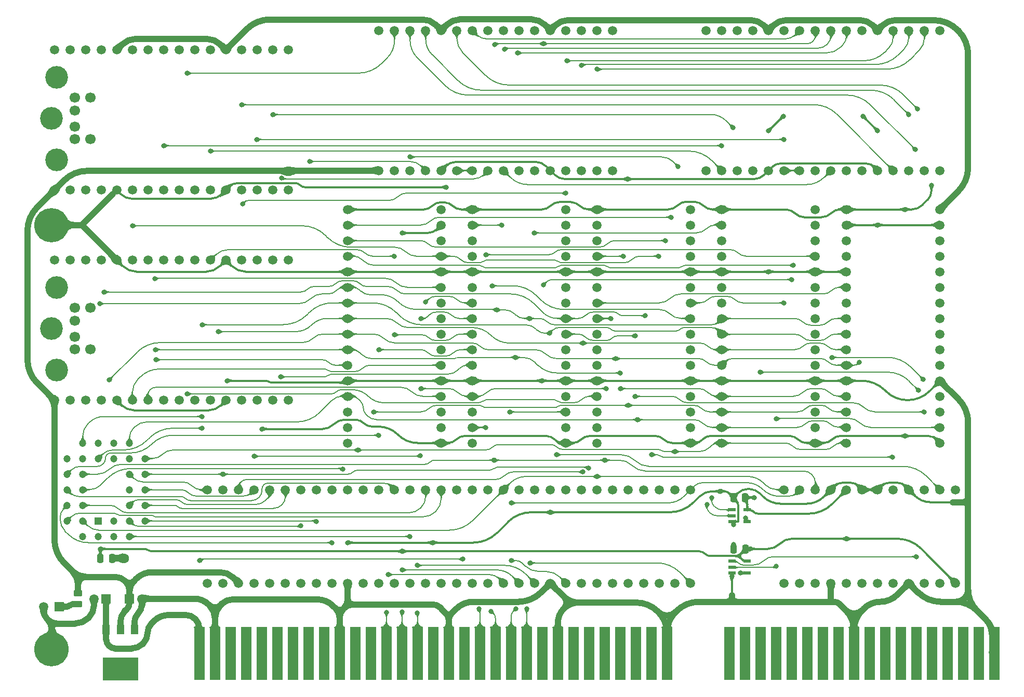
<source format=gtl>
%TF.GenerationSoftware,KiCad,Pcbnew,9.0.2*%
%TF.CreationDate,2025-06-27T19:28:45+02:00*%
%TF.ProjectId,PS2 Board,50533220-426f-4617-9264-2e6b69636164,V0*%
%TF.SameCoordinates,Original*%
%TF.FileFunction,Copper,L1,Top*%
%TF.FilePolarity,Positive*%
%FSLAX46Y46*%
G04 Gerber Fmt 4.6, Leading zero omitted, Abs format (unit mm)*
G04 Created by KiCad (PCBNEW 9.0.2) date 2025-06-27 19:28:45*
%MOMM*%
%LPD*%
G01*
G04 APERTURE LIST*
G04 Aperture macros list*
%AMRoundRect*
0 Rectangle with rounded corners*
0 $1 Rounding radius*
0 $2 $3 $4 $5 $6 $7 $8 $9 X,Y pos of 4 corners*
0 Add a 4 corners polygon primitive as box body*
4,1,4,$2,$3,$4,$5,$6,$7,$8,$9,$2,$3,0*
0 Add four circle primitives for the rounded corners*
1,1,$1+$1,$2,$3*
1,1,$1+$1,$4,$5*
1,1,$1+$1,$6,$7*
1,1,$1+$1,$8,$9*
0 Add four rect primitives between the rounded corners*
20,1,$1+$1,$2,$3,$4,$5,0*
20,1,$1+$1,$4,$5,$6,$7,0*
20,1,$1+$1,$6,$7,$8,$9,0*
20,1,$1+$1,$8,$9,$2,$3,0*%
G04 Aperture macros list end*
%TA.AperFunction,SMDPad,CuDef*%
%ADD10R,1.250000X0.600000*%
%TD*%
%TA.AperFunction,ComponentPad*%
%ADD11C,1.500000*%
%TD*%
%TA.AperFunction,ComponentPad*%
%ADD12R,1.500000X1.500000*%
%TD*%
%TA.AperFunction,ComponentPad*%
%ADD13C,5.600000*%
%TD*%
%TA.AperFunction,ComponentPad*%
%ADD14C,1.200000*%
%TD*%
%TA.AperFunction,ComponentPad*%
%ADD15R,1.200000X1.200000*%
%TD*%
%TA.AperFunction,SMDPad,CuDef*%
%ADD16RoundRect,0.250000X-0.250000X-0.475000X0.250000X-0.475000X0.250000X0.475000X-0.250000X0.475000X0*%
%TD*%
%TA.AperFunction,SMDPad,CuDef*%
%ADD17R,5.842000X3.810000*%
%TD*%
%TA.AperFunction,SMDPad,CuDef*%
%ADD18R,1.200000X1.500000*%
%TD*%
%TA.AperFunction,WasherPad*%
%ADD19C,3.700000*%
%TD*%
%TA.AperFunction,WasherPad*%
%ADD20C,1.700000*%
%TD*%
%TA.AperFunction,ConnectorPad*%
%ADD21R,1.780000X8.620000*%
%TD*%
%TA.AperFunction,SMDPad,CuDef*%
%ADD22RoundRect,0.250000X0.250000X0.475000X-0.250000X0.475000X-0.250000X-0.475000X0.250000X-0.475000X0*%
%TD*%
%TA.AperFunction,SMDPad,CuDef*%
%ADD23RoundRect,0.250000X0.450000X-0.262500X0.450000X0.262500X-0.450000X0.262500X-0.450000X-0.262500X0*%
%TD*%
%TA.AperFunction,ViaPad*%
%ADD24C,0.800000*%
%TD*%
%TA.AperFunction,ViaPad*%
%ADD25C,1.600000*%
%TD*%
%TA.AperFunction,Conductor*%
%ADD26C,0.380000*%
%TD*%
%TA.AperFunction,Conductor*%
%ADD27C,1.000000*%
%TD*%
%TA.AperFunction,Conductor*%
%ADD28C,0.200000*%
%TD*%
G04 APERTURE END LIST*
D10*
%TO.P,IC4,5,3V*%
%TO.N,/3.3V*%
X89236000Y23369000D03*
%TO.P,IC4,4,Y*%
%TO.N,/Write Clear Interrupt*%
X89236000Y21469000D03*
%TO.P,IC4,3,GND*%
%TO.N,GND*%
X86736000Y21469000D03*
%TO.P,IC4,2,A*%
%TO.N,/Write Clear Interrupt _{2}*%
X86736000Y22419000D03*
%TO.P,IC4,1,B*%
%TO.N,/Write Clear Interrupt _{1}*%
X86736000Y23369000D03*
%TD*%
D11*
%TO.P,C4,2*%
%TO.N,GND*%
X-17240000Y8890000D03*
D12*
%TO.P,C4,1*%
%TO.N,12V*%
X-15240000Y8890000D03*
%TD*%
D10*
%TO.P,IC5,5,3V*%
%TO.N,/3.3V*%
X89236000Y14987000D03*
%TO.P,IC5,4,Y*%
%TO.N,Net-(B9-~{Set_Interrupt_on_CLK})*%
X89236000Y13087000D03*
%TO.P,IC5,3,GND*%
%TO.N,GND*%
X86736000Y13087000D03*
%TO.P,IC5,2,A*%
%TO.N,/~{Packet Waiting}_{ 1}*%
X86736000Y14037000D03*
%TO.P,IC5,1,B*%
%TO.N,/~{Packet Waiting}_{ 2}*%
X86736000Y14987000D03*
%TD*%
D13*
%TO.P,H10,1,GND*%
%TO.N,GND*%
X-24130000Y635000D03*
%TD*%
D11*
%TO.P,B16,64,A0*%
%TO.N,/A0*%
X1270000Y26670000D03*
%TO.P,B16,63,A1*%
%TO.N,/A1*%
X3810000Y26670000D03*
%TO.P,B16,62,A2*%
%TO.N,/A2*%
X6350000Y26670000D03*
%TO.P,B16,61,A3*%
%TO.N,/A3*%
X8890000Y26670000D03*
%TO.P,B16,60,A4*%
%TO.N,/A4*%
X11430000Y26670000D03*
%TO.P,B16,59,A5*%
%TO.N,/A5*%
X13970000Y26670000D03*
%TO.P,B16,58,A6*%
%TO.N,/A6*%
X16510000Y26670000D03*
%TO.P,B16,57,A7*%
%TO.N,/A7*%
X19050000Y26670000D03*
%TO.P,B16,56,A8*%
%TO.N,/A8*%
X21590000Y26670000D03*
%TO.P,B16,55,GND*%
%TO.N,GND*%
X24130000Y26670000D03*
%TO.P,B16,54,A9*%
%TO.N,/A9*%
X26670000Y26670000D03*
%TO.P,B16,53,A10*%
%TO.N,/A10*%
X29210000Y26670000D03*
%TO.P,B16,52,A11*%
%TO.N,/A11*%
X31750000Y26670000D03*
%TO.P,B16,51,A12*%
%TO.N,/A12*%
X34290000Y26670000D03*
%TO.P,B16,50,A13*%
%TO.N,/A13*%
X36830000Y26670000D03*
%TO.P,B16,49,A14*%
%TO.N,/A14*%
X39370000Y26670000D03*
%TO.P,B16,48,A15*%
%TO.N,unconnected-(B16-A15-Pad48)*%
X41910000Y26670000D03*
%TO.P,B16,47,A16*%
%TO.N,unconnected-(B16-A16-Pad47)*%
X44450000Y26670000D03*
%TO.P,B16,46,~{RD}*%
%TO.N,/~{RD}*%
X46990000Y26670000D03*
%TO.P,B16,45,~{WD}*%
%TO.N,/~{WD}*%
X49530000Y26670000D03*
%TO.P,B16,44,S*%
%TO.N,/PHI2*%
X52070000Y26670000D03*
%TO.P,B16,43,D7*%
%TO.N,/D7*%
X54610000Y26670000D03*
%TO.P,B16,42,GND*%
%TO.N,GND*%
X57150000Y26670000D03*
%TO.P,B16,41,D6*%
%TO.N,/D6*%
X59690000Y26670000D03*
%TO.P,B16,40,D5*%
%TO.N,/D5*%
X62230000Y26670000D03*
%TO.P,B16,39,D4*%
%TO.N,/D4*%
X64770000Y26670000D03*
%TO.P,B16,38,D3*%
%TO.N,/D3*%
X67310000Y26670000D03*
%TO.P,B16,37,D2*%
%TO.N,/D2*%
X69850000Y26670000D03*
%TO.P,B16,36,D1*%
%TO.N,/D1*%
X72390000Y26670000D03*
%TO.P,B16,35,5V*%
%TO.N,/5V*%
X74930000Y26670000D03*
%TO.P,B16,34,D0*%
%TO.N,/D0*%
X77470000Y26670000D03*
%TO.P,B16,33,Deivce_~{CS}*%
%TO.N,/~{Device Select}*%
X80010000Y26670000D03*
%TO.P,B16,32,Deivce_~{CS}_{IN}*%
%TO.N,~{Select}_{D}*%
X80010000Y11430000D03*
%TO.P,B16,31,D0_{IN/OUT}*%
%TO.N,D0_{D}*%
X77470000Y11430000D03*
%TO.P,B16,30,D1_{IN/OUT}*%
%TO.N,D1_{D}*%
X74930000Y11430000D03*
%TO.P,B16,29,D2_{IN/OUT}*%
%TO.N,D2_{D}*%
X72390000Y11430000D03*
%TO.P,B16,28,D3_{IN/OUT}*%
%TO.N,D3_{D}*%
X69850000Y11430000D03*
%TO.P,B16,27,D4_{IN/OUT}*%
%TO.N,D4_{D}*%
X67310000Y11430000D03*
%TO.P,B16,26,D5_{IN/OUT}*%
%TO.N,D5_{D}*%
X64770000Y11430000D03*
%TO.P,B16,25,D6_{IN/OUT}*%
%TO.N,D6_{D}*%
X62230000Y11430000D03*
%TO.P,B16,24,D7_{IN/OUT}*%
%TO.N,D7_{D}*%
X59690000Y11430000D03*
%TO.P,B16,23,GND*%
%TO.N,GND*%
X57150000Y11430000D03*
%TO.P,B16,22,S_{IN}*%
%TO.N,CLK_{D}*%
X54610000Y11430000D03*
%TO.P,B16,21,~{WD}_{IN}*%
%TO.N,~{WD}_{D}*%
X52070000Y11430000D03*
%TO.P,B16,20,~{RD}_{IN}*%
%TO.N,~{RD}_{D}*%
X49530000Y11430000D03*
%TO.P,B16,19,A16_{IN}*%
%TO.N,A16_{D}*%
X46990000Y11430000D03*
%TO.P,B16,18,A15_{IN}*%
%TO.N,A15_{D}*%
X44450000Y11430000D03*
%TO.P,B16,17,A14_{IN}*%
%TO.N,A14_{D}*%
X41910000Y11430000D03*
%TO.P,B16,16,A13_{IN}*%
%TO.N,A13_{D}*%
X39370000Y11430000D03*
%TO.P,B16,15,A12_{IN}*%
%TO.N,A12_{D}*%
X36830000Y11430000D03*
%TO.P,B16,14,A11_{IN}*%
%TO.N,A11_{D}*%
X34290000Y11430000D03*
%TO.P,B16,13,A10_{IN}*%
%TO.N,A10_{D}*%
X31750000Y11430000D03*
%TO.P,B16,12,A9_{IN}*%
%TO.N,A9_{D}*%
X29210000Y11430000D03*
%TO.P,B16,11,A8_{IN}*%
%TO.N,A8_{D}*%
X26670000Y11430000D03*
%TO.P,B16,10,GND*%
%TO.N,GND*%
X24130000Y11430000D03*
%TO.P,B16,9,A7_{IN}*%
%TO.N,A7_{D}*%
X21590000Y11430000D03*
%TO.P,B16,8,A6_{IN}*%
%TO.N,A6_{D}*%
X19050000Y11430000D03*
%TO.P,B16,7,A5_{IN}*%
%TO.N,A5_{D}*%
X16510000Y11430000D03*
%TO.P,B16,6,A4_{IN}*%
%TO.N,A4_{D}*%
X13970000Y11430000D03*
%TO.P,B16,5,A3_{IN}*%
%TO.N,A3_{D}*%
X11430000Y11430000D03*
%TO.P,B16,4,A2_{IN}*%
%TO.N,A2_{D}*%
X8890000Y11430000D03*
%TO.P,B16,3,5V*%
%TO.N,/5V*%
X6350000Y11430000D03*
%TO.P,B16,2,A1_{IN}*%
%TO.N,A1_{D}*%
X3810000Y11430000D03*
%TO.P,B16,1,A0_{IN}*%
%TO.N,A0_{D}*%
X1270000Y11430000D03*
%TD*%
%TO.P,LED1,2,A*%
%TO.N,GND*%
X-25400000Y7620000D03*
D12*
%TO.P,LED1,1,K*%
%TO.N,Net-(LED1-K)*%
X-22860000Y7620000D03*
%TD*%
D11*
%TO.P,B4,24,3.3V*%
%TO.N,/3.3V*%
X123190000Y11430000D03*
%TO.P,B4,23,N.C.*%
%TO.N,unconnected-(B4-N.C.-Pad23)*%
X120650000Y11430000D03*
%TO.P,B4,22,N.C.*%
%TO.N,unconnected-(B4-N.C.-Pad22)*%
X118110000Y11430000D03*
%TO.P,B4,21,GND*%
%TO.N,GND*%
X115570000Y11430000D03*
%TO.P,B4,20,N.C.*%
%TO.N,unconnected-(B4-N.C.-Pad20)*%
X113030000Y11430000D03*
%TO.P,B4,19,H2_{OUT}*%
%TO.N,H2_{D}*%
X110490000Y11430000D03*
%TO.P,B4,18,H1_{OUT}*%
%TO.N,H1_{D}*%
X107950000Y11430000D03*
%TO.P,B4,17,H0_{OUT}*%
%TO.N,H0_{D}*%
X105410000Y11430000D03*
%TO.P,B4,16,GND*%
%TO.N,GND*%
X102870000Y11430000D03*
%TO.P,B4,15,N.C.*%
%TO.N,unconnected-(B4-N.C.-Pad15)*%
X100330000Y11430000D03*
%TO.P,B4,14,N.C.*%
%TO.N,unconnected-(B4-N.C.-Pad14)*%
X97790000Y11430000D03*
%TO.P,B4,13,5V*%
%TO.N,/5V*%
X95250000Y11430000D03*
%TO.P,B4,12,~{WD}*%
%TO.N,/~{WD}*%
X95250000Y26670000D03*
%TO.P,B4,11,~{Device_Select}*%
%TO.N,/~{Device Select}*%
X97790000Y26670000D03*
%TO.P,B4,10,~{RD}*%
%TO.N,/~{RD}*%
X100330000Y26670000D03*
%TO.P,B4,9,GND*%
%TO.N,GND*%
X102870000Y26670000D03*
%TO.P,B4,8,H0_{REG}*%
%TO.N,/3.3V*%
X105410000Y26670000D03*
%TO.P,B4,7,H1_{REG}*%
%TO.N,GND*%
X107950000Y26670000D03*
%TO.P,B4,6,H2_{REG}*%
X110490000Y26670000D03*
%TO.P,B4,5,~{Device_ROM}*%
%TO.N,/~{Device ROM}*%
X113030000Y26670000D03*
%TO.P,B4,4,GND*%
%TO.N,GND*%
X115570000Y26670000D03*
%TO.P,B4,3,~{Device_Registers}*%
%TO.N,/~{Device Registers}*%
X118110000Y26670000D03*
%TO.P,B4,2,~{Device_RAM}*%
%TO.N,/~{Device RAM}*%
X120650000Y26670000D03*
%TO.P,B4,1,5V*%
%TO.N,/5V*%
X123190000Y26670000D03*
%TD*%
D14*
%TO.P,IC1,32,3V*%
%TO.N,/3.3V*%
X-16510000Y19050000D03*
%TO.P,IC1,31,~{WE}*%
%TO.N,/~{WD}*%
X-19050000Y21590000D03*
%TO.P,IC1,30,N.C.*%
%TO.N,unconnected-(IC1-N.C.-Pad30)*%
X-19050000Y19050000D03*
%TO.P,IC1,29,A14*%
%TO.N,/A14*%
X-21590000Y21590000D03*
%TO.P,IC1,28,A13*%
%TO.N,/A13*%
X-19050000Y24130000D03*
%TO.P,IC1,27,A8*%
%TO.N,/A8*%
X-21590000Y24130000D03*
%TO.P,IC1,26,A9*%
%TO.N,/A9*%
X-19050000Y26670000D03*
%TO.P,IC1,25,A11*%
%TO.N,/A11*%
X-21590000Y26670000D03*
%TO.P,IC1,24,~{OE}*%
%TO.N,/~{RD}*%
X-19050000Y29210000D03*
%TO.P,IC1,23,A10*%
%TO.N,/A10*%
X-21590000Y29210000D03*
%TO.P,IC1,22,~{CE}*%
%TO.N,/~{Device ROM}*%
X-19050000Y31750000D03*
%TO.P,IC1,21,DQ7*%
%TO.N,/D7*%
X-21590000Y31750000D03*
%TO.P,IC1,20,DQ6*%
%TO.N,/D6*%
X-19050000Y34290000D03*
%TO.P,IC1,19,DQ5*%
%TO.N,/D5*%
X-16510000Y31750000D03*
%TO.P,IC1,18,DQ4*%
%TO.N,/D4*%
X-16510000Y34290000D03*
%TO.P,IC1,17,DQ3*%
%TO.N,/D3*%
X-13970000Y31750000D03*
%TO.P,IC1,16,GND*%
%TO.N,GND*%
X-13970000Y34290000D03*
%TO.P,IC1,15,DQ2*%
%TO.N,/D2*%
X-11430000Y31750000D03*
%TO.P,IC1,14,DQ1*%
%TO.N,/D1*%
X-11430000Y34290000D03*
%TO.P,IC1,13,DQ0*%
%TO.N,/D0*%
X-8890000Y31750000D03*
%TO.P,IC1,12,A0*%
%TO.N,/A0*%
X-11430000Y29210000D03*
%TO.P,IC1,11,A1*%
%TO.N,/A1*%
X-8890000Y29210000D03*
%TO.P,IC1,10,A2*%
%TO.N,/A2*%
X-11430000Y26670000D03*
%TO.P,IC1,9,A3*%
%TO.N,/A3*%
X-8890000Y26670000D03*
%TO.P,IC1,8,A4*%
%TO.N,/A4*%
X-11430000Y24130000D03*
%TO.P,IC1,7,A5*%
%TO.N,/A5*%
X-8890000Y24130000D03*
%TO.P,IC1,6,A6*%
%TO.N,/A6*%
X-11430000Y21590000D03*
%TO.P,IC1,5,A7*%
%TO.N,/A7*%
X-8890000Y21590000D03*
%TO.P,IC1,4,A12*%
%TO.N,/A12*%
X-11430000Y19050000D03*
%TO.P,IC1,3,A15*%
%TO.N,GND*%
X-13970000Y21590000D03*
%TO.P,IC1,2,A16*%
X-13970000Y19050000D03*
D15*
%TO.P,IC1,1,N.C.*%
%TO.N,unconnected-(IC1-N.C.-Pad1)*%
X-16510000Y21590000D03*
%TD*%
D11*
%TO.P,B11,32,N.C.*%
%TO.N,unconnected-(B11-N.C.-Pad32)*%
X59690000Y72390000D03*
%TO.P,B11,31,N.C.*%
%TO.N,unconnected-(B11-N.C.-Pad31)*%
X59690000Y69850000D03*
%TO.P,B11,30,N.C.*%
%TO.N,unconnected-(B11-N.C.-Pad30)*%
X59690000Y67310000D03*
%TO.P,B11,29,N.C.*%
%TO.N,unconnected-(B11-N.C.-Pad29)*%
X59690000Y64770000D03*
%TO.P,B11,28,GND*%
%TO.N,GND*%
X59690000Y62230000D03*
%TO.P,B11,27,N.C.*%
%TO.N,unconnected-(B11-N.C.-Pad27)*%
X59690000Y59690000D03*
%TO.P,B11,26,N.C.*%
%TO.N,unconnected-(B11-N.C.-Pad26)*%
X59690000Y57150000D03*
%TO.P,B11,25,~{Device_ROM}*%
%TO.N,/~{Device ROM}*%
X59690000Y54610000D03*
%TO.P,B11,24,~{Device_Registers}*%
%TO.N,/~{Device Registers}*%
X59690000Y52070000D03*
%TO.P,B11,23,~{Device_RAM}*%
%TO.N,/~{Device RAM}*%
X59690000Y49530000D03*
%TO.P,B11,22,~{A4}*%
%TO.N,/~{A4}*%
X59690000Y46990000D03*
%TO.P,B11,21,GND*%
%TO.N,GND*%
X59690000Y44450000D03*
%TO.P,B11,20,~{A3}*%
%TO.N,unconnected-(B11-~{A3}-Pad20)*%
X59690000Y41910000D03*
%TO.P,B11,19,~{Reset}_{OUT}*%
%TO.N,/~{Reset}*%
X59690000Y39370000D03*
%TO.P,B11,18,Reset_{OUT}*%
%TO.N,unconnected-(B11-Reset_{OUT}-Pad18)*%
X59690000Y36830000D03*
%TO.P,B11,17,5V*%
%TO.N,/5V*%
X59690000Y34290000D03*
%TO.P,B11,16,N.C.*%
%TO.N,unconnected-(B11-N.C.-Pad16)*%
X44450000Y34290000D03*
%TO.P,B11,15,~{Reset}_{IN1}*%
%TO.N,~{Reset}_{D}*%
X44450000Y36830000D03*
%TO.P,B11,14,~{Reset}_{IN2}*%
%TO.N,~{Reset}_{System}*%
X44450000Y39370000D03*
%TO.P,B11,13,A3*%
%TO.N,/A3*%
X44450000Y41910000D03*
%TO.P,B11,12,GND*%
%TO.N,GND*%
X44450000Y44450000D03*
%TO.P,B11,11,A4*%
%TO.N,/A4*%
X44450000Y46990000D03*
%TO.P,B11,10,A10*%
%TO.N,/A10*%
X44450000Y49530000D03*
%TO.P,B11,9,A11*%
%TO.N,/A11*%
X44450000Y52070000D03*
%TO.P,B11,8,A12*%
%TO.N,/A12*%
X44450000Y54610000D03*
%TO.P,B11,7,A13*%
%TO.N,/A13*%
X44450000Y57150000D03*
%TO.P,B11,6,A14*%
%TO.N,/A14*%
X44450000Y59690000D03*
%TO.P,B11,5,GND*%
%TO.N,GND*%
X44450000Y62230000D03*
%TO.P,B11,4,A15*%
X44450000Y64770000D03*
%TO.P,B11,3,A16*%
X44450000Y67310000D03*
%TO.P,B11,2,~{Device_Select}*%
%TO.N,/~{Device Select}*%
X44450000Y69850000D03*
%TO.P,B11,1,5V*%
%TO.N,/5V*%
X44450000Y72390000D03*
%TD*%
%TO.P,C3,2*%
%TO.N,GND*%
X-9430000Y8890000D03*
D12*
%TO.P,C3,1*%
%TO.N,/5V*%
X-11430000Y8890000D03*
%TD*%
D16*
%TO.P,C1,2*%
%TO.N,GND*%
X-14274000Y15494000D03*
%TO.P,C1,1*%
%TO.N,/3.3V*%
X-16174000Y15494000D03*
%TD*%
D17*
%TO.P,IC3,4,5.0VOut*%
%TO.N,unconnected-(IC3-5.0VOut-Pad4)*%
X-12940000Y-2540000D03*
D18*
%TO.P,IC3,3,15VIn*%
%TO.N,12V*%
X-15240000Y3835000D03*
%TO.P,IC3,2,5.0VOut*%
%TO.N,/5V*%
X-12940000Y3835000D03*
%TO.P,IC3,1,GND*%
%TO.N,GND*%
X-10640000Y3835000D03*
%TD*%
D11*
%TO.P,B1,32,N.C.*%
%TO.N,unconnected-(B1-N.C.-Pad32)*%
X39370000Y72390000D03*
%TO.P,B1,31,Read*%
%TO.N,/3.3V*%
X39370000Y69850000D03*
%TO.P,B1,30,N.C.*%
%TO.N,unconnected-(B1-N.C.-Pad30)*%
X39370000Y67310000D03*
%TO.P,B1,29,GPIO0*%
%TO.N,/PS2 Data_{ 1}*%
X39370000Y64770000D03*
%TO.P,B1,28,GND*%
%TO.N,GND*%
X39370000Y62230000D03*
%TO.P,B1,27,GPIO1*%
%TO.N,/PS2 Clock_{ 1}*%
X39370000Y59690000D03*
%TO.P,B1,26,N.C.*%
%TO.N,unconnected-(B1-N.C.-Pad26)*%
X39370000Y57150000D03*
%TO.P,B1,25,N.C.*%
%TO.N,unconnected-(B1-N.C.-Pad25)*%
X39370000Y54610000D03*
%TO.P,B1,24,N.C.*%
%TO.N,unconnected-(B1-N.C.-Pad24)*%
X39370000Y52070000D03*
%TO.P,B1,23,N.C.*%
%TO.N,unconnected-(B1-N.C.-Pad23)*%
X39370000Y49530000D03*
%TO.P,B1,22,GPIO2*%
%TO.N,/PS2 Data_{ 2}*%
X39370000Y46990000D03*
%TO.P,B1,21,GND*%
%TO.N,GND*%
X39370000Y44450000D03*
%TO.P,B1,20,GPIO3*%
%TO.N,/PS2 Clock_{ 2}*%
X39370000Y41910000D03*
%TO.P,B1,19,N.C.*%
%TO.N,unconnected-(B1-N.C.-Pad19)*%
X39370000Y39370000D03*
%TO.P,B1,18,N.C.*%
%TO.N,unconnected-(B1-N.C.-Pad18)*%
X39370000Y36830000D03*
%TO.P,B1,17,5V*%
%TO.N,/5V*%
X39370000Y34290000D03*
%TO.P,B1,16,N.C.*%
%TO.N,unconnected-(B1-N.C.-Pad16)*%
X24130000Y34290000D03*
%TO.P,B1,15,N.C.*%
%TO.N,unconnected-(B1-N.C.-Pad15)*%
X24130000Y36830000D03*
%TO.P,B1,14,D0*%
%TO.N,/D0*%
X24130000Y39370000D03*
%TO.P,B1,13,D1*%
%TO.N,/D1*%
X24130000Y41910000D03*
%TO.P,B1,12,GND*%
%TO.N,GND*%
X24130000Y44450000D03*
%TO.P,B1,11,D2*%
%TO.N,/D2*%
X24130000Y46990000D03*
%TO.P,B1,10,D3*%
%TO.N,/D3*%
X24130000Y49530000D03*
%TO.P,B1,9,D4*%
%TO.N,/D4*%
X24130000Y52070000D03*
%TO.P,B1,8,D5*%
%TO.N,/D5*%
X24130000Y54610000D03*
%TO.P,B1,7,D6*%
%TO.N,/D6*%
X24130000Y57150000D03*
%TO.P,B1,6,D7*%
%TO.N,/D7*%
X24130000Y59690000D03*
%TO.P,B1,5,GND*%
%TO.N,GND*%
X24130000Y62230000D03*
%TO.P,B1,4,Enable*%
%TO.N,/Enable*%
X24130000Y64770000D03*
%TO.P,B1,3,Write_GD__{0..3}*%
%TO.N,/Write Direct*%
X24130000Y67310000D03*
%TO.P,B1,2,Read_GD__{0..3}*%
%TO.N,/Read Direct*%
X24130000Y69850000D03*
%TO.P,B1,1,5V*%
%TO.N,/5V*%
X24130000Y72390000D03*
%TD*%
%TO.P,B5,32,S12*%
%TO.N,GND*%
X120650000Y72390000D03*
%TO.P,B5,31,S11*%
X120650000Y69850000D03*
%TO.P,B5,30,S10*%
X120650000Y67310000D03*
%TO.P,B5,29,S9*%
X120650000Y64770000D03*
%TO.P,B5,28,GND*%
X120650000Y62230000D03*
%TO.P,B5,27,S8*%
X120650000Y59690000D03*
%TO.P,B5,26,S7*%
X120650000Y57150000D03*
%TO.P,B5,25,S6*%
%TO.N,/~{Output Ready}_{ 2}*%
X120650000Y54610000D03*
%TO.P,B5,24,S5*%
%TO.N,/~{Code Waiting}_{ 2}*%
X120650000Y52070000D03*
%TO.P,B5,23,S4*%
%TO.N,/~{Packet Waiting}_{ 2}*%
X120650000Y49530000D03*
%TO.P,B5,22,S3*%
%TO.N,GND*%
X120650000Y46990000D03*
%TO.P,B5,21,GND*%
X120650000Y44450000D03*
%TO.P,B5,20,S2*%
%TO.N,/~{Output Ready}_{ 1}*%
X120650000Y41910000D03*
%TO.P,B5,19,S1*%
%TO.N,/~{Code Waiting}_{ 1}*%
X120650000Y39370000D03*
%TO.P,B5,18,S0*%
%TO.N,/~{Packet Waiting}_{ 1}*%
X120650000Y36830000D03*
%TO.P,B5,17,5V*%
%TO.N,/5V*%
X120650000Y34290000D03*
%TO.P,B5,16,D0*%
%TO.N,/D0*%
X105410000Y34290000D03*
%TO.P,B5,15,D1*%
%TO.N,/D1*%
X105410000Y36830000D03*
%TO.P,B5,14,D2*%
%TO.N,/D2*%
X105410000Y39370000D03*
%TO.P,B5,13,D3*%
%TO.N,/D3*%
X105410000Y41910000D03*
%TO.P,B5,12,GND*%
%TO.N,GND*%
X105410000Y44450000D03*
%TO.P,B5,11,D4*%
%TO.N,/D4*%
X105410000Y46990000D03*
%TO.P,B5,10,D5*%
%TO.N,/D5*%
X105410000Y49530000D03*
%TO.P,B5,9,D6*%
%TO.N,/D6*%
X105410000Y52070000D03*
%TO.P,B5,8,D7*%
%TO.N,/D7*%
X105410000Y54610000D03*
%TO.P,B5,7,Read_State_High*%
%TO.N,GND*%
X105410000Y57150000D03*
%TO.P,B5,6,Read_State_Low*%
%TO.N,/Read State*%
X105410000Y59690000D03*
%TO.P,B5,5,GND*%
%TO.N,GND*%
X105410000Y62230000D03*
%TO.P,B5,4,S15*%
X105410000Y64770000D03*
%TO.P,B5,3,S14*%
X105410000Y67310000D03*
%TO.P,B5,2,S13*%
X105410000Y69850000D03*
%TO.P,B5,1,5V*%
%TO.N,/5V*%
X105410000Y72390000D03*
%TD*%
D13*
%TO.P,H7,1,GND*%
%TO.N,GND*%
X-24130000Y69850000D03*
%TD*%
D11*
%TO.P,B7,32,N.C.*%
%TO.N,unconnected-(B7-N.C.-Pad32)*%
X-23672800Y64116000D03*
%TO.P,B7,31,N.C.*%
%TO.N,unconnected-(B7-N.C.-Pad31)*%
X-21132800Y64116000D03*
%TO.P,B7,30,N.C.*%
%TO.N,unconnected-(B7-N.C.-Pad30)*%
X-18592800Y64116000D03*
%TO.P,B7,29,N.C.*%
%TO.N,unconnected-(B7-N.C.-Pad29)*%
X-16052800Y64116000D03*
%TO.P,B7,28,GND*%
%TO.N,GND*%
X-13512800Y64116000D03*
%TO.P,B7,27,N.C.*%
%TO.N,unconnected-(B7-N.C.-Pad27)*%
X-10972800Y64116000D03*
%TO.P,B7,26,N.C.*%
%TO.N,unconnected-(B7-N.C.-Pad26)*%
X-8432800Y64116000D03*
%TO.P,B7,25,N.C.*%
%TO.N,unconnected-(B7-N.C.-Pad25)*%
X-5892800Y64116000D03*
%TO.P,B7,24,N.C.*%
%TO.N,unconnected-(B7-N.C.-Pad24)*%
X-3352800Y64116000D03*
%TO.P,B7,23,RC_Code_Pulse*%
%TO.N,unconnected-(B7-RC_Code_Pulse-Pad23)*%
X-812800Y64116000D03*
%TO.P,B7,22,~{Packet_Pulse}*%
%TO.N,/~{PS2 Packet Pulse}_{ 2}*%
X1727200Y64116000D03*
%TO.P,B7,21,GND*%
%TO.N,GND*%
X4267200Y64116000D03*
%TO.P,B7,20,Packet_Pulse_{2}*%
%TO.N,/PS2 Packet Pulse_{2} _{ 2}*%
X6807200Y64116000D03*
%TO.P,B7,19,Packet_Pulse*%
%TO.N,/PS2 Packet Pulse_{ 2}*%
X9347200Y64116000D03*
%TO.P,B7,18,~{Code_Pulse}*%
%TO.N,/PS2 Code Pulse_{ 2}*%
X11887200Y64116000D03*
%TO.P,B7,17,5V*%
%TO.N,/5V*%
X14427200Y64116000D03*
%TO.P,B7,16,N.C.*%
%TO.N,unconnected-(B7-N.C.-Pad16)*%
X14427200Y41256000D03*
%TO.P,B7,15,N.C.*%
%TO.N,unconnected-(B7-N.C.-Pad15)*%
X11887200Y41256000D03*
%TO.P,B7,14,N.C.*%
%TO.N,unconnected-(B7-N.C.-Pad14)*%
X9347200Y41256000D03*
%TO.P,B7,13,N.C.*%
%TO.N,unconnected-(B7-N.C.-Pad13)*%
X6807200Y41256000D03*
%TO.P,B7,12,GND*%
%TO.N,GND*%
X4267200Y41256000D03*
%TO.P,B7,11,N.C.*%
%TO.N,unconnected-(B7-N.C.-Pad11)*%
X1727200Y41256000D03*
%TO.P,B7,10,RC_Packet_Pulse*%
%TO.N,unconnected-(B7-RC_Packet_Pulse-Pad10)*%
X-812800Y41256000D03*
%TO.P,B7,9,N.C.*%
%TO.N,unconnected-(B7-N.C.-Pad9)*%
X-3352800Y41256000D03*
%TO.P,B7,8,~{Clock}*%
%TO.N,/~{PS2 Clock}_{ 2}*%
X-5892800Y41256000D03*
%TO.P,B7,7,Clock*%
%TO.N,/PS2 Clock_{ 2}*%
X-8432800Y41256000D03*
%TO.P,B7,6,Data*%
%TO.N,/PS2 Data_{ 2}*%
X-10972800Y41256000D03*
%TO.P,B7,5,GND*%
%TO.N,GND*%
X-13512800Y41256000D03*
%TO.P,B7,4,N.C.*%
%TO.N,unconnected-(B7-N.C.-Pad4)*%
X-16052800Y41256000D03*
%TO.P,B7,3,N.C.*%
%TO.N,unconnected-(B7-N.C.-Pad3)*%
X-18592800Y41256000D03*
%TO.P,B7,2,N.C.*%
%TO.N,unconnected-(B7-N.C.-Pad2)*%
X-21132800Y41256000D03*
%TO.P,B7,1,5V*%
%TO.N,/5V*%
X-23672800Y41256000D03*
D19*
%TO.P,B7,*%
%TO.N,*%
X-23330000Y59690000D03*
D20*
X-17830000Y56340000D03*
X-20330000Y56340000D03*
X-20330000Y54240000D03*
D19*
X-24130000Y52940000D03*
D20*
X-20330000Y51640000D03*
X-17830000Y49540000D03*
X-20330000Y49540000D03*
D19*
X-23330000Y46190000D03*
%TD*%
D11*
%TO.P,B3,32,Data*%
%TO.N,/PS2 Data_{ 1}*%
X82550000Y101600000D03*
%TO.P,B3,31,~{Clock}*%
%TO.N,/~{PS2 Clock}_{ 1}*%
X85090000Y101600000D03*
%TO.P,B3,30,~{Code_Waiting}*%
%TO.N,/~{Code Waiting}_{ 1}*%
X87630000Y101600000D03*
%TO.P,B3,29,~{Packet_Waiting}*%
%TO.N,/~{Packet Waiting}_{ 1}*%
X90170000Y101600000D03*
%TO.P,B3,28,GND*%
%TO.N,GND*%
X92710000Y101600000D03*
%TO.P,B3,27,Output_Ready*%
%TO.N,/~{Output Ready}_{ 1}*%
X95250000Y101600000D03*
%TO.P,B3,26,D7*%
%TO.N,/D7*%
X97790000Y101600000D03*
%TO.P,B3,25,D6*%
%TO.N,/D6*%
X100330000Y101600000D03*
%TO.P,B3,24,D5*%
%TO.N,/D5*%
X102870000Y101600000D03*
%TO.P,B3,23,D4*%
%TO.N,/D4*%
X105410000Y101600000D03*
%TO.P,B3,22,D3*%
%TO.N,/D3*%
X107950000Y101600000D03*
%TO.P,B3,21,GND*%
%TO.N,GND*%
X110490000Y101600000D03*
%TO.P,B3,20,D2*%
%TO.N,/D2*%
X113030000Y101600000D03*
%TO.P,B3,19,D1*%
%TO.N,/D1*%
X115570000Y101600000D03*
%TO.P,B3,18,D0*%
%TO.N,/D0*%
X118110000Y101600000D03*
%TO.P,B3,17,5V*%
%TO.N,/5V*%
X120650000Y101600000D03*
%TO.P,B3,16,N.C.*%
%TO.N,unconnected-(B3-N.C.-Pad16)*%
X120650000Y78740000D03*
%TO.P,B3,15,N.C.*%
%TO.N,unconnected-(B3-N.C.-Pad15)*%
X118110000Y78740000D03*
%TO.P,B3,14,N.C.*%
%TO.N,unconnected-(B3-N.C.-Pad14)*%
X115570000Y78740000D03*
%TO.P,B3,13,Packet_Pulse_{2}*%
%TO.N,/PS2 Packet Pulse_{2} _{ 1}*%
X113030000Y78740000D03*
%TO.P,B3,12,GND*%
%TO.N,GND*%
X110490000Y78740000D03*
%TO.P,B3,11,N.C.*%
%TO.N,unconnected-(B3-N.C.-Pad11)*%
X107950000Y78740000D03*
%TO.P,B3,10,N.C.*%
%TO.N,unconnected-(B3-N.C.-Pad10)*%
X105410000Y78740000D03*
%TO.P,B3,9,~{Reset}*%
%TO.N,/~{Reset}*%
X102870000Y78740000D03*
%TO.P,B3,8,Packet_Pulse*%
%TO.N,/PS2 Packet Pulse_{ 1}*%
X100330000Y78740000D03*
%TO.P,B3,7,Clear_Code_Waiting*%
%TO.N,/Write Clear Interrupt _{1}*%
X97790000Y78740000D03*
%TO.P,B3,6,Clear_Packet_Waiting*%
X95250000Y78740000D03*
%TO.P,B3,5,GND*%
%TO.N,GND*%
X92710000Y78740000D03*
%TO.P,B3,4,~{Code_Pulse}*%
%TO.N,/PS2 Code Pulse_{ 1}*%
X90170000Y78740000D03*
%TO.P,B3,3,Read*%
%TO.N,/Read PS2 FIFO_{ 1}*%
X87630000Y78740000D03*
%TO.P,B3,2,~{Packet_Pulse}*%
%TO.N,/~{PS2 Packet Pulse}_{ 1}*%
X85090000Y78740000D03*
%TO.P,B3,1,5V*%
%TO.N,/5V*%
X82550000Y78740000D03*
%TD*%
D21*
%TO.P,J1,D18,D18*%
%TO.N,GND*%
X129489200Y0D03*
%TO.P,J1,D17,D17*%
%TO.N,unconnected-(J1-PadD17)*%
X126949200Y0D03*
%TO.P,J1,D16,D16*%
%TO.N,unconnected-(J1-PadD16)*%
X124409200Y0D03*
%TO.P,J1,D15,D15*%
%TO.N,unconnected-(J1-PadD15)*%
X121869200Y0D03*
%TO.P,J1,D14,D14*%
%TO.N,unconnected-(J1-PadD14)*%
X119329200Y0D03*
%TO.P,J1,D13,D13*%
%TO.N,unconnected-(J1-PadD13)*%
X116789200Y0D03*
%TO.P,J1,D12,D12*%
%TO.N,unconnected-(J1-PadD12)*%
X114249200Y0D03*
%TO.P,J1,D11,D11*%
%TO.N,unconnected-(J1-PadD11)*%
X111709200Y0D03*
%TO.P,J1,D10,D10*%
%TO.N,unconnected-(J1-PadD10)*%
X109169200Y0D03*
%TO.P,J1,D9,D9*%
%TO.N,GND*%
X106629200Y0D03*
%TO.P,J1,D8,D8*%
%TO.N,unconnected-(J1-PadD8)*%
X104089200Y0D03*
%TO.P,J1,D7,D7*%
%TO.N,unconnected-(J1-PadD7)*%
X101549200Y0D03*
%TO.P,J1,D6,D6*%
%TO.N,unconnected-(J1-PadD6)*%
X99009200Y0D03*
%TO.P,J1,D5,D5*%
%TO.N,unconnected-(J1-PadD5)*%
X96469200Y0D03*
%TO.P,J1,D4,D4*%
%TO.N,unconnected-(J1-PadD4)*%
X93929200Y0D03*
%TO.P,J1,D3,D3*%
%TO.N,unconnected-(J1-PadD3)*%
X91389200Y0D03*
%TO.P,J1,D2,D2*%
%TO.N,unconnected-(J1-PadD2)*%
X88849200Y0D03*
%TO.P,J1,D1,D1*%
%TO.N,unconnected-(J1-PadD1)*%
X86309200Y0D03*
%TO.P,J1,B31,B31*%
%TO.N,GND*%
X76149200Y0D03*
%TO.P,J1,B30,B30*%
%TO.N,~{Memory_B}*%
X73609200Y0D03*
%TO.P,J1,B29,B29*%
%TO.N,~{Memory_A}*%
X71069200Y0D03*
%TO.P,J1,B28,B28*%
%TO.N,unconnected-(J1-PadB28)*%
X68529200Y0D03*
%TO.P,J1,B27,B27*%
%TO.N,unconnected-(J1-PadB27)*%
X65989200Y0D03*
%TO.P,J1,B26,B26*%
%TO.N,unconnected-(J1-PadB26)*%
X63449200Y0D03*
%TO.P,J1,B25,B25*%
%TO.N,unconnected-(J1-PadB25)*%
X60909200Y0D03*
%TO.P,J1,B24,B24*%
%TO.N,GND*%
X58369200Y0D03*
%TO.P,J1,B23,B23*%
%TO.N,unconnected-(J1-PadB23)*%
X55829200Y0D03*
%TO.P,J1,B22,B22*%
%TO.N,~{Enable}_{D}*%
X53289200Y0D03*
%TO.P,J1,B21,B21*%
%TO.N,~{Select}_{D}*%
X50749200Y0D03*
%TO.P,J1,B20,B20*%
%TO.N,~{Reset}_{D}*%
X48209200Y0D03*
%TO.P,J1,B19,B19*%
%TO.N,~{Interrupt}_{D}*%
X45669200Y0D03*
%TO.P,J1,B18,B18*%
%TO.N,unconnected-(J1-PadB18)*%
X43129200Y0D03*
%TO.P,J1,B17,B17*%
%TO.N,GND*%
X40589200Y0D03*
%TO.P,J1,B16,B16*%
%TO.N,~{CLK}_{D}*%
X38049200Y0D03*
%TO.P,J1,B15,B15*%
%TO.N,CLK_{D}*%
X35509200Y0D03*
%TO.P,J1,B14,B14*%
%TO.N,~{WD}_{D}*%
X32969200Y0D03*
%TO.P,J1,B13,B13*%
%TO.N,~{RD}_{D}*%
X30429200Y0D03*
%TO.P,J1,B12,B12*%
%TO.N,unconnected-(J1-PadB12)*%
X27889200Y0D03*
%TO.P,J1,B11,B11*%
%TO.N,~{Main Access}*%
X25349200Y0D03*
%TO.P,J1,B10,B10*%
%TO.N,GND*%
X22809200Y0D03*
%TO.P,J1,B9,B9*%
%TO.N,~{Main}*%
X20269200Y0D03*
%TO.P,J1,B8,B8*%
%TO.N,unconnected-(J1-PadB8)*%
X17729200Y0D03*
%TO.P,J1,B7,B7*%
%TO.N,unconnected-(J1-PadB7)*%
X15189200Y0D03*
%TO.P,J1,B6,B6*%
%TO.N,unconnected-(J1-PadB6)*%
X12649200Y0D03*
%TO.P,J1,B5,B5*%
%TO.N,unconnected-(J1-PadB5)*%
X10109200Y0D03*
%TO.P,J1,B4,B4*%
%TO.N,unconnected-(J1-PadB4)*%
X7569200Y0D03*
%TO.P,J1,B3,B3*%
%TO.N,CLK_{M}*%
X5029200Y0D03*
%TO.P,J1,B2,B2*%
%TO.N,GND*%
X2489200Y0D03*
%TO.P,J1,B1,B1*%
%TO.N,12V*%
X-50800Y0D03*
%TD*%
D11*
%TO.P,B2,32,N.C.*%
%TO.N,unconnected-(B2-N.C.-Pad32)*%
X-23672800Y98406000D03*
%TO.P,B2,31,N.C.*%
%TO.N,unconnected-(B2-N.C.-Pad31)*%
X-21132800Y98406000D03*
%TO.P,B2,30,N.C.*%
%TO.N,unconnected-(B2-N.C.-Pad30)*%
X-18592800Y98406000D03*
%TO.P,B2,29,N.C.*%
%TO.N,unconnected-(B2-N.C.-Pad29)*%
X-16052800Y98406000D03*
%TO.P,B2,28,GND*%
%TO.N,GND*%
X-13512800Y98406000D03*
%TO.P,B2,27,N.C.*%
%TO.N,unconnected-(B2-N.C.-Pad27)*%
X-10972800Y98406000D03*
%TO.P,B2,26,N.C.*%
%TO.N,unconnected-(B2-N.C.-Pad26)*%
X-8432800Y98406000D03*
%TO.P,B2,25,N.C.*%
%TO.N,unconnected-(B2-N.C.-Pad25)*%
X-5892800Y98406000D03*
%TO.P,B2,24,N.C.*%
%TO.N,unconnected-(B2-N.C.-Pad24)*%
X-3352800Y98406000D03*
%TO.P,B2,23,RC_Code_Pulse*%
%TO.N,unconnected-(B2-RC_Code_Pulse-Pad23)*%
X-812800Y98406000D03*
%TO.P,B2,22,~{Packet_Pulse}*%
%TO.N,/~{PS2 Packet Pulse}_{ 1}*%
X1727200Y98406000D03*
%TO.P,B2,21,GND*%
%TO.N,GND*%
X4267200Y98406000D03*
%TO.P,B2,20,Packet_Pulse_{2}*%
%TO.N,/PS2 Packet Pulse_{2} _{ 1}*%
X6807200Y98406000D03*
%TO.P,B2,19,Packet_Pulse*%
%TO.N,/PS2 Packet Pulse_{ 1}*%
X9347200Y98406000D03*
%TO.P,B2,18,~{Code_Pulse}*%
%TO.N,/PS2 Code Pulse_{ 1}*%
X11887200Y98406000D03*
%TO.P,B2,17,5V*%
%TO.N,/5V*%
X14427200Y98406000D03*
%TO.P,B2,16,N.C.*%
%TO.N,unconnected-(B2-N.C.-Pad16)*%
X14427200Y75546000D03*
%TO.P,B2,15,N.C.*%
%TO.N,unconnected-(B2-N.C.-Pad15)*%
X11887200Y75546000D03*
%TO.P,B2,14,N.C.*%
%TO.N,unconnected-(B2-N.C.-Pad14)*%
X9347200Y75546000D03*
%TO.P,B2,13,N.C.*%
%TO.N,unconnected-(B2-N.C.-Pad13)*%
X6807200Y75546000D03*
%TO.P,B2,12,GND*%
%TO.N,GND*%
X4267200Y75546000D03*
%TO.P,B2,11,N.C.*%
%TO.N,unconnected-(B2-N.C.-Pad11)*%
X1727200Y75546000D03*
%TO.P,B2,10,RC_Packet_Pulse*%
%TO.N,unconnected-(B2-RC_Packet_Pulse-Pad10)*%
X-812800Y75546000D03*
%TO.P,B2,9,N.C.*%
%TO.N,unconnected-(B2-N.C.-Pad9)*%
X-3352800Y75546000D03*
%TO.P,B2,8,~{Clock}*%
%TO.N,/~{PS2 Clock}_{ 1}*%
X-5892800Y75546000D03*
%TO.P,B2,7,Clock*%
%TO.N,/PS2 Clock_{ 1}*%
X-8432800Y75546000D03*
%TO.P,B2,6,Data*%
%TO.N,/PS2 Data_{ 1}*%
X-10972800Y75546000D03*
%TO.P,B2,5,GND*%
%TO.N,GND*%
X-13512800Y75546000D03*
%TO.P,B2,4,N.C.*%
%TO.N,unconnected-(B2-N.C.-Pad4)*%
X-16052800Y75546000D03*
%TO.P,B2,3,N.C.*%
%TO.N,unconnected-(B2-N.C.-Pad3)*%
X-18592800Y75546000D03*
%TO.P,B2,2,N.C.*%
%TO.N,unconnected-(B2-N.C.-Pad2)*%
X-21132800Y75546000D03*
%TO.P,B2,1,5V*%
%TO.N,/5V*%
X-23672800Y75546000D03*
D19*
%TO.P,B2,*%
%TO.N,*%
X-23330000Y93980000D03*
D20*
X-17830000Y90630000D03*
X-20330000Y90630000D03*
X-20330000Y88530000D03*
D19*
X-24130000Y87230000D03*
D20*
X-20330000Y85930000D03*
X-17830000Y83830000D03*
X-20330000Y83830000D03*
D19*
X-23330000Y80480000D03*
%TD*%
D22*
%TO.P,C5,2*%
%TO.N,GND*%
X87000000Y25400000D03*
%TO.P,C5,1*%
%TO.N,/3.3V*%
X88900000Y25400000D03*
%TD*%
D11*
%TO.P,B12,32,Y0_{R}*%
%TO.N,/Read Flags*%
X80010000Y72390000D03*
%TO.P,B12,31,Y1_{R}*%
%TO.N,/Read PS2 FIFO_{ 1}*%
X80010000Y69850000D03*
%TO.P,B12,30,Y2_{R}*%
%TO.N,/Read PS2 FIFO_{ 2}*%
X80010000Y67310000D03*
%TO.P,B12,29,Y3_{R}*%
%TO.N,/Read Direct*%
X80010000Y64770000D03*
%TO.P,B12,28,GND*%
%TO.N,GND*%
X80010000Y62230000D03*
%TO.P,B12,27,Y0_{W}*%
%TO.N,/Write Flags*%
X80010000Y59690000D03*
%TO.P,B12,26,Y1_{W}*%
%TO.N,/Write Clear Interrupt _{1}*%
X80010000Y57150000D03*
%TO.P,B12,25,Y2_{W}*%
%TO.N,/Write Clear Interrupt _{2}*%
X80010000Y54610000D03*
%TO.P,B12,24,Y3_{W}*%
%TO.N,/Write Direct*%
X80010000Y52070000D03*
%TO.P,B12,23,Y4_{W}*%
%TO.N,unconnected-(B12-Y4_{W}-Pad23)*%
X80010000Y49530000D03*
%TO.P,B12,22,Y5_{W}*%
%TO.N,unconnected-(B12-Y5_{W}-Pad22)*%
X80010000Y46990000D03*
%TO.P,B12,21,GND*%
%TO.N,GND*%
X80010000Y44450000D03*
%TO.P,B12,20,Y6_{W}*%
%TO.N,unconnected-(B12-Y6_{W}-Pad20)*%
X80010000Y41910000D03*
%TO.P,B12,19,Y7_{W}*%
%TO.N,unconnected-(B12-Y7_{W}-Pad19)*%
X80010000Y39370000D03*
%TO.P,B12,18,N.C.*%
%TO.N,unconnected-(B12-N.C.-Pad18)*%
X80010000Y36830000D03*
%TO.P,B12,17,5V*%
%TO.N,/5V*%
X80010000Y34290000D03*
%TO.P,B12,16,~{WD}*%
%TO.N,/~{WD}*%
X64770000Y34290000D03*
%TO.P,B12,15,~{RD}*%
%TO.N,/~{RD}*%
X64770000Y36830000D03*
%TO.P,B12,14,N.C.*%
%TO.N,unconnected-(B12-N.C.-Pad14)*%
X64770000Y39370000D03*
%TO.P,B12,13,A0*%
%TO.N,/A0*%
X64770000Y41910000D03*
%TO.P,B12,12,GND*%
%TO.N,GND*%
X64770000Y44450000D03*
%TO.P,B12,11,A1*%
%TO.N,/A1*%
X64770000Y46990000D03*
%TO.P,B12,10,A2*%
%TO.N,/A2*%
X64770000Y49530000D03*
%TO.P,B12,9,E3*%
%TO.N,/~{A4}*%
X64770000Y52070000D03*
%TO.P,B12,8,~{E2}*%
%TO.N,/A3*%
X64770000Y54610000D03*
%TO.P,B12,7,Y4_{R}*%
%TO.N,/Read State*%
X64770000Y57150000D03*
%TO.P,B12,6,Y5_{R}*%
%TO.N,unconnected-(B12-Y5_{R}-Pad6)*%
X64770000Y59690000D03*
%TO.P,B12,5,GND*%
%TO.N,GND*%
X64770000Y62230000D03*
%TO.P,B12,4,~{Device_Registers}*%
%TO.N,/~{Device Registers}*%
X64770000Y64770000D03*
%TO.P,B12,3,Y6_{R}*%
%TO.N,unconnected-(B12-Y6_{R}-Pad3)*%
X64770000Y67310000D03*
%TO.P,B12,2,Y7_{R}*%
%TO.N,unconnected-(B12-Y7_{R}-Pad2)*%
X64770000Y69850000D03*
%TO.P,B12,1,5V*%
%TO.N,/5V*%
X64770000Y72390000D03*
%TD*%
D23*
%TO.P,R3,2*%
%TO.N,/5V*%
X-19822000Y9802500D03*
%TO.P,R3,1*%
%TO.N,Net-(LED1-K)*%
X-19822000Y7977500D03*
%TD*%
D11*
%TO.P,B9,32,N.C.*%
%TO.N,unconnected-(B9-N.C.-Pad32)*%
X100330000Y72390000D03*
%TO.P,B9,31,N.C.*%
%TO.N,unconnected-(B9-N.C.-Pad31)*%
X100330000Y69850000D03*
%TO.P,B9,30,INT*%
%TO.N,unconnected-(B9-INT-Pad30)*%
X100330000Y67310000D03*
%TO.P,B9,29,~{INT}*%
%TO.N,~{Interrupt}_{D}*%
X100330000Y64770000D03*
%TO.P,B9,28,GND*%
%TO.N,GND*%
X100330000Y62230000D03*
%TO.P,B9,27,Enable*%
%TO.N,/Enable*%
X100330000Y59690000D03*
%TO.P,B9,26,~{Enable}*%
%TO.N,~{Enable}_{D}*%
X100330000Y57150000D03*
%TO.P,B9,25,N.C.*%
%TO.N,unconnected-(B9-N.C.-Pad25)*%
X100330000Y54610000D03*
%TO.P,B9,24,F5*%
%TO.N,unconnected-(B9-F5-Pad24)*%
X100330000Y52070000D03*
%TO.P,B9,23,F4*%
%TO.N,unconnected-(B9-F4-Pad23)*%
X100330000Y49530000D03*
%TO.P,B9,22,F3*%
%TO.N,unconnected-(B9-F3-Pad22)*%
X100330000Y46990000D03*
%TO.P,B9,21,GND*%
%TO.N,GND*%
X100330000Y44450000D03*
%TO.P,B9,20,F2*%
%TO.N,unconnected-(B9-F2-Pad20)*%
X100330000Y41910000D03*
%TO.P,B9,19,F1*%
%TO.N,unconnected-(B9-F1-Pad19)*%
X100330000Y39370000D03*
%TO.P,B9,18,F0*%
%TO.N,unconnected-(B9-F0-Pad18)*%
X100330000Y36830000D03*
%TO.P,B9,17,5V*%
%TO.N,/5V*%
X100330000Y34290000D03*
%TO.P,B9,16,D0*%
%TO.N,/D0*%
X85090000Y34290000D03*
%TO.P,B9,15,D1*%
%TO.N,/D1*%
X85090000Y36830000D03*
%TO.P,B9,14,D2*%
%TO.N,/D2*%
X85090000Y39370000D03*
%TO.P,B9,13,D3*%
%TO.N,/D3*%
X85090000Y41910000D03*
%TO.P,B9,12,GND*%
%TO.N,GND*%
X85090000Y44450000D03*
%TO.P,B9,11,D4*%
%TO.N,/D4*%
X85090000Y46990000D03*
%TO.P,B9,10,D5*%
%TO.N,/D5*%
X85090000Y49530000D03*
%TO.P,B9,9,D6*%
%TO.N,/D6*%
X85090000Y52070000D03*
%TO.P,B9,8,D7*%
%TO.N,/D7*%
X85090000Y54610000D03*
%TO.P,B9,7,Write_Flags*%
%TO.N,/Write Flags*%
X85090000Y57150000D03*
%TO.P,B9,6,Read_Flags*%
%TO.N,/Read Flags*%
X85090000Y59690000D03*
%TO.P,B9,5,GND*%
%TO.N,GND*%
X85090000Y62230000D03*
%TO.P,B9,4,~{Set_Interrupt_on_CLK}*%
%TO.N,Net-(B9-~{Set_Interrupt_on_CLK})*%
X85090000Y64770000D03*
%TO.P,B9,3,Write_Clear_Interrupt*%
%TO.N,/Write Clear Interrupt*%
X85090000Y67310000D03*
%TO.P,B9,2,Interrupt_CLK*%
%TO.N,/PHI2*%
X85090000Y69850000D03*
%TO.P,B9,1,5V*%
%TO.N,/5V*%
X85090000Y72390000D03*
%TD*%
%TO.P,B8,32,Data*%
%TO.N,/PS2 Data_{ 2}*%
X29210000Y101600000D03*
%TO.P,B8,31,~{Clock}*%
%TO.N,/~{PS2 Clock}_{ 2}*%
X31750000Y101600000D03*
%TO.P,B8,30,~{Code_Waiting}*%
%TO.N,/~{Code Waiting}_{ 2}*%
X34290000Y101600000D03*
%TO.P,B8,29,~{Packet_Waiting}*%
%TO.N,/~{Packet Waiting}_{ 2}*%
X36830000Y101600000D03*
%TO.P,B8,28,GND*%
%TO.N,GND*%
X39370000Y101600000D03*
%TO.P,B8,27,Output_Ready*%
%TO.N,/~{Output Ready}_{ 2}*%
X41910000Y101600000D03*
%TO.P,B8,26,D7*%
%TO.N,/D7*%
X44450000Y101600000D03*
%TO.P,B8,25,D6*%
%TO.N,/D6*%
X46990000Y101600000D03*
%TO.P,B8,24,D5*%
%TO.N,/D5*%
X49530000Y101600000D03*
%TO.P,B8,23,D4*%
%TO.N,/D4*%
X52070000Y101600000D03*
%TO.P,B8,22,D3*%
%TO.N,/D3*%
X54610000Y101600000D03*
%TO.P,B8,21,GND*%
%TO.N,GND*%
X57150000Y101600000D03*
%TO.P,B8,20,D2*%
%TO.N,/D2*%
X59690000Y101600000D03*
%TO.P,B8,19,D1*%
%TO.N,/D1*%
X62230000Y101600000D03*
%TO.P,B8,18,D0*%
%TO.N,/D0*%
X64770000Y101600000D03*
%TO.P,B8,17,5V*%
%TO.N,/5V*%
X67310000Y101600000D03*
%TO.P,B8,16,N.C.*%
%TO.N,unconnected-(B8-N.C.-Pad16)*%
X67310000Y78740000D03*
%TO.P,B8,15,N.C.*%
%TO.N,unconnected-(B8-N.C.-Pad15)*%
X64770000Y78740000D03*
%TO.P,B8,14,N.C.*%
%TO.N,unconnected-(B8-N.C.-Pad14)*%
X62230000Y78740000D03*
%TO.P,B8,13,Packet_Pulse_{2}*%
%TO.N,/PS2 Packet Pulse_{2} _{ 2}*%
X59690000Y78740000D03*
%TO.P,B8,12,GND*%
%TO.N,GND*%
X57150000Y78740000D03*
%TO.P,B8,11,N.C.*%
%TO.N,unconnected-(B8-N.C.-Pad11)*%
X54610000Y78740000D03*
%TO.P,B8,10,N.C.*%
%TO.N,unconnected-(B8-N.C.-Pad10)*%
X52070000Y78740000D03*
%TO.P,B8,9,~{Reset}*%
%TO.N,/~{Reset}*%
X49530000Y78740000D03*
%TO.P,B8,8,Packet_Pulse*%
%TO.N,/PS2 Packet Pulse_{ 2}*%
X46990000Y78740000D03*
%TO.P,B8,7,Clear_Code_Waiting*%
%TO.N,/Write Clear Interrupt _{2}*%
X44450000Y78740000D03*
%TO.P,B8,6,Clear_Packet_Waiting*%
X41910000Y78740000D03*
%TO.P,B8,5,GND*%
%TO.N,GND*%
X39370000Y78740000D03*
%TO.P,B8,4,~{Code_Pulse}*%
%TO.N,/PS2 Code Pulse_{ 2}*%
X36830000Y78740000D03*
%TO.P,B8,3,Read*%
%TO.N,/Read PS2 FIFO_{ 2}*%
X34290000Y78740000D03*
%TO.P,B8,2,~{Packet_Pulse}*%
%TO.N,/~{PS2 Packet Pulse}_{ 2}*%
X31750000Y78740000D03*
%TO.P,B8,1,5V*%
%TO.N,/5V*%
X29210000Y78740000D03*
%TD*%
D22*
%TO.P,C6,2*%
%TO.N,GND*%
X87040000Y16958000D03*
%TO.P,C6,1*%
%TO.N,/3.3V*%
X88940000Y16958000D03*
%TD*%
D24*
%TO.N,/5V*%
X119253000Y76327000D03*
X114935000Y72390000D03*
X10160000Y36576000D03*
D25*
X14478000Y78613000D03*
D24*
X114935000Y35431700D03*
%TO.N,/Read Direct*%
X76835000Y71120000D03*
%TO.N,GND*%
X39624000Y6985000D03*
X84836000Y26416000D03*
D25*
X-12319000Y15494000D03*
D24*
X24130000Y18034000D03*
X57150000Y22986998D03*
X110490000Y69850000D03*
X69723000Y77343000D03*
X55748611Y44450011D03*
X110490000Y85217000D03*
X37970000Y18034000D03*
X86995000Y20955000D03*
X6350000Y8763000D03*
X108077000Y87630000D03*
X86995000Y17780000D03*
X86736000Y12573000D03*
X40195500Y76009500D03*
X92710000Y62230000D03*
X4445000Y44450000D03*
X92710000Y85217000D03*
X95123000Y87630000D03*
%TO.N,/3.3V*%
X33020000Y68552101D03*
X105409999Y18669000D03*
X-16173995Y17018000D03*
X89662000Y17018000D03*
X90424000Y25400000D03*
X33020000Y16631300D03*
%TO.N,/Write Direct*%
X75946000Y67310000D03*
%TO.N,/Enable*%
X96774006Y63281700D03*
%TO.N,/D7*%
X53721000Y54610000D03*
X-16322000Y57023000D03*
X48387000Y56007000D03*
%TO.N,/D6*%
X381000Y38608000D03*
X57023000Y52197000D03*
X381000Y53594000D03*
X48064500Y99314000D03*
X56007000Y99441000D03*
%TO.N,/D5*%
X3048000Y52451000D03*
X381002Y36703000D03*
X62484000Y50581700D03*
X49657000Y98552000D03*
%TO.N,/D4*%
X67806000Y48059200D03*
X107520000Y47498000D03*
X-14732002Y44576998D03*
X51828000Y97917000D03*
%TO.N,/D3*%
X51447000Y48260000D03*
X68579997Y43180003D03*
X68580000Y45720000D03*
X-7238998Y49530000D03*
%TO.N,/~{Device RAM}*%
X58166000Y32385000D03*
%TO.N,/D2*%
X69850000Y40438000D03*
X59817000Y96647000D03*
X-7112000Y47879000D03*
X28321012Y39370000D03*
%TO.N,/D1*%
X71374000Y38099998D03*
X62229992Y95897000D03*
%TO.N,/D0*%
X64770000Y95262002D03*
X77470000Y32893000D03*
X25781000Y33147000D03*
%TO.N,/~{Reset}*%
X50495200Y39370000D03*
%TO.N,/PS2 Clock_{ 1}*%
X-7341146Y61087000D03*
%TO.N,/PS2 Data_{ 1}*%
X74803000Y64770000D03*
X-10972800Y69723002D03*
%TO.N,/~{PS2 Clock}_{ 1}*%
X85090000Y82804000D03*
X-5842000Y82804000D03*
%TO.N,/PS2 Code Pulse_{ 1}*%
X11937998Y87884000D03*
X86885455Y85761707D03*
%TO.N,/PS2 Packet Pulse_{ 1}*%
X9271000Y83820000D03*
X95250019Y83819981D03*
%TO.N,/PS2 Packet Pulse_{2} _{ 1}*%
X6807200Y89484200D03*
%TO.N,/~{PS2 Packet Pulse}_{ 1}*%
X1727200Y81915000D03*
%TO.N,/~{Output Ready}_{ 1}*%
X102997000Y48260000D03*
X117919500Y44640500D03*
%TO.N,/~{Packet Waiting}_{ 1}*%
X93980000Y38227000D03*
X93980000Y14224000D03*
%TO.N,/~{Code Waiting}_{ 1}*%
X91312998Y45847000D03*
X117157500Y42862500D03*
%TO.N,/~{RD}*%
X48013000Y31496000D03*
X66040000Y31496000D03*
%TO.N,/~{WD}*%
X64770000Y28829000D03*
%TO.N,/A13*%
X36830000Y57277000D03*
%TO.N,/A12*%
X34290004Y19050000D03*
X36068000Y54610000D03*
%TO.N,/A11*%
X31750000Y51942994D03*
%TO.N,/A10*%
X29210000Y49530000D03*
X29210000Y35560000D03*
%TO.N,/A9*%
X23375900Y30012900D03*
%TO.N,/A4*%
X13208000Y45085000D03*
%TO.N,/A3*%
X35941000Y32258000D03*
X66294000Y43180000D03*
X8890000Y32131004D03*
X36068000Y43180000D03*
X67056000Y54610000D03*
%TO.N,/A2*%
X62484000Y29579000D03*
%TO.N,/A1*%
X63373000Y30226000D03*
X3809990Y29210000D03*
%TO.N,/A0*%
X-2032000Y42291006D03*
%TO.N,/~{Device Select}*%
X49276006Y69850000D03*
X50800003Y24511000D03*
%TO.N,/~{Device Registers}*%
X118110001Y39370000D03*
X70978546Y51773202D03*
X69088000Y64770000D03*
X70942200Y41909996D03*
%TO.N,/~{Device ROM}*%
X72656700Y55054500D03*
X73660000Y32385000D03*
X112903000Y32004000D03*
X-15572000Y58928000D03*
%TO.N,/Write Clear Interrupt*%
X88949000Y22098000D03*
%TO.N,/Read PS2 FIFO_{ 2}*%
X34285229Y80953798D03*
X77978000Y79375000D03*
%TO.N,/~{Packet Waiting}_{ 2}*%
X115570000Y87884000D03*
X116840000Y15748000D03*
%TO.N,/~{Code Waiting}_{ 2}*%
X116619996Y82135000D03*
%TO.N,/~{Output Ready}_{ 2}*%
X117020000Y88773000D03*
%TO.N,/A6*%
X16510000Y20828000D03*
%TO.N,/A7*%
X19049997Y21475000D03*
%TO.N,/A8*%
X21590000Y18034000D03*
%TO.N,/PHI2*%
X54483000Y68580000D03*
%TO.N,/~{PS2 Clock}_{ 2}*%
X-2032000Y94615000D03*
%TO.N,/PS2 Code Pulse_{ 2}*%
X17907000Y80264000D03*
%TO.N,/PS2 Packet Pulse_{ 2}*%
X13320084Y77526000D03*
%TO.N,/PS2 Packet Pulse_{2} _{ 2}*%
X6985000Y73279000D03*
X59690000Y75057000D03*
%TO.N,/~{PS2 Packet Pulse}_{ 2}*%
X31755315Y64770000D03*
%TO.N,Net-(B9-~{Set_Interrupt_on_CLK})*%
X88138000Y13081006D03*
%TO.N,~{Interrupt}_{D}*%
X46609000Y65024000D03*
X45503663Y7239000D03*
%TO.N,~{Enable}_{D}*%
X53339998Y7239000D03*
X96520000Y60960000D03*
X56007004Y60071000D03*
%TO.N,~{Reset}_{D}*%
X46609000Y36830000D03*
X47498000Y6858000D03*
%TO.N,~{Reset}_{System}*%
X0Y15112990D03*
X42926002Y15355000D03*
%TO.N,/Write Clear Interrupt _{2}*%
X82677000Y24257000D03*
X47613000Y59944000D03*
%TO.N,/Write Clear Interrupt _{1}*%
X95250000Y57150000D03*
X83439000Y25399994D03*
%TO.N,~{WD}_{D}*%
X33020000Y13577000D03*
X33020000Y6731000D03*
%TO.N,~{Select}_{D}*%
X51499200Y7232000D03*
X53847996Y14732000D03*
%TO.N,~{RD}_{D}*%
X30429201Y6680201D03*
X30734000Y12827000D03*
%TO.N,CLK_{D}*%
X35433000Y6604000D03*
X35432998Y14327000D03*
%TO.N,D7_{D}*%
X50800006Y15113000D03*
%TD*%
D26*
%TO.N,/3.3V*%
X103087692Y24347692D02*
G75*
G02*
X99239936Y22753889I-3847792J3847808D01*
G01*
X-8448350Y16824650D02*
G75*
G03*
X-7981561Y16631300I466790J466791D01*
G01*
X-8448350Y16824650D02*
G75*
G03*
X-8915138Y17018000I-466792J-466798D01*
G01*
X90191067Y23119532D02*
G75*
G03*
X89588800Y23369009I-602267J-602232D01*
G01*
X89068000Y25232000D02*
G75*
G02*
X89236005Y24826412I-405600J-405600D01*
G01*
X87218632Y15839300D02*
G75*
G03*
X88247440Y16265460I-32J1455000D01*
G01*
X88247449Y15413149D02*
G75*
G03*
X87218632Y15839312I-1028849J-1028849D01*
G01*
X88247450Y16265450D02*
G75*
G03*
X88247450Y15413150I426150J-426150D01*
G01*
X38721050Y69201050D02*
G75*
G02*
X37154347Y68552081I-1566750J1566750D01*
G01*
X90249150Y23061450D02*
G75*
G03*
X90991641Y22753917I742450J742450D01*
G01*
X89632000Y16988000D02*
G75*
G02*
X89559573Y16958011I-72400J72400D01*
G01*
X96544433Y18669000D02*
G75*
G03*
X94551490Y17843510I-33J-2818400D01*
G01*
X117544792Y17075207D02*
G75*
G03*
X113697036Y18669010I-3847792J-3847807D01*
G01*
X94551500Y17843500D02*
G75*
G02*
X92558566Y17018014I-1992900J1992900D01*
G01*
X88474761Y15185838D02*
G75*
G03*
X88954800Y14987006I480039J480062D01*
G01*
X82316700Y16235300D02*
G75*
G03*
X83272728Y15839312I956000J956000D01*
G01*
X82316700Y16235300D02*
G75*
G03*
X81360671Y16631288I-956000J-956000D01*
G01*
D27*
%TO.N,GND*%
X1498600Y7899400D02*
G75*
G03*
X-892919Y8890000I-2391523J-2391526D01*
G01*
X104279590Y8013809D02*
G75*
G03*
X103390700Y8381994I-888890J-888909D01*
G01*
D26*
X41754828Y80137000D02*
G75*
G03*
X40068492Y79438508I-28J-2384800D01*
G01*
X3578200Y74857000D02*
G75*
G02*
X1914806Y74167997I-1663400J1663400D01*
G01*
X3324200Y63173000D02*
G75*
G02*
X1047596Y62230001I-2276600J2276600D01*
G01*
X11264000Y44284000D02*
G75*
G03*
X10863240Y44450017I-400800J-400800D01*
G01*
X101727000Y25527000D02*
G75*
G02*
X98967553Y24384019I-2759400J2759400D01*
G01*
D27*
X110934500Y8382000D02*
G75*
G03*
X108224460Y7259474I0J-3832600D01*
G01*
X102349300Y8382000D02*
G75*
G03*
X102870000Y8902700I0J520700D01*
G01*
X102870000Y8902700D02*
G75*
G03*
X103390700Y8382000I520700J0D01*
G01*
D26*
X109920000Y79310000D02*
G75*
G03*
X108543898Y79879999I-1376100J-1376100D01*
G01*
D27*
X59347100Y7277100D02*
G75*
G03*
X59347100Y9232900I-977900J977900D01*
G01*
X61707959Y8255000D02*
G75*
G03*
X59347112Y7277088I41J-3338800D01*
G01*
X59347100Y9232900D02*
G75*
G03*
X61707959Y8254954I2360900J2360800D01*
G01*
D26*
X86904843Y21300156D02*
G75*
G02*
X86995003Y21082500I-217643J-217656D01*
G01*
X87751000Y21486071D02*
G75*
G02*
X87745992Y21474008I-17100J29D01*
G01*
X-12823800Y74857000D02*
G75*
G03*
X-14201799Y74856999I-688999J-689001D01*
G01*
X55748611Y44450011D02*
X55748612Y44450010D01*
X55748613Y44450009D01*
X55748613Y44450008D01*
X55748614Y44450007D01*
X55748615Y44450005D01*
X55748615Y44450004D01*
X55748615Y44450003D01*
X55748615Y44450001D01*
X55748616Y44450000D01*
X-12569800Y63173000D02*
G75*
G03*
X-10293196Y62230000I2276601J2276598D01*
G01*
X87375500Y25775500D02*
G75*
G03*
X87375500Y25024500I375500J-375500D01*
G01*
X86624499Y25775499D02*
G75*
G03*
X87375501Y25775499I375501J375501D01*
G01*
D27*
X44621727Y8382000D02*
G75*
G03*
X41770292Y7200908I-27J-4032500D01*
G01*
X117094000Y9906000D02*
G75*
G03*
X120773261Y8381984I3679300J3679300D01*
G01*
D26*
X87746000Y21474000D02*
G75*
G02*
X87733928Y21468988I-12100J12100D01*
G01*
D27*
X-19224700Y69850000D02*
G75*
G03*
X-19197557Y69861242I4J38378D01*
G01*
X-19197557Y69861242D02*
G75*
G03*
X-19192900Y69850001I4657J-4656D01*
G01*
X-24130000Y3927974D02*
G75*
G03*
X-24765000Y5461000I-2168028J-1D01*
G01*
X-23231974Y4826000D02*
G75*
G03*
X-24130000Y3927974I1J-898027D01*
G01*
X-24765000Y5461000D02*
G75*
G03*
X-23231974Y4826000I1533027J1533028D01*
G01*
X123234309Y8382000D02*
G75*
G03*
X125234300Y10381998I-9J2000000D01*
G01*
X126648520Y6967787D02*
G75*
G03*
X123234309Y8382013I-3414220J-3414187D01*
G01*
X125234308Y10381998D02*
G75*
G03*
X126648528Y6967795I4828392J2D01*
G01*
D26*
X6213301Y76686000D02*
G75*
G03*
X4837199Y76116001I-1J-1946100D01*
G01*
X91757499Y25590499D02*
G75*
G03*
X94670248Y24384019I2912701J2912701D01*
G01*
D27*
X-10035000Y6475000D02*
G75*
G03*
X-10640000Y5014400I1460608J-1460603D01*
G01*
D26*
X57848500Y78041500D02*
G75*
G03*
X59534828Y77343012I1686300J1686300D01*
G01*
X83566000Y26416000D02*
G75*
G03*
X81397964Y25517984I0J-3066100D01*
G01*
D27*
X11493163Y103378000D02*
G75*
G03*
X7645410Y101784204I7J-5441550D01*
G01*
X23469600Y7289800D02*
G75*
G03*
X24129951Y8884146I-1594400J1594300D01*
G01*
X25063946Y7950200D02*
G75*
G03*
X23469566Y7289834I-46J-2254800D01*
G01*
X24130000Y8884146D02*
G75*
G03*
X25063946Y7950200I933940J-6D01*
G01*
X-9430000Y7935599D02*
G75*
G02*
X-10035000Y6475000I-2065592J-3D01*
G01*
X95528433Y103251000D02*
G75*
G03*
X93535490Y102425510I-33J-2818400D01*
G01*
X-17240000Y7763000D02*
G75*
G02*
X-18036909Y5839090I-2720809J-5D01*
G01*
D26*
X91312554Y26035445D02*
G75*
G03*
X89474000Y26797002I-1838554J-1838545D01*
G01*
X104816101Y27810000D02*
G75*
G03*
X103439999Y27240001I-1J-1946100D01*
G01*
D27*
X123513792Y101657206D02*
G75*
G03*
X119666036Y103251010I-3847792J-3847806D01*
G01*
D26*
X118956742Y42756742D02*
G75*
G02*
X115379500Y41275005I-3577242J3577258D01*
G01*
X86738500Y11178500D02*
G75*
G02*
X86740985Y11172464I-6000J-6000D01*
G01*
X16362250Y76347750D02*
G75*
G03*
X15545642Y76686018I-816650J-816650D01*
G01*
D27*
X-18145000Y5731000D02*
G75*
G02*
X-20329863Y4826000I-2184858J2184850D01*
G01*
D26*
X54069961Y22986998D02*
G75*
G03*
X50222214Y21393196I39J-5441598D01*
G01*
D27*
X59347100Y7277100D02*
G75*
G03*
X58369183Y4916240I2360900J-2360900D01*
G01*
X38481000Y102489000D02*
G75*
G03*
X36334764Y103377985I-2146200J-2146200D01*
G01*
D26*
X80460790Y24580790D02*
G75*
G02*
X76613034Y22986960I-3847790J3847710D01*
G01*
X3451200Y40440000D02*
G75*
G02*
X1481201Y39623999I-1970000J1970000D01*
G01*
X111802257Y42756742D02*
G75*
G03*
X115379500Y41275004I3577243J3577258D01*
G01*
D27*
X124402654Y24638000D02*
G75*
G03*
X125234400Y25469654I46J831700D01*
G01*
X125234308Y23806346D02*
G75*
G03*
X124402654Y24637908I-831608J-46D01*
G01*
D26*
X87017500Y17757500D02*
G75*
G02*
X87039992Y17703180I-54300J-54300D01*
G01*
D27*
X123628207Y101542792D02*
G75*
G02*
X125222010Y97695036I-3847807J-3847792D01*
G01*
D26*
X94656101Y79880000D02*
G75*
G03*
X93279999Y79310001I-1J-1946100D01*
G01*
X86736000Y11184535D02*
G75*
G03*
X86738490Y11178490I8500J-35D01*
G01*
D27*
X113308433Y103251000D02*
G75*
G03*
X111315490Y102425510I-33J-2818400D01*
G01*
X81393432Y8382000D02*
G75*
G03*
X77685191Y6846009I-32J-5244200D01*
G01*
D26*
X107380000Y27240000D02*
G75*
G03*
X106003898Y27809999I-1376100J-1376100D01*
G01*
D27*
X-14986000Y65624100D02*
G75*
G03*
X-14961321Y65564521I84258J1D01*
G01*
X42425719Y103389999D02*
G75*
G03*
X40264994Y102495004I-19J-3055699D01*
G01*
X76149200Y3310001D02*
G75*
G03*
X74734982Y6724207I-4828400J-1D01*
G01*
X77563412Y6724212D02*
G75*
G03*
X76149192Y3310001I3414188J-3414212D01*
G01*
X74734987Y6724212D02*
G75*
G03*
X77563413Y6724211I1414213J1414212D01*
G01*
X125222000Y79215963D02*
G75*
G02*
X123628199Y75368215I-5441600J37D01*
G01*
X-25400000Y6858000D02*
G75*
G03*
X-24861184Y5557184I1839632J1D01*
G01*
D26*
X-12823800Y74857000D02*
G75*
G03*
X-11160406Y74168000I1663393J1663394D01*
G01*
D27*
X-15010678Y65683678D02*
G75*
G02*
X-14986000Y65624100I-59573J-59576D01*
G01*
X-19165757Y69838757D02*
G75*
G03*
X-19192900Y69850000I-27143J-27142D01*
G01*
X106629200Y3742425D02*
G75*
G03*
X105270293Y7023093I-4639600J-25D01*
G01*
X107988100Y7023100D02*
G75*
G03*
X106629190Y3742425I3280700J-3280700D01*
G01*
X105270300Y7023100D02*
G75*
G03*
X107988100Y7023100I1358900J1358899D01*
G01*
D26*
X16362250Y76347750D02*
G75*
G03*
X17178857Y76009482I816650J816650D01*
G01*
X48456792Y19627792D02*
G75*
G02*
X44609036Y18033989I-3847792J3847808D01*
G01*
D27*
X39141400Y7467600D02*
G75*
G03*
X37976300Y7950200I-1165100J-1165100D01*
G01*
D26*
X112436101Y27810000D02*
G75*
G03*
X111059999Y27240001I-1J-1946100D01*
G01*
X116586000Y25654000D02*
G75*
G03*
X119038840Y24638017I2452800J2452800D01*
G01*
D27*
X74676700Y6782500D02*
G75*
G03*
X71121770Y8254988I-3554900J-3554900D01*
G01*
X56255000Y102494999D02*
G75*
G03*
X54094280Y103389991I-2160700J-2160699D01*
G01*
X5346700Y8763000D02*
G75*
G03*
X3633955Y8053563I0J-2422200D01*
G01*
D26*
X89384828Y26797000D02*
G75*
G03*
X87698492Y26098508I-28J-2384800D01*
G01*
D27*
X3368700Y99304500D02*
G75*
G03*
X1199529Y100203000I-2169175J-2169180D01*
G01*
X55626000Y9906000D02*
G75*
G02*
X51946738Y8381984I-3679300J3679300D01*
G01*
X85915500Y8382000D02*
G75*
G03*
X86741000Y9207500I0J825500D01*
G01*
X86741000Y9207500D02*
G75*
G03*
X87566500Y8382000I825500J0D01*
G01*
X128030046Y5586261D02*
G75*
G02*
X129489155Y2063554I-3522746J-3522661D01*
G01*
X-10445129Y100203000D02*
G75*
G03*
X-12614300Y99304500I4J-3067680D01*
G01*
D26*
X111696500Y42862500D02*
G75*
G03*
X107863935Y44450015I-3832600J-3832600D01*
G01*
D27*
X21742400Y7696200D02*
G75*
G03*
X19166916Y8763007I-2575500J-2575500D01*
G01*
D26*
X115000000Y27240000D02*
G75*
G03*
X113623898Y27809999I-1376100J-1376100D01*
G01*
D27*
X123640515Y41459484D02*
G75*
G02*
X125234310Y37611728I-3847815J-3847784D01*
G01*
D26*
X-12696800Y40440000D02*
G75*
G03*
X-10726801Y39624000I1969998J1969998D01*
G01*
X5210200Y63173000D02*
G75*
G03*
X7486803Y62230001I2276600J2276600D01*
G01*
X56451500Y79438500D02*
G75*
G03*
X54765171Y80136988I-1686300J-1686300D01*
G01*
X87375500Y25024500D02*
G75*
G02*
X87750955Y24117962I-906600J-906500D01*
G01*
D27*
X22809200Y5695453D02*
G75*
G03*
X22148801Y7289801I-2254760J-3D01*
G01*
X23469600Y7289800D02*
G75*
G03*
X22809219Y5695453I1594300J-1594300D01*
G01*
X22148800Y7289800D02*
G75*
G03*
X23469600Y7289800I660400J660399D01*
G01*
D26*
X86389879Y26010120D02*
G75*
G03*
X85410000Y26415987I-979879J-979920D01*
G01*
D27*
X2489200Y5597682D02*
G75*
G03*
X1562100Y7835900I-3165329J-4D01*
G01*
X3416300Y7835900D02*
G75*
G03*
X2489199Y5597682I2238220J-2238220D01*
G01*
X1562100Y7835900D02*
G75*
G03*
X3416300Y7835900I927100J927098D01*
G01*
X109664500Y102425500D02*
G75*
G03*
X107671566Y103250986I-1992900J-1992900D01*
G01*
D26*
X86919140Y21469000D02*
G75*
G03*
X86865431Y21339431I-40J-75900D01*
G01*
D27*
X91884500Y102425500D02*
G75*
G03*
X89891566Y103250986I-1992900J-1992900D01*
G01*
X59968433Y103251000D02*
G75*
G03*
X57975490Y102425510I-33J-2818400D01*
G01*
D26*
X11264000Y44284000D02*
G75*
G03*
X11664759Y44117954I400800J400700D01*
G01*
D27*
X40589200Y5337300D02*
G75*
G03*
X40106600Y6502400I-1647700J0D01*
G01*
X41071800Y6502400D02*
G75*
G03*
X40589200Y5337300I1165100J-1165100D01*
G01*
X40106600Y6502400D02*
G75*
G03*
X41071800Y6502400I482600J482598D01*
G01*
X113644532Y9504532D02*
G75*
G02*
X110934500Y8382011I-2710032J2710068D01*
G01*
D26*
X92011500Y78041500D02*
G75*
G02*
X90325171Y77343012I-1686300J1686300D01*
G01*
D27*
X103390700Y8382000D02*
X102349300Y8382000D01*
D26*
X86741000Y10604500D02*
X86741000Y9461500D01*
D27*
X124402654Y24638000D02*
X122739346Y24638000D01*
D26*
X87375500Y25024500D02*
X86624499Y25775499D01*
D27*
X-19192900Y69850000D02*
X-19224700Y69850000D01*
D26*
X93280000Y79310000D02*
X92140000Y78170000D01*
X56451500Y79438500D02*
X57848500Y78041500D01*
D27*
X125234308Y25469654D02*
X125234308Y23806346D01*
X87566500Y8382000D02*
X85915500Y8382000D01*
D26*
%TO.N,/5V*%
X32290137Y35654862D02*
G75*
G03*
X29146500Y36956992I-3143637J-3143662D01*
G01*
D27*
X-23672800Y18550763D02*
G75*
G03*
X-22079007Y14703007I5441554J2D01*
G01*
D26*
X57970987Y34739012D02*
G75*
G03*
X59055000Y34289992I1084013J1083988D01*
G01*
D27*
X-11430000Y10061171D02*
G75*
G03*
X-12128500Y11747500I-2384830J0D01*
G01*
X-10731500Y11747500D02*
G75*
G03*
X-11430000Y10061171I1686342J-1686334D01*
G01*
X-12128500Y11747500D02*
G75*
G03*
X-10731500Y11747500I698500J698497D01*
G01*
D26*
X82042000Y73025000D02*
G75*
G03*
X83575025Y72390011I1533000J1533000D01*
G01*
X23683630Y38100000D02*
G75*
G03*
X21843991Y37338009I-30J-2601600D01*
G01*
D27*
X-28067000Y47904163D02*
G75*
G03*
X-26473207Y44056407I5441554J2D01*
G01*
D26*
X104439303Y35431700D02*
G75*
G03*
X103061149Y34860851I-3J-1949000D01*
G01*
D27*
X14948802Y78740000D02*
G75*
G03*
X14795499Y78676501I-2J-216800D01*
G01*
X-26473207Y72745592D02*
G75*
G03*
X-28067000Y68897836I3847766J-3847760D01*
G01*
X-12184999Y6864999D02*
G75*
G03*
X-12940000Y5042268I1822735J-1822734D01*
G01*
D26*
X32321500Y35623500D02*
G75*
G03*
X35540853Y34289952I3219400J3219300D01*
G01*
X104403025Y72390000D02*
G75*
G03*
X102869992Y71755008I-25J-2168000D01*
G01*
X58627871Y73582000D02*
G75*
G03*
X57189008Y72985992I29J-2034900D01*
G01*
X83381557Y35466000D02*
G75*
G03*
X81962012Y34877988I43J-2007600D01*
G01*
X61937000Y72986000D02*
G75*
G03*
X63375871Y72389988I1438900J1438900D01*
G01*
D27*
X-7744356Y13208000D02*
G75*
G03*
X-10350500Y12128500I0J-3685645D01*
G01*
D26*
X63544101Y35430000D02*
G75*
G03*
X62167999Y34860001I-1J-1946100D01*
G01*
X77851000Y73025000D02*
G75*
G02*
X76317974Y72390011I-1533000J1533000D01*
G01*
D27*
X-18329555Y78676000D02*
G75*
G03*
X-22107800Y77111000I4J-5343256D01*
G01*
D26*
X120079150Y34860850D02*
G75*
G03*
X118700996Y35431698I-1378150J-1378150D01*
G01*
X97021000Y71755000D02*
G75*
G03*
X98554025Y71120011I1533000J1533000D01*
G01*
X82042000Y73025000D02*
G75*
G03*
X80508974Y73659989I-1533000J-1533000D01*
G01*
X41221800Y72971800D02*
G75*
G03*
X42626389Y72389996I1404600J1404600D01*
G01*
D27*
X14446500Y78644500D02*
G75*
G03*
X14370452Y78676022I-76100J-76100D01*
G01*
D26*
X103061150Y34860850D02*
G75*
G02*
X101682996Y34290002I-1378150J1378150D01*
G01*
X39315089Y73553600D02*
G75*
G03*
X37910503Y72971797I11J-1986400D01*
G01*
X41221800Y72971800D02*
G75*
G03*
X39817210Y73553604I-1404600J-1404600D01*
G01*
X117857321Y73153321D02*
G75*
G02*
X116014500Y72389987I-1842821J1842779D01*
G01*
D27*
X5461000Y12319000D02*
G75*
G03*
X3314764Y13208002I-2146240J-2146240D01*
G01*
D26*
X26733500Y37528500D02*
G75*
G03*
X25353776Y38099990I-1379700J-1379700D01*
G01*
X57846500Y34863500D02*
G75*
G03*
X56461948Y35437020I-1384600J-1384600D01*
G01*
X97489000Y34878000D02*
G75*
G03*
X96069442Y35466018I-1419600J-1419600D01*
G01*
X43229051Y35437000D02*
G75*
G03*
X41844514Y34863486I49J-1958100D01*
G01*
X21844000Y37338000D02*
G75*
G02*
X20004369Y36576013I-1839600J1839600D01*
G01*
D27*
X-11430000Y8255000D02*
G75*
G02*
X-11879012Y7170987I-1533021J-3D01*
G01*
D26*
X26733500Y37528500D02*
G75*
G03*
X28113223Y36957010I1379700J1379700D01*
G01*
X62168000Y34860000D02*
G75*
G02*
X60791898Y34290001I-1376100J1376100D01*
G01*
X37910500Y72971800D02*
G75*
G02*
X36505910Y72389996I-1404600J1404600D01*
G01*
D27*
X-12128500Y11747500D02*
G75*
G03*
X-13814828Y12446000I-1686330J-1686332D01*
G01*
D26*
X102870000Y71755000D02*
G75*
G02*
X101336974Y71120011I-1533000J1533000D01*
G01*
X97021000Y71755000D02*
G75*
G03*
X95487974Y72389989I-1533000J-1533000D01*
G01*
X75627000Y34860000D02*
G75*
G03*
X77003101Y34290001I1376100J1376100D01*
G01*
X57189000Y72986000D02*
G75*
G02*
X55750128Y72389988I-1438900J1438900D01*
G01*
X119253000Y75438000D02*
G75*
G02*
X118624375Y73920389I-2146200J0D01*
G01*
D27*
X14795500Y78676500D02*
G75*
G02*
X14642197Y78613001I-153300J153300D01*
G01*
D26*
X79384025Y73660000D02*
G75*
G03*
X77850992Y73025008I-25J-2168000D01*
G01*
X97489000Y34878000D02*
G75*
G03*
X98908557Y34289982I1419600J1419600D01*
G01*
X81856246Y34772246D02*
G75*
G02*
X80692000Y34290002I-1164246J1164254D01*
G01*
X75627000Y34860000D02*
G75*
G03*
X74250898Y35429999I-1376100J-1376100D01*
G01*
X61937000Y72986000D02*
G75*
G03*
X60498128Y73582012I-1438900J-1438900D01*
G01*
D27*
X-19822000Y11124250D02*
G75*
G03*
X-20756618Y13380618I-3190986J0D01*
G01*
X-18500250Y12446000D02*
G75*
G03*
X-19822000Y11124250I1J-1321751D01*
G01*
X-20756618Y13380618D02*
G75*
G03*
X-18500250Y12446000I2256368J2256368D01*
G01*
D26*
X41844500Y34863500D02*
G75*
G02*
X40459948Y34290021I-1384500J1384500D01*
G01*
X80692000Y34290000D02*
X79328000Y34290000D01*
D27*
%TO.N,12V*%
X-707067Y5566733D02*
G75*
G03*
X-2291435Y6223000I-1584371J-1584375D01*
G01*
X-5040159Y6223000D02*
G75*
G03*
X-7492999Y5206999I6J-3468850D01*
G01*
X-15240000Y2279617D02*
G75*
G03*
X-14795500Y1206500I1517617J1D01*
G01*
X-9270999Y1523999D02*
G75*
G02*
X-11110630Y761999I-1839630J1839628D01*
G01*
X-14795500Y1206500D02*
G75*
G03*
X-13722382Y762000I1073115J1073111D01*
G01*
X-707067Y5566733D02*
G75*
G02*
X-50799Y3982364I-1584363J-1584368D01*
G01*
X-8509000Y3238500D02*
G75*
G02*
X-9182519Y1612480I-2299529J-5D01*
G01*
X-7835480Y4864519D02*
G75*
G03*
X-8509000Y3238500I1626027J-1626023D01*
G01*
%TO.N,Net-(LED1-K)*%
X-20725709Y7977500D02*
G75*
G03*
X-21157250Y7798750I2J-610297D01*
G01*
X-21157250Y7798750D02*
G75*
G02*
X-21588790Y7620000I-431537J431531D01*
G01*
D28*
%TO.N,D7_{D}*%
X58737500Y12382500D02*
G75*
G03*
X56437961Y13334984I-2299500J-2299500D01*
G01*
X53041338Y14223999D02*
G75*
G03*
X55187574Y13334970I2146262J2146201D01*
G01*
X52630460Y14634878D02*
G75*
G03*
X51476172Y15112983I-1154260J-1154278D01*
G01*
%TO.N,CLK_{D}*%
X53161500Y12878500D02*
G75*
G03*
X49664511Y14327005I-3497000J-3497000D01*
G01*
X35471100Y6565900D02*
G75*
G02*
X35509208Y6473918I-92000J-92000D01*
G01*
%TO.N,~{RD}_{D}*%
X48831500Y12128500D02*
G75*
G03*
X47145171Y12826988I-1686300J-1686300D01*
G01*
%TO.N,~{Select}_{D}*%
X78301792Y13138207D02*
G75*
G03*
X74454036Y14732010I-3847792J-3847807D01*
G01*
X51124200Y6857000D02*
G75*
G03*
X50749212Y5951669I905300J-905300D01*
G01*
%TO.N,~{WD}_{D}*%
X32994600Y6705600D02*
G75*
G03*
X32969209Y6644278I61300J-61300D01*
G01*
X50996500Y12503500D02*
G75*
G03*
X48404841Y13577017I-2591700J-2591700D01*
G01*
%TO.N,/Write Clear Interrupt _{1}*%
X83439000Y24891997D02*
G75*
G03*
X83798213Y24024796I1226400J3D01*
G01*
X87232000Y57675000D02*
G75*
G03*
X88499462Y57149984I1267500J1267500D01*
G01*
X82787000Y57675000D02*
G75*
G02*
X81519537Y57149984I-1267500J1267500D01*
G01*
X84054462Y58200000D02*
G75*
G03*
X82787011Y57674989I38J-1792500D01*
G01*
X83946500Y23876500D02*
G75*
G03*
X85171713Y23369006I1225200J1225200D01*
G01*
X87232000Y57675000D02*
G75*
G03*
X85964537Y58200016I-1267500J-1267500D01*
G01*
%TO.N,/Write Clear Interrupt _{2}*%
X54859792Y58350206D02*
G75*
G03*
X51012036Y59944010I-3847792J-3847806D01*
G01*
X82677000Y23812500D02*
G75*
G03*
X82991312Y23053695I1073100J0D01*
G01*
X83151500Y22893500D02*
G75*
G03*
X84297044Y22419018I1145500J1145500D01*
G01*
X76671000Y55335000D02*
G75*
G03*
X78421304Y54610002I1750300J1750300D01*
G01*
X55556207Y57653792D02*
G75*
G03*
X59403963Y56059959I3847793J3847708D01*
G01*
X76671000Y55335000D02*
G75*
G03*
X74920695Y56059998I-1750300J-1750300D01*
G01*
%TO.N,~{Reset}_{System}*%
X413136Y15355000D02*
G75*
G03*
X121006Y15233994I4J-413140D01*
G01*
%TO.N,~{Reset}_{D}*%
X47853600Y6502400D02*
G75*
G02*
X48209202Y5643905I-858500J-858500D01*
G01*
%TO.N,~{Enable}_{D}*%
X57524621Y60960000D02*
G75*
G03*
X56451497Y60515507I-21J-1517600D01*
G01*
X53314599Y7213601D02*
G75*
G03*
X53289207Y7152282I61301J-61301D01*
G01*
%TO.N,~{Interrupt}_{D}*%
X57929000Y65422000D02*
G75*
G02*
X56968143Y65023953I-960900J960800D01*
G01*
X87740000Y65295000D02*
G75*
G03*
X86472537Y65820016I-1267500J-1267500D01*
G01*
X45586431Y7156231D02*
G75*
G02*
X45669204Y6956410I-199831J-199831D01*
G01*
X87740000Y65295000D02*
G75*
G03*
X89007462Y64769984I1267500J1267500D01*
G01*
X58889856Y65820000D02*
G75*
G03*
X57929013Y65421987I44J-1358900D01*
G01*
%TO.N,Net-(B9-~{Set_Interrupt_on_CLK})*%
X88148232Y13087000D02*
G75*
G03*
X88140987Y13084013I-32J-10200D01*
G01*
%TO.N,/~{PS2 Packet Pulse}_{ 2}*%
X4636109Y65820000D02*
G75*
G03*
X2579200Y64968000I1J-2908910D01*
G01*
X26907000Y65295000D02*
G75*
G03*
X25639537Y65820016I-1267500J-1267500D01*
G01*
X26907000Y65295000D02*
G75*
G03*
X28174462Y64769984I1267500J1267500D01*
G01*
%TO.N,/PS2 Packet Pulse_{2} _{ 2}*%
X33713085Y75057000D02*
G75*
G03*
X32259854Y74455046I15J-2055200D01*
G01*
X7965050Y73853100D02*
G75*
G03*
X7272065Y73566035I50J-980100D01*
G01*
X32259850Y74455050D02*
G75*
G02*
X30806614Y73853094I-1453250J1453250D01*
G01*
%TO.N,/PS2 Packet Pulse_{ 2}*%
X46310736Y78060736D02*
G75*
G02*
X44670847Y77381502I-1639836J1639864D01*
G01*
X13392348Y77453736D02*
G75*
G03*
X13566808Y77381479I174452J174464D01*
G01*
%TO.N,/PS2 Code Pulse_{ 2}*%
X36098101Y79471899D02*
G75*
G03*
X34331140Y80203815I-1767001J-1766999D01*
G01*
X17937101Y80233899D02*
G75*
G03*
X18009771Y80203787I72699J72701D01*
G01*
%TO.N,/~{PS2 Clock}_{ 2}*%
X31750000Y99949000D02*
G75*
G02*
X30582573Y97130559I-3985900J0D01*
G01*
X29660792Y96208792D02*
G75*
G02*
X25813036Y94615003I-3847752J3847758D01*
G01*
%TO.N,/PHI2*%
X82550000Y69215000D02*
G75*
G02*
X81016974Y68580011I-1533000J1533000D01*
G01*
X84083025Y69850000D02*
G75*
G03*
X82549992Y69215008I-25J-2168000D01*
G01*
%TO.N,/A8*%
X-22161500Y23558500D02*
G75*
G03*
X-22733000Y22178776I1379737J-1379729D01*
G01*
X-21399500Y19367500D02*
G75*
G03*
X-18180146Y18034000I3219354J3219354D01*
G01*
X-22733000Y21844000D02*
G75*
G03*
X-21924776Y19892776I2759450J2D01*
G01*
%TO.N,/A7*%
X18992497Y21532500D02*
G75*
G03*
X18853679Y21589991I-138797J-138800D01*
G01*
%TO.N,/A6*%
X-10980000Y21140000D02*
G75*
G03*
X-9893603Y20690000I1086398J1086400D01*
G01*
X16441000Y20759000D02*
G75*
G02*
X16274419Y20689992I-166600J166600D01*
G01*
%TO.N,/A5*%
X13398500Y24193500D02*
G75*
G02*
X12018776Y23622010I-1379700J1379700D01*
G01*
X-3556000Y23876000D02*
G75*
G03*
X-4169210Y24130000I-613212J-613215D01*
G01*
X-3556000Y23876000D02*
G75*
G03*
X-2942789Y23622000I613210J613209D01*
G01*
X13970000Y25573223D02*
G75*
G02*
X13398498Y24193502I-1951230J7D01*
G01*
%TO.N,/~{Output Ready}_{ 2}*%
X46570207Y94272792D02*
G75*
G03*
X50417963Y92678959I3847793J3847708D01*
G01*
X114707792Y91085207D02*
G75*
G03*
X110860036Y92679010I-3847792J-3847807D01*
G01*
X41910000Y100266500D02*
G75*
G03*
X42852938Y97990085I3219300J0D01*
G01*
%TO.N,/~{Code Waiting}_{ 2}*%
X109308188Y89446807D02*
G75*
G03*
X105460432Y91040607I-3847788J-3847807D01*
G01*
X39953607Y92634392D02*
G75*
G03*
X43801363Y91040559I3847793J3847708D01*
G01*
X34290000Y99949000D02*
G75*
G03*
X35457427Y97130560I3985900J0D01*
G01*
%TO.N,/~{Packet Waiting}_{ 2}*%
X87828317Y14701682D02*
G75*
G03*
X87139500Y14987010I-688817J-688782D01*
G01*
X36830000Y100139500D02*
G75*
G03*
X37862721Y97646262I3526000J0D01*
G01*
X87843000Y14687000D02*
G75*
G03*
X88567264Y14386985I724300J724300D01*
G01*
X113203792Y90250207D02*
G75*
G03*
X109356036Y91844010I-3847792J-3847807D01*
G01*
X93545372Y15748000D02*
G75*
G03*
X91902508Y15067492I28J-2323400D01*
G01*
X42071207Y93437792D02*
G75*
G03*
X45918963Y91843959I3847793J3847708D01*
G01*
X91902500Y15067500D02*
G75*
G02*
X90259627Y14386989I-1642900J1642900D01*
G01*
%TO.N,/Read PS2 FIFO_{ 2}*%
X77188601Y80164399D02*
G75*
G03*
X75282823Y80953808I-1905801J-1905799D01*
G01*
%TO.N,/Write Clear Interrupt*%
X89115084Y21931915D02*
G75*
G02*
X89236008Y21640000I-291884J-291915D01*
G01*
%TO.N,/~{Device ROM}*%
X64191662Y55660000D02*
G75*
G03*
X62924211Y55134989I38J-1792500D01*
G01*
X32104500Y59208500D02*
G75*
G03*
X33573548Y58600020I1469000J1469000D01*
G01*
X74993500Y32194500D02*
G75*
G03*
X74533592Y32384997I-459900J-459900D01*
G01*
X54499792Y57006206D02*
G75*
G03*
X50652036Y58600010I-3847792J-3847806D01*
G01*
X68196950Y55357250D02*
G75*
G03*
X68927853Y55054481I730950J730950D01*
G01*
X23259863Y60741702D02*
G75*
G03*
X22143660Y60279340I37J-1578602D01*
G01*
X74993500Y32194500D02*
G75*
G03*
X75453407Y32004003I459900J459900D01*
G01*
X18662617Y59817000D02*
G75*
G03*
X17589495Y59372505I-17J-1517600D01*
G01*
X62924200Y55135000D02*
G75*
G02*
X61656737Y54609984I-1267500J1267500D01*
G01*
X32104500Y59208500D02*
G75*
G03*
X30635451Y59817021I-1469100J-1469100D01*
G01*
X22143649Y60279351D02*
G75*
G02*
X21027434Y59816986I-1116249J1116249D01*
G01*
X26116351Y60279351D02*
G75*
G03*
X25000136Y60741717I-1116251J-1116251D01*
G01*
X17589500Y59372500D02*
G75*
G02*
X16516382Y58928007I-1073100J1073100D01*
G01*
X55908171Y55597828D02*
G75*
G03*
X58293000Y54610012I2384829J2384872D01*
G01*
X68196950Y55357250D02*
G75*
G03*
X67466046Y55660019I-730950J-730950D01*
G01*
X26116351Y60279351D02*
G75*
G03*
X27232565Y59816986I1116249J1116249D01*
G01*
%TO.N,/~{Device Registers}*%
X78198202Y41384998D02*
G75*
G03*
X79465659Y40859955I1267498J1267402D01*
G01*
X108221000Y40115000D02*
G75*
G03*
X110019589Y39369995I1798600J1798600D01*
G01*
X78198202Y41384998D02*
G75*
G03*
X76930744Y41910016I-1267502J-1267498D01*
G01*
X68129996Y51773202D02*
G75*
G03*
X67220802Y51396600I4J-1285802D01*
G01*
X67220801Y51396601D02*
G75*
G02*
X66311605Y51019997I-909201J909199D01*
G01*
X108221000Y40115000D02*
G75*
G03*
X106422410Y40860005I-1798600J-1798600D01*
G01*
X62882000Y51545000D02*
G75*
G03*
X64149462Y51019984I1267500J1267500D01*
G01*
X62882000Y51545000D02*
G75*
G03*
X61614537Y52070016I-1267500J-1267500D01*
G01*
%TO.N,/~{Device Select}*%
X78930500Y25590500D02*
G75*
G02*
X76324356Y24511018I-2606100J2606100D01*
G01*
X91786750Y26704250D02*
G75*
G03*
X94463509Y25595504I2676750J2676750D01*
G01*
X97252750Y26132750D02*
G75*
G02*
X95955713Y25595494I-1297050J1297050D01*
G01*
X91786750Y26704250D02*
G75*
G03*
X89109990Y27812996I-2676750J-2676750D01*
G01*
X81961223Y27813000D02*
G75*
G03*
X80581493Y27241507I-23J-1951200D01*
G01*
X80581500Y27241500D02*
X79438500Y26098500D01*
%TO.N,/A0*%
X-10795000Y28575000D02*
G75*
G03*
X-9261974Y27940000I1533027J1533028D01*
G01*
X58381100Y41096400D02*
G75*
G03*
X57796618Y41338508I-584500J-584500D01*
G01*
X63524192Y41910000D02*
G75*
G03*
X62249852Y41382148I8J-1802200D01*
G01*
X46125600Y41096400D02*
G75*
G02*
X45541118Y40854292I-584500J584500D01*
G01*
X27472750Y41911050D02*
G75*
G03*
X24921529Y42967812I-2551250J-2551250D01*
G01*
X-1270000Y27305000D02*
G75*
G03*
X263025Y26670000I1533025J1533024D01*
G01*
X-1270000Y27305000D02*
G75*
G03*
X-2803025Y27940000I-1533028J-1533030D01*
G01*
X23073963Y42967800D02*
G75*
G03*
X22275111Y42636889I37J-1129800D01*
G01*
X46710081Y41338500D02*
G75*
G03*
X46125606Y41096394I19J-826600D01*
G01*
X62249850Y41382150D02*
G75*
G02*
X60975507Y40854297I-1274350J1274350D01*
G01*
X27472750Y41911050D02*
G75*
G03*
X30023970Y40854288I2551250J2551250D01*
G01*
X-2006403Y42306000D02*
G75*
G03*
X-2024503Y42298503I4J-25607D01*
G01*
X22275100Y42636900D02*
G75*
G02*
X21476236Y42305985I-798900J798900D01*
G01*
X58381100Y41096400D02*
G75*
G03*
X58965581Y40854292I584500J584500D01*
G01*
%TO.N,/A1*%
X25722012Y29845000D02*
G75*
G03*
X24955496Y29527504I-12J-1084000D01*
G01*
X47891000Y30087000D02*
G75*
G02*
X47306760Y29845016I-584200J584200D01*
G01*
X24955500Y29527500D02*
G75*
G02*
X24188987Y29210005I-766500J766500D01*
G01*
X48475239Y30329000D02*
G75*
G03*
X47890988Y30087012I-39J-826200D01*
G01*
X63321500Y30277500D02*
G75*
G03*
X63197168Y30328987I-124300J-124300D01*
G01*
%TO.N,/A2*%
X49649400Y28948400D02*
G75*
G02*
X48126996Y28317801I-1522400J1522400D01*
G01*
X51171803Y29579000D02*
G75*
G03*
X49649399Y28948401I-3J-2153000D01*
G01*
X7645352Y28317800D02*
G75*
G03*
X6729399Y27938401I-2J-1295350D01*
G01*
X6664308Y27873308D02*
G75*
G03*
X6349995Y27114500I758792J-758808D01*
G01*
%TO.N,/A3*%
X48345225Y43180000D02*
G75*
G03*
X46812192Y42545008I-25J-2168000D01*
G01*
X35877502Y32194502D02*
G75*
G02*
X35724204Y32131001I-153302J153298D01*
G01*
X8361750Y26141750D02*
G75*
G02*
X7086441Y25613496I-1275310J1275300D01*
G01*
X42043382Y42538617D02*
G75*
G03*
X43561000Y41909989I1517618J1517583D01*
G01*
X-1798250Y26141750D02*
G75*
G03*
X-3073558Y26670000I-1275309J-1275310D01*
G01*
X46787857Y42520657D02*
G75*
G02*
X45313600Y41909996I-1474257J1474243D01*
G01*
X42037000Y42545000D02*
G75*
G03*
X40503974Y43179989I-1533000J-1533000D01*
G01*
X-1798250Y26141750D02*
G75*
G03*
X-522941Y25613500I1275306J1275303D01*
G01*
%TO.N,/A4*%
X-2913100Y24645900D02*
G75*
G03*
X-1974212Y24257000I938885J938882D01*
G01*
X-2913100Y24645900D02*
G75*
G03*
X-3851987Y25034800I-938888J-938888D01*
G01*
X20909350Y45293350D02*
G75*
G02*
X20406348Y45084980I-503050J503050D01*
G01*
X43670150Y46990000D02*
G75*
G03*
X42338892Y46438532I50J-1882700D01*
G01*
X21412351Y45501700D02*
G75*
G03*
X20909364Y45293336I49J-711400D01*
G01*
X-9885409Y25034800D02*
G75*
G03*
X-10977600Y24582400I1J-1544595D01*
G01*
X11430000Y26139670D02*
G75*
G02*
X11055000Y25234340I-1280330J0D01*
G01*
X42146150Y46245850D02*
G75*
G02*
X40349612Y45501695I-1796550J1796550D01*
G01*
X10753830Y24933170D02*
G75*
G02*
X9121411Y24256995I-1632430J1632430D01*
G01*
%TO.N,/A9*%
X-16127678Y27433321D02*
G75*
G02*
X-17970500Y26670000I-1842817J1842813D01*
G01*
X-11179536Y30127500D02*
G75*
G03*
X-15027292Y28533707I4J-5441559D01*
G01*
X23318600Y30070200D02*
G75*
G03*
X23180265Y30127486I-138300J-138300D01*
G01*
%TO.N,/A10*%
X-14481011Y32650000D02*
G75*
G03*
X-15107500Y32390500I1J-885993D01*
G01*
X-4292319Y35560000D02*
G75*
G03*
X-7805000Y34105000I4J-4967692D01*
G01*
X37248000Y48985000D02*
G75*
G03*
X38563746Y48440019I1315700J1315700D01*
G01*
X-15107500Y32390500D02*
G75*
G03*
X-15367000Y31764011I626493J-626490D01*
G01*
X-7805000Y34105000D02*
G75*
G02*
X-11317680Y32650000I-3512679J3512676D01*
G01*
X-19421974Y30480000D02*
G75*
G03*
X-20955000Y29845000I5J-2168039D01*
G01*
X-15367000Y31686500D02*
G75*
G02*
X-15681308Y30927691I-1073106J-6D01*
G01*
X41312000Y48985000D02*
G75*
G02*
X39996253Y48440019I-1315700J1315700D01*
G01*
X-15748000Y30861000D02*
G75*
G02*
X-16667815Y30480000I-919811J919804D01*
G01*
X42627746Y49530000D02*
G75*
G03*
X41311986Y48985014I-46J-1860700D01*
G01*
X37248000Y48985000D02*
G75*
G03*
X35932253Y49529981I-1315700J-1315700D01*
G01*
%TO.N,/A11*%
X10438850Y27456850D02*
G75*
G03*
X10159951Y26783646I673150J-673250D01*
G01*
X10160000Y26543000D02*
G75*
G02*
X9710982Y25458992I-1533000J0D01*
G01*
X41292000Y51545000D02*
G75*
G02*
X40024537Y51019984I-1267500J1267500D01*
G01*
X11112053Y27735700D02*
G75*
G03*
X10438864Y27456836I47J-952100D01*
G01*
X31217150Y27202850D02*
G75*
G03*
X29930736Y27735715I-1286450J-1286450D01*
G01*
X37291503Y51481497D02*
G75*
G03*
X36177350Y51943017I-1114203J-1114197D01*
G01*
X42559462Y52070000D02*
G75*
G03*
X41292011Y51544989I38J-1792500D01*
G01*
X-21033050Y26113050D02*
G75*
G03*
X-19688453Y25556100I1344595J1344594D01*
G01*
X-2294736Y25224050D02*
G75*
G03*
X-3096375Y25556100I-801639J-801638D01*
G01*
X9652000Y25400000D02*
G75*
G02*
X8425579Y24892008I-1226400J1226400D01*
G01*
X-2294736Y25224050D02*
G75*
G03*
X-1493096Y24892000I801636J801631D01*
G01*
X37291503Y51481497D02*
G75*
G03*
X38405655Y51019954I1114197J1114103D01*
G01*
%TO.N,/A12*%
X38622462Y55660000D02*
G75*
G03*
X37355011Y55134989I38J-1792500D01*
G01*
X37099407Y54879407D02*
G75*
G02*
X36449000Y54609995I-650407J650393D01*
G01*
X41038000Y55135000D02*
G75*
G03*
X42305462Y54609984I1267500J1267500D01*
G01*
X41038000Y55135000D02*
G75*
G03*
X39770537Y55660016I-1267500J-1267500D01*
G01*
%TO.N,/A13*%
X-13193001Y23509998D02*
G75*
G03*
X-11696185Y22889997I1496816J1496817D01*
G01*
X38405659Y58200000D02*
G75*
G03*
X37291512Y57738488I41J-1575700D01*
G01*
X-13193001Y23509998D02*
G75*
G03*
X-14689817Y24130000I-1496820J-1496823D01*
G01*
X36019498Y23700498D02*
G75*
G02*
X34062774Y22890008I-1956698J1956702D01*
G01*
X36830000Y25590500D02*
G75*
G02*
X36066669Y23747687I-2606100J0D01*
G01*
X41927000Y57675000D02*
G75*
G03*
X40659537Y58200016I-1267500J-1267500D01*
G01*
X41927000Y57675000D02*
G75*
G03*
X43194462Y57149984I1267500J1267500D01*
G01*
%TO.N,/A14*%
X-19421974Y22860000D02*
G75*
G03*
X-20955000Y22225000I5J-2168039D01*
G01*
X39370000Y25260235D02*
G75*
G02*
X38480999Y23114001I-3035240J5D01*
G01*
X-7498500Y22357500D02*
G75*
G03*
X-7818383Y22490000I-319884J-319884D01*
G01*
X38481000Y23114000D02*
G75*
G02*
X36334764Y22225015I-2146200J2146200D01*
G01*
X-13520000Y22675000D02*
G75*
G03*
X-13966629Y22860000I-446629J-446629D01*
G01*
X-7498500Y22357500D02*
G75*
G03*
X-7178616Y22225000I319881J319878D01*
G01*
X-13520000Y22675000D02*
G75*
G03*
X-13073370Y22490000I446626J446622D01*
G01*
%TO.N,/Read State*%
X104275746Y59690000D02*
G75*
G03*
X102959986Y59145014I-46J-1860700D01*
G01*
X78421304Y58600000D02*
G75*
G03*
X76670999Y57875001I-4J-2475300D01*
G01*
X76671000Y57875000D02*
G75*
G02*
X74920695Y57150002I-1750300J1750300D01*
G01*
X102960000Y59145000D02*
G75*
G02*
X101644253Y58600019I-1315700J1315700D01*
G01*
%TO.N,/~{WD}*%
X-18288000Y20828000D02*
G75*
G03*
X-16448369Y20066000I1839630J1839628D01*
G01*
X44519792Y21659792D02*
G75*
G02*
X40672036Y20065989I-3847792J3847808D01*
G01*
X92171518Y27474111D02*
G75*
G03*
X94112815Y26670008I1941282J1941289D01*
G01*
X91896130Y27749500D02*
G75*
G03*
X89289986Y28829003I-2606130J-2606100D01*
G01*
X53215643Y28829000D02*
G75*
G03*
X50609487Y27749513I-43J-3685600D01*
G01*
%TO.N,/~{RD}*%
X99758500Y29146500D02*
G75*
G03*
X98378776Y29717990I-1379700J-1379700D01*
G01*
X99758500Y29146500D02*
G75*
G02*
X100329990Y27766776I-1379700J-1379700D01*
G01*
X70485000Y30607000D02*
G75*
G03*
X68338764Y31495985I-2146200J-2146200D01*
G01*
X-14690550Y30013450D02*
G75*
G02*
X-16630249Y29210000I-1939694J1939686D01*
G01*
X70485000Y30607000D02*
G75*
G03*
X72631235Y29718015I2146200J2146200D01*
G01*
X-12750850Y30816900D02*
G75*
G03*
X-14690550Y30013450I1J-2743152D01*
G01*
X37506450Y31156450D02*
G75*
G02*
X36686703Y30816898I-819750J819750D01*
G01*
X38326196Y31496000D02*
G75*
G03*
X37506451Y31156449I4J-1159300D01*
G01*
%TO.N,/~{Code Waiting}_{ 1}*%
X115665250Y44354750D02*
G75*
G03*
X112062639Y45847016I-3602650J-3602650D01*
G01*
%TO.N,/~{Packet Waiting}_{ 1}*%
X107551150Y37574150D02*
G75*
G03*
X109347687Y36829995I1796550J1796550D01*
G01*
X93861500Y14105500D02*
G75*
G02*
X93575415Y13986994I-286100J286100D01*
G01*
X107551150Y37574150D02*
G75*
G03*
X105754612Y38318305I-1796550J-1796550D01*
G01*
X94135858Y38318300D02*
G75*
G03*
X94025662Y38272638I42J-155900D01*
G01*
%TO.N,/~{Output Ready}_{ 1}*%
X115893792Y46666207D02*
G75*
G03*
X112046036Y48260010I-3847792J-3847807D01*
G01*
%TO.N,/~{PS2 Packet Pulse}_{ 1}*%
X83502500Y80327500D02*
G75*
G03*
X79669935Y81915015I-3832600J-3832600D01*
G01*
%TO.N,/PS2 Packet Pulse_{2} _{ 1}*%
X103879592Y87890407D02*
G75*
G03*
X100031836Y89484210I-3847792J-3847807D01*
G01*
%TO.N,/PS2 Packet Pulse_{ 1}*%
X95250009Y83819990D02*
X95250008Y83819989D01*
X95250007Y83819989D01*
X95250006Y83819988D01*
X95250005Y83819988D01*
X95250004Y83819987D01*
X95250003Y83819987D01*
X95250002Y83819987D01*
X95250000Y83819987D01*
X95249999Y83819987D01*
X95249998Y83819987D01*
X95249997Y83819987D01*
X95249996Y83819987D01*
X95249995Y83819988D01*
X95249994Y83819988D01*
X95249993Y83819989D01*
X95249992Y83819989D01*
X95249991Y83819990D01*
X95249990Y83819991D01*
X95249989Y83819992D01*
X95249989Y83819993D01*
X95249988Y83819994D01*
X95249988Y83819995D01*
X95249987Y83819996D01*
X95249987Y83819997D01*
X95249987Y83819998D01*
X95249987Y83820000D01*
X95249987Y83820000D01*
%TO.N,/PS2 Code Pulse_{ 1}*%
X85824308Y86822853D02*
G75*
G03*
X83262474Y87883975I-2561808J-2561853D01*
G01*
%TO.N,/PS2 Data_{ 1}*%
X46204550Y63908350D02*
G75*
G02*
X45657368Y63681713I-547150J547150D01*
G01*
X20516790Y68129208D02*
G75*
G03*
X16669034Y69723003I-3847760J-3847758D01*
G01*
X42508850Y64225850D02*
G75*
G03*
X41195155Y64769982I-1313650J-1313650D01*
G01*
X42508850Y64225850D02*
G75*
G03*
X43822544Y63681718I1313650J1313650D01*
G01*
X70448850Y64225850D02*
G75*
G02*
X69135155Y63681718I-1313650J1313650D01*
G01*
X33565000Y65495000D02*
G75*
G03*
X35315304Y64770002I1750300J1750300D01*
G01*
X20832207Y67813792D02*
G75*
G03*
X24679963Y66220002I3847753J3847758D01*
G01*
X33565000Y65495000D02*
G75*
G03*
X31814695Y66219998I-1750300J-1750300D01*
G01*
X58396550Y63908350D02*
G75*
G03*
X57849368Y64134987I-547150J-547150D01*
G01*
X58396550Y63908350D02*
G75*
G03*
X58943731Y63681713I547150J547150D01*
G01*
X46751731Y64135000D02*
G75*
G03*
X46204541Y63908359I-31J-773800D01*
G01*
X71762544Y64770000D02*
G75*
G03*
X70448837Y64225863I-44J-1857800D01*
G01*
%TO.N,/PS2 Clock_{ 1}*%
X32032742Y60423258D02*
G75*
G03*
X30262500Y61156512I-1770242J-1770258D01*
G01*
X32032742Y60423258D02*
G75*
G03*
X33802983Y59689988I1770258J1770242D01*
G01*
X-7222474Y61156516D02*
G75*
G03*
X-7306388Y61121758I3J-118680D01*
G01*
%TO.N,/PS2 Data_{ 2}*%
X-6550027Y46355000D02*
G75*
G03*
X-9677399Y45059599I2J-4422775D01*
G01*
X-10086017Y44650982D02*
G75*
G03*
X-10972800Y42510100I2140887J-2140885D01*
G01*
X20909350Y46146650D02*
G75*
G03*
X21412351Y45938321I502950J502950D01*
G01*
X20909350Y46146650D02*
G75*
G03*
X20406348Y46355020I-503050J-503050D01*
G01*
X27794664Y46990000D02*
G75*
G03*
X26525160Y46464140I36J-1795400D01*
G01*
X26525150Y46464150D02*
G75*
G02*
X25255635Y45938285I-1269550J1269550D01*
G01*
%TO.N,/PS2 Clock_{ 2}*%
X34576250Y42639750D02*
G75*
G03*
X36338022Y41910009I1761750J1761750D01*
G01*
X-7155371Y43369500D02*
G75*
G03*
X-8058650Y42995350I3J-1277437D01*
G01*
X-8058650Y42995350D02*
G75*
G03*
X-8432800Y42092071I903287J-903282D01*
G01*
X34576250Y42639750D02*
G75*
G03*
X32814477Y43369491I-1761750J-1761750D01*
G01*
%TO.N,/~{Reset}*%
X101727000Y77597000D02*
G75*
G02*
X98967553Y76454019I-2759400J2759400D01*
G01*
X50673000Y77597000D02*
G75*
G03*
X53432446Y76454019I2759400J2759400D01*
G01*
%TO.N,/D0*%
X75230500Y33066500D02*
G75*
G03*
X74811633Y33240014I-418900J-418900D01*
G01*
X47688500Y33591500D02*
G75*
G02*
X46615382Y33147007I-1073100J1073100D01*
G01*
X84455000Y34290000D02*
G75*
G03*
X83370992Y33840982I0J-1533000D01*
G01*
X58183000Y33638000D02*
G75*
G03*
X57222143Y34036018I-960900J-960900D01*
G01*
X115778794Y96855794D02*
G75*
G02*
X111931038Y95261989I-3847794J3847806D01*
G01*
X118110000Y100393500D02*
G75*
G02*
X117256865Y98333885I-2912700J0D01*
G01*
X104562775Y34290000D02*
G75*
G03*
X103276007Y33756993I25J-1819800D01*
G01*
X58183000Y33638000D02*
G75*
G03*
X59143856Y33239953I960900J960800D01*
G01*
X48761617Y34036000D02*
G75*
G03*
X47688495Y33591505I-17J-1517600D01*
G01*
X75230500Y33066500D02*
G75*
G03*
X75649366Y32892986I418900J418900D01*
G01*
X96672000Y33757000D02*
G75*
G03*
X95385224Y34290010I-1286800J-1286800D01*
G01*
X96672000Y33757000D02*
G75*
G03*
X97958775Y33223990I1286800J1286800D01*
G01*
X83121500Y33591500D02*
G75*
G02*
X81435171Y32893012I-1686300J1686300D01*
G01*
X103276000Y33757000D02*
G75*
G02*
X101989224Y33223990I-1286800J1286800D01*
G01*
X-6032500Y32448500D02*
G75*
G02*
X-7718828Y31750000I-1686325J1686321D01*
G01*
X-4346171Y33147000D02*
G75*
G03*
X-6032500Y32448500I5J-2384842D01*
G01*
%TO.N,/D1*%
X-8611566Y37719000D02*
G75*
G03*
X-10604499Y36893499I3J-2818437D01*
G01*
X25849012Y41460986D02*
G75*
G03*
X24765000Y41910006I-1084012J-1083986D01*
G01*
X-10801382Y36696617D02*
G75*
G03*
X-11430000Y35179000I1517623J-1517620D01*
G01*
X99955342Y37916600D02*
G75*
G03*
X98643667Y37373333I-42J-1855000D01*
G01*
X26670000Y40005000D02*
G75*
G03*
X27119018Y38920993I1533000J0D01*
G01*
X62446794Y96024000D02*
G75*
G03*
X62293495Y95960497I6J-216800D01*
G01*
X19627792Y39312792D02*
G75*
G02*
X15780036Y37719003I-3847752J3847758D01*
G01*
X27305001Y38734999D02*
G75*
G03*
X28838029Y38100011I1532999J1533001D01*
G01*
X23177500Y41910000D02*
G75*
G03*
X21551488Y41236472I0J-2299500D01*
G01*
X115570000Y100457000D02*
G75*
G02*
X114761787Y98505765I-2759500J0D01*
G01*
X102746550Y37405050D02*
G75*
G03*
X101511559Y37916583I-1234950J-1234950D01*
G01*
X98643700Y37373300D02*
G75*
G02*
X97332057Y36830017I-1311600J1311600D01*
G01*
X82041999Y37464999D02*
G75*
G03*
X80508975Y38099988I-1532999J-1532999D01*
G01*
X26220987Y41089012D02*
G75*
G02*
X26670007Y40005000I-1083987J-1084012D01*
G01*
X82041999Y37464999D02*
G75*
G03*
X83575022Y36830009I1533001J1533001D01*
G01*
X113873792Y97617792D02*
G75*
G02*
X110026036Y96023989I-3847792J3847808D01*
G01*
X102746550Y37405050D02*
G75*
G03*
X103981540Y36893517I1234950J1234950D01*
G01*
%TO.N,/D2*%
X46024200Y40285000D02*
G75*
G03*
X46393574Y40131990I369400J369400D01*
G01*
X102526000Y39915000D02*
G75*
G03*
X103841746Y39370019I1315700J1315700D01*
G01*
X102526000Y39915000D02*
G75*
G03*
X101210253Y40459981I-1315700J-1315700D01*
G01*
X98769000Y39915000D02*
G75*
G02*
X97453253Y39370019I-1315700J1315700D01*
G01*
X81814000Y39904000D02*
G75*
G03*
X83103190Y39369996I1289200J1289200D01*
G01*
X58839574Y40438000D02*
G75*
G03*
X58470207Y40284993I26J-522400D01*
G01*
X21018500Y47434500D02*
G75*
G03*
X22091617Y46990007I1073100J1073100D01*
G01*
X111633000Y98044000D02*
G75*
G02*
X108260343Y96646982I-3372700J3372700D01*
G01*
X113030000Y100520500D02*
G75*
G02*
X112266669Y98677687I-2606100J0D01*
G01*
X58470200Y40285000D02*
G75*
G02*
X58100825Y40131990I-369400J369400D01*
G01*
X37364000Y39904000D02*
G75*
G02*
X36074809Y39369996I-1289200J1289200D01*
G01*
X100084746Y40460000D02*
G75*
G03*
X98768986Y39915014I-46J-1860700D01*
G01*
X38653190Y40438000D02*
G75*
G03*
X37364003Y39903997I10J-1823200D01*
G01*
X21018500Y47434500D02*
G75*
G03*
X19945382Y47878993I-1073100J-1073100D01*
G01*
X81814000Y39904000D02*
G75*
G03*
X80524809Y40438004I-1289200J-1289200D01*
G01*
X46024200Y40285000D02*
G75*
G03*
X45654825Y40438010I-369400J-369400D01*
G01*
%TO.N,/~{Device RAM}*%
X118433792Y28886207D02*
G75*
G03*
X114586036Y30480010I-3847792J-3847807D01*
G01*
X70929500Y31432500D02*
G75*
G03*
X68629961Y32384984I-2299500J-2299500D01*
G01*
X70929500Y31432500D02*
G75*
G03*
X73229038Y30480016I2299500J2299500D01*
G01*
%TO.N,/D3*%
X102616000Y42545000D02*
G75*
G03*
X101082974Y43179989I-1533000J-1533000D01*
G01*
X42031225Y48260000D02*
G75*
G03*
X41765894Y48150106I-25J-375200D01*
G01*
X55117999Y46989999D02*
G75*
G03*
X58184051Y45720020I3066001J3066001D01*
G01*
X54696881Y47411118D02*
G75*
G03*
X52647500Y48259989I-2049381J-2049418D01*
G01*
X41765901Y48150099D02*
G75*
G02*
X41500576Y48040208I-265301J265301D01*
G01*
X82855286Y42493715D02*
G75*
G03*
X84264501Y41909991I1409214J1409185D01*
G01*
X26067202Y49023995D02*
G75*
G03*
X24845599Y49530001I-1221602J-1221595D01*
G01*
X98298000Y42545000D02*
G75*
G02*
X96764974Y41910011I-1533000J1533000D01*
G01*
X99831025Y43180000D02*
G75*
G03*
X98297992Y42545008I-25J-2168000D01*
G01*
X26306099Y48785099D02*
G75*
G03*
X28104449Y48040218I1798301J1798301D01*
G01*
X82804001Y42545001D02*
G75*
G03*
X81270972Y43179991I-1533001J-1533001D01*
G01*
X102616000Y42545000D02*
G75*
G03*
X104149025Y41910011I1533000J1533000D01*
G01*
%TO.N,/D4*%
X45684650Y50060250D02*
G75*
G03*
X47036006Y49500503I1351350J1351350D01*
G01*
X45684650Y50060250D02*
G75*
G03*
X44333293Y50619997I-1351350J-1351350D01*
G01*
X20164828Y52070000D02*
G75*
G03*
X18478492Y51371508I-28J-2384800D01*
G01*
X30009000Y51345000D02*
G75*
G03*
X31759304Y50620002I1750300J1750300D01*
G01*
X18478500Y51371500D02*
G75*
G02*
X16792171Y50673012I-1686300J1686300D01*
G01*
X102399350Y47535350D02*
G75*
G03*
X103715941Y46990017I1316550J1316550D01*
G01*
X107266000Y47244000D02*
G75*
G02*
X106652789Y46990004I-613200J613200D01*
G01*
X85635350Y47535350D02*
G75*
G02*
X84318758Y46990017I-1316550J1316550D01*
G01*
X105410000Y100711000D02*
G75*
G02*
X104781375Y99193389I-2146200J0D01*
G01*
X86951941Y48080700D02*
G75*
G03*
X85635338Y47535362I-41J-1861900D01*
G01*
X56430850Y48779850D02*
G75*
G03*
X58170653Y48059222I1739750J1739750D01*
G01*
X102399350Y47535350D02*
G75*
G03*
X101082758Y48080683I-1316550J-1316550D01*
G01*
X82576600Y47524600D02*
G75*
G03*
X83867238Y46990016I1290600J1290600D01*
G01*
X104457500Y98869500D02*
G75*
G02*
X102157961Y97917016I-2299500J2299500D01*
G01*
X56430850Y48779850D02*
G75*
G03*
X54691046Y49500519I-1739850J-1739850D01*
G01*
X30009000Y51345000D02*
G75*
G03*
X28258695Y52069998I-1750300J-1750300D01*
G01*
X82576600Y47524600D02*
G75*
G03*
X81285961Y48059155I-1290600J-1290700D01*
G01*
X-6382036Y50673000D02*
G75*
G03*
X-10229792Y49079207I4J-5441559D01*
G01*
%TO.N,/D5*%
X47462300Y51851700D02*
G75*
G03*
X44396248Y53121720I-3066100J-3066100D01*
G01*
X82821850Y50055850D02*
G75*
G03*
X81552335Y50581715I-1269550J-1269550D01*
G01*
X20830643Y54610000D02*
G75*
G03*
X18224499Y53530501I-3J-3685640D01*
G01*
X-8566206Y34740792D02*
G75*
G02*
X-12413963Y33147000I-3847757J3847760D01*
G01*
X102870000Y100774500D02*
G75*
G02*
X102286276Y99365290I-1992900J0D01*
G01*
X32148850Y53865850D02*
G75*
G03*
X33945387Y53121695I1796550J1796550D01*
G01*
X82821850Y50055850D02*
G75*
G03*
X84091364Y49529985I1269550J1269550D01*
G01*
X-14125171Y33147000D02*
G75*
G03*
X-15811500Y32448500I5J-2384842D01*
G01*
X47462300Y51851700D02*
G75*
G03*
X50528351Y50581721I3066000J3066000D01*
G01*
X99549664Y50581700D02*
G75*
G03*
X98280160Y50055840I36J-1795400D01*
G01*
X32148850Y53865850D02*
G75*
G03*
X30352312Y54610005I-1796550J-1796550D01*
G01*
X102344150Y50055850D02*
G75*
G03*
X101074635Y50581715I-1269550J-1269550D01*
G01*
X102235000Y99314000D02*
G75*
G02*
X100701974Y98679011I-1533000J1533000D01*
G01*
X49873802Y98679000D02*
G75*
G03*
X49720499Y98615501I-2J-216800D01*
G01*
X-4350036Y36703000D02*
G75*
G03*
X-8197792Y35109207I4J-5441559D01*
G01*
X98280150Y50055850D02*
G75*
G02*
X97010635Y49529985I-1269550J1269550D01*
G01*
X18224500Y53530500D02*
G75*
G02*
X15618356Y52450999I-2606140J2606130D01*
G01*
X102344150Y50055850D02*
G75*
G03*
X103613664Y49529985I1269550J1269550D01*
G01*
%TO.N,/D6*%
X54960184Y52735814D02*
G75*
G03*
X56261000Y52196990I1300816J1300786D01*
G01*
X98307600Y51508100D02*
G75*
G03*
X99510844Y51009718I1203200J1203200D01*
G01*
X21684963Y57150000D02*
G75*
G03*
X17837210Y55556204I7J-5441550D01*
G01*
X-15581159Y38608000D02*
G75*
G03*
X-18033999Y37591999I6J-3468850D01*
G01*
X48281302Y99441000D02*
G75*
G03*
X48127999Y99377501I-2J-216800D01*
G01*
X-18241776Y37384223D02*
G75*
G03*
X-19050000Y35433000I1951226J-1951226D01*
G01*
X99949000Y99822000D02*
G75*
G02*
X99029184Y99441006I-919800J919800D01*
G01*
X32442206Y55152095D02*
G75*
G03*
X36289963Y53558290I3847794J3847805D01*
G01*
X54818348Y52877651D02*
G75*
G03*
X53175110Y53558306I-1643248J-1643251D01*
G01*
X84556550Y52603450D02*
G75*
G03*
X83268687Y53136895I-1287850J-1287850D01*
G01*
X78333650Y52857450D02*
G75*
G02*
X77658998Y52578001I-674650J674650D01*
G01*
X102384150Y51539850D02*
G75*
G02*
X101104254Y51009719I-1279850J1279850D01*
G01*
X66979750Y52857450D02*
G75*
G03*
X66305098Y53136899I-674650J-674650D01*
G01*
X58627509Y53136900D02*
G75*
G03*
X57492947Y52666953I-9J-1604500D01*
G01*
X66979750Y52857450D02*
G75*
G03*
X67654401Y52578001I674650J674650D01*
G01*
X98307600Y51508100D02*
G75*
G03*
X97104355Y52006482I-1203200J-1203200D01*
G01*
X100330000Y100741815D02*
G75*
G02*
X99949005Y99821995I-1300800J-15D01*
G01*
X79008301Y53136900D02*
G75*
G03*
X78333649Y52857451I-1J-954100D01*
G01*
X32038095Y55556207D02*
G75*
G03*
X28190339Y57150012I-3847795J-3847807D01*
G01*
X17468792Y55187792D02*
G75*
G02*
X13621036Y53594003I-3847752J3847758D01*
G01*
X103664045Y52070000D02*
G75*
G03*
X102384137Y51539863I-45J-1810000D01*
G01*
%TO.N,/D7*%
X103749571Y54610000D02*
G75*
G03*
X102409208Y54054792I29J-1895600D01*
G01*
X51486283Y55193716D02*
G75*
G03*
X52895500Y54609990I1409217J1409184D01*
G01*
X98250800Y54054800D02*
G75*
G03*
X96910428Y54610012I-1340400J-1340400D01*
G01*
X97085500Y100895500D02*
G75*
G02*
X95384686Y100191006I-1700800J1700800D01*
G01*
X102409200Y54054800D02*
G75*
G02*
X101068828Y53499588I-1340400J1340400D01*
G01*
X26192815Y59151184D02*
G75*
G03*
X24892000Y59690008I-1300815J-1300784D01*
G01*
X23463250Y59690000D02*
G75*
G03*
X22325056Y59218516I50J-1609700D01*
G01*
X32379800Y57282200D02*
G75*
G03*
X29479605Y58483502I-2900200J-2900200D01*
G01*
X84532400Y54052400D02*
G75*
G02*
X83339537Y53558285I-1192900J1192900D01*
G01*
X26257250Y59086750D02*
G75*
G03*
X27713624Y58483510I1456350J1456350D01*
G01*
X18065750Y57816750D02*
G75*
G02*
X16149467Y57023013I-1916250J1916250D01*
G01*
X56609050Y54084150D02*
G75*
G03*
X55339535Y54610015I-1269550J-1269550D01*
G01*
X22256750Y59150250D02*
G75*
G02*
X20953678Y58610509I-1303050J1303050D01*
G01*
X19982032Y58610500D02*
G75*
G03*
X18065741Y57816759I-32J-2710000D01*
G01*
X98250800Y54054800D02*
G75*
G03*
X99591171Y53499588I1340400J1340400D01*
G01*
X32379800Y57282200D02*
G75*
G03*
X35279994Y56080898I2900200J2900200D01*
G01*
X51371500Y55308500D02*
G75*
G03*
X49685171Y56006988I-1686300J-1686300D01*
G01*
X45154500Y100895500D02*
G75*
G03*
X46855313Y100191006I1700800J1700800D01*
G01*
X48350050Y56043950D02*
G75*
G03*
X48260844Y56080919I-89250J-89250D01*
G01*
X56609050Y54084150D02*
G75*
G03*
X57878564Y53558285I1269550J1269550D01*
G01*
%TO.N,/Enable*%
X79110851Y63281700D02*
G75*
G03*
X78607864Y63073336I49J-711400D01*
G01*
X66415850Y63073350D02*
G75*
G03*
X66918851Y62865021I502950J502950D01*
G01*
X46095850Y63073350D02*
G75*
G03*
X45592848Y63281720I-503050J-503050D01*
G01*
X26652149Y64025849D02*
G75*
G03*
X28448687Y63281693I1796551J1796551D01*
G01*
X58414850Y63073350D02*
G75*
G02*
X57911848Y62864980I-503050J503050D01*
G01*
X58917851Y63281700D02*
G75*
G03*
X58414864Y63073336I49J-711400D01*
G01*
X46095850Y63073350D02*
G75*
G03*
X46598851Y62865021I502950J502950D01*
G01*
X26536617Y64141382D02*
G75*
G03*
X25019000Y64770010I-1517617J-1517582D01*
G01*
X78607850Y63073350D02*
G75*
G02*
X78104848Y62864980I-503050J503050D01*
G01*
X66415850Y63073350D02*
G75*
G03*
X65912848Y63281720I-503050J-503050D01*
G01*
%TO.N,/Write Direct*%
X67730727Y67310000D02*
G75*
G03*
X66445392Y66777608I-27J-1817700D01*
G01*
X37235400Y66777600D02*
G75*
G03*
X35950072Y67309989I-1285300J-1285300D01*
G01*
X37235400Y66777600D02*
G75*
G03*
X38520727Y66245211I1285300J1285300D01*
G01*
X66445400Y66777600D02*
G75*
G02*
X65160072Y66245211I-1285300J1285300D01*
G01*
%TO.N,/Read Direct*%
X37592000Y70485000D02*
G75*
G02*
X36058974Y69850011I-1533000J1533000D01*
G01*
X39125025Y71120000D02*
G75*
G03*
X37591992Y70485008I-25J-2168000D01*
G01*
%TO.N,/~{Device RAM}*%
X58166000Y32385000D02*
X68629961Y32385000D01*
X114586036Y30480000D02*
X73229038Y30480000D01*
X118433792Y28886207D02*
X120650000Y26670000D01*
D26*
%TO.N,/5V*%
X39370000Y34290000D02*
X35540853Y34290000D01*
X98554025Y71120000D02*
X101336974Y71120000D01*
X58627871Y73582000D02*
X60498128Y73582000D01*
X44450000Y72390000D02*
X55750128Y72390000D01*
D27*
X-28067000Y47904163D02*
X-28067000Y68897836D01*
X-11430000Y10061171D02*
X-11430000Y8940610D01*
D26*
X79328000Y34290000D02*
X77003101Y34290000D01*
D27*
X-26473207Y44056407D02*
X-23672800Y41256000D01*
D26*
X63375871Y72390000D02*
X64770000Y72390000D01*
X120079150Y34860850D02*
X120650000Y34290000D01*
D27*
X5461000Y12319000D02*
X6350000Y11430000D01*
X-11430000Y8255000D02*
X-11430000Y8890000D01*
X-19822000Y11124250D02*
X-19822000Y9802500D01*
D26*
X59055000Y34290000D02*
X59690000Y34290000D01*
X59690000Y34290000D02*
X60791898Y34290000D01*
X57970987Y34739012D02*
X57846500Y34863500D01*
X23683630Y38100000D02*
X25353776Y38100000D01*
X39370000Y34290000D02*
X40459948Y34290000D01*
X63544101Y35430000D02*
X74250898Y35430000D01*
X83381557Y35466000D02*
X96069442Y35466000D01*
D27*
X-12184999Y6864999D02*
X-11879012Y7170987D01*
D26*
X105410000Y72390000D02*
X114935000Y72390000D01*
D27*
X-12940000Y5042268D02*
X-12940000Y3835000D01*
D26*
X117857321Y73153321D02*
X118624382Y73920382D01*
X104403025Y72390000D02*
X105410000Y72390000D01*
X44450000Y72390000D02*
X42626389Y72390000D01*
X39315089Y73553600D02*
X39817210Y73553600D01*
D27*
X-10731500Y11747500D02*
X-10350500Y12128500D01*
D26*
X85090000Y72390000D02*
X95487974Y72390000D01*
X119253000Y76327000D02*
X119253000Y75438000D01*
D27*
X-23672800Y18550763D02*
X-23672800Y41256000D01*
X-7744356Y13208000D02*
X3314764Y13208000D01*
X-26473207Y72745592D02*
X-23672800Y75546000D01*
X-22079007Y14703007D02*
X-20756618Y13380618D01*
X14478000Y78613000D02*
X14642197Y78613000D01*
D26*
X32290137Y35654862D02*
X32321500Y35623500D01*
X80508974Y73660000D02*
X79384025Y73660000D01*
X101682996Y34290000D02*
X100330000Y34290000D01*
D27*
X14948802Y78740000D02*
X29210000Y78740000D01*
D26*
X56461948Y35437000D02*
X43229051Y35437000D01*
X104439303Y35431700D02*
X114935000Y35431700D01*
D27*
X-13814828Y12446000D02*
X-18500250Y12446000D01*
D26*
X81962000Y34878000D02*
X81856246Y34772246D01*
X100330000Y34290000D02*
X98908557Y34290000D01*
X36505910Y72390000D02*
X24130000Y72390000D01*
D27*
X-18329555Y78676000D02*
X14370452Y78676000D01*
X14446500Y78644500D02*
X14478000Y78613000D01*
D26*
X10160000Y36576000D02*
X20004369Y36576000D01*
X29146500Y36957000D02*
X28113223Y36957000D01*
X83575025Y72390000D02*
X85090000Y72390000D01*
D27*
X-22107800Y77111000D02*
X-23672800Y75546000D01*
D26*
X76317974Y72390000D02*
X64770000Y72390000D01*
X116014500Y72390000D02*
X114935000Y72390000D01*
X118700996Y35431700D02*
X114935000Y35431700D01*
D28*
%TO.N,/Read Direct*%
X76835000Y71120000D02*
X39125025Y71120000D01*
X36058974Y69850000D02*
X24130000Y69850000D01*
D26*
%TO.N,GND*%
X40068500Y79438500D02*
X39370000Y78740000D01*
X-12569800Y63173000D02*
X-13512800Y64116000D01*
D27*
X104279590Y8013809D02*
X105270300Y7023100D01*
D26*
X3324200Y63173000D02*
X4267200Y64116000D01*
X83566000Y26416000D02*
X84836000Y26416000D01*
D27*
X11493163Y103378000D02*
X36334764Y103378000D01*
D26*
X37970000Y18034000D02*
X44609036Y18034000D01*
X105410000Y44450000D02*
X107863935Y44450000D01*
X118956742Y42756742D02*
X120650000Y44450000D01*
D27*
X-15010678Y65683678D02*
X-19165757Y69838757D01*
X57150000Y101600000D02*
X57975500Y102425500D01*
X123628207Y75368207D02*
X120650000Y72390000D01*
D26*
X40195500Y76009500D02*
X17178857Y76009500D01*
X89474000Y26797000D02*
X89384828Y26797000D01*
X100330000Y44450000D02*
X85090000Y44450000D01*
X6213301Y76686000D02*
X15545642Y76686000D01*
X92140000Y78170000D02*
X92011500Y78041500D01*
X64770000Y62230000D02*
X59690000Y62230000D01*
X115000000Y27240000D02*
X115570000Y26670000D01*
X24130000Y62230000D02*
X7486803Y62230000D01*
X39370000Y44450000D02*
X24130000Y44450000D01*
X87751000Y21486071D02*
X87751000Y24117962D01*
D27*
X126648520Y6967787D02*
X128030046Y5586261D01*
X-25400000Y6858000D02*
X-25400000Y7620000D01*
X58369200Y4916240D02*
X58369200Y0D01*
D26*
X91757499Y25590499D02*
X91312554Y26035445D01*
X103440000Y27240000D02*
X102870000Y26670000D01*
D27*
X24130000Y8884146D02*
X24130000Y11430000D01*
X-12319000Y15494000D02*
X-14274000Y15494000D01*
X39624000Y6985000D02*
X40106600Y6502400D01*
X115570000Y11430000D02*
X113644532Y9504532D01*
D26*
X-12696800Y40440000D02*
X-13512800Y41256000D01*
X111802257Y42756742D02*
X111696500Y42862500D01*
D27*
X3633959Y8053559D02*
X3416300Y7835900D01*
X77685200Y6846000D02*
X77563412Y6724212D01*
D26*
X85090000Y62230000D02*
X92710000Y62230000D01*
X107950000Y26670000D02*
X110490000Y26670000D01*
D27*
X59347100Y9232900D02*
X57150000Y11430000D01*
X123640515Y41459484D02*
X120650000Y44450000D01*
X-9430000Y7935599D02*
X-9430000Y8890000D01*
X2489200Y5597682D02*
X2489200Y0D01*
X120773261Y8382000D02*
X123234309Y8382000D01*
D26*
X1481201Y39624000D02*
X-10726801Y39624000D01*
D27*
X42425719Y103389999D02*
X54094280Y103389999D01*
D26*
X87733928Y21469000D02*
X86919140Y21469000D01*
D27*
X-12614300Y99304500D02*
X-13512800Y98406000D01*
D26*
X86624499Y25775499D02*
X86389879Y26010120D01*
D27*
X6350000Y8763000D02*
X19166916Y8763000D01*
D26*
X59690000Y44450000D02*
X55748629Y44450000D01*
X111060000Y27240000D02*
X110490000Y26670000D01*
X87375500Y25775500D02*
X87698500Y26098500D01*
X104816101Y27810000D02*
X106003898Y27810000D01*
D27*
X40589200Y5337300D02*
X40589200Y0D01*
D26*
X100330000Y62230000D02*
X92710000Y62230000D01*
X122739346Y24638000D02*
X119038840Y24638000D01*
X107380000Y27240000D02*
X107950000Y26670000D01*
X81397974Y25517974D02*
X80460790Y24580790D01*
D27*
X-24765000Y5461000D02*
X-24861184Y5557184D01*
X86741000Y9461500D02*
X86741000Y9207500D01*
D26*
X98967553Y24384000D02*
X94670248Y24384000D01*
D27*
X74734987Y6724212D02*
X74676700Y6782500D01*
X-14201799Y74856999D02*
X-19197557Y69861242D01*
X119666036Y103251000D02*
X113308433Y103251000D01*
X95528433Y103251000D02*
X107671566Y103251000D01*
D26*
X24130000Y18034000D02*
X37970000Y18034000D01*
D27*
X39370000Y101600000D02*
X40264999Y102494999D01*
D26*
X44450000Y62230000D02*
X59690000Y62230000D01*
D27*
X41770300Y7200900D02*
X41071800Y6502400D01*
X38481000Y102489000D02*
X39370000Y101600000D01*
D26*
X116586000Y25654000D02*
X115570000Y26670000D01*
D27*
X22809200Y5695453D02*
X22809200Y0D01*
X57150000Y11430000D02*
X55626000Y9906000D01*
X89891566Y103251000D02*
X59968433Y103251000D01*
D26*
X1047596Y62230000D02*
X-10293196Y62230000D01*
X108077000Y87630000D02*
X110490000Y85217000D01*
X41754828Y80137000D02*
X54765171Y80137000D01*
X109920000Y79310000D02*
X110490000Y78740000D01*
X110490000Y69850000D02*
X120650000Y69850000D01*
D27*
X81393432Y8382000D02*
X85915500Y8382000D01*
X92710000Y101600000D02*
X91884500Y102425500D01*
D26*
X39370000Y62230000D02*
X44450000Y62230000D01*
D27*
X-13512800Y64116000D02*
X-14961321Y65564521D01*
X39624000Y6985000D02*
X39141400Y7467600D01*
D26*
X11664759Y44118000D02*
X23798000Y44118000D01*
D27*
X61707959Y8255000D02*
X71121770Y8255000D01*
X1498600Y7899400D02*
X1562100Y7835900D01*
D26*
X87040000Y17703180D02*
X87040000Y16958000D01*
D27*
X-24130000Y3927974D02*
X-24130000Y635000D01*
X125234308Y25469654D02*
X125234308Y37611728D01*
D26*
X86736000Y12573000D02*
X86736000Y13087000D01*
D27*
X-17240000Y7763000D02*
X-17240000Y8890000D01*
X25063946Y7950200D02*
X37976300Y7950200D01*
D26*
X108543898Y79880000D02*
X94656101Y79880000D01*
D27*
X-19224700Y69850000D02*
X-24130000Y69850000D01*
D26*
X57150000Y22986998D02*
X76613034Y22986998D01*
X69723000Y77343000D02*
X90325171Y77343000D01*
D27*
X108224467Y7259467D02*
X107988100Y7023100D01*
D26*
X80010000Y44450000D02*
X85090000Y44450000D01*
D27*
X92710000Y101600000D02*
X93535500Y102425500D01*
X-10640000Y5014400D02*
X-10640000Y3835000D01*
D26*
X59690000Y44450000D02*
X64770000Y44450000D01*
X95123000Y87630000D02*
X92710000Y85217000D01*
X86904843Y21300156D02*
X86865500Y21339500D01*
D27*
X44621727Y8382000D02*
X51946738Y8382000D01*
D26*
X110490000Y69850000D02*
X105410000Y69850000D01*
D27*
X-892919Y8890000D02*
X-9430000Y8890000D01*
X125222000Y97695036D02*
X125222000Y79215963D01*
D26*
X86741000Y10604500D02*
X86741000Y11172464D01*
X57150000Y22986998D02*
X54069961Y22986998D01*
D27*
X102870000Y8902700D02*
X102870000Y11430000D01*
X57150000Y101600000D02*
X56255000Y102494999D01*
D26*
X1914806Y74168000D02*
X-11160406Y74168000D01*
X86736000Y12573000D02*
X86736000Y11184535D01*
X100330000Y62230000D02*
X105410000Y62230000D01*
D27*
X102349300Y8382000D02*
X87566500Y8382000D01*
D26*
X85090000Y62230000D02*
X80010000Y62230000D01*
X100330000Y44450000D02*
X105410000Y44450000D01*
D27*
X-23231974Y4826000D02*
X-20329863Y4826000D01*
D26*
X80010000Y44450000D02*
X64770000Y44450000D01*
X101727000Y25527000D02*
X102870000Y26670000D01*
D27*
X117094000Y9906000D02*
X115570000Y11430000D01*
D26*
X86995000Y21082500D02*
X86995000Y20955000D01*
D27*
X110490000Y101600000D02*
X111315500Y102425500D01*
X4267200Y98406000D02*
X3368700Y99304500D01*
D26*
X39370000Y62230000D02*
X24130000Y62230000D01*
X4837200Y76116000D02*
X4267200Y75546000D01*
X50222205Y21393205D02*
X48456792Y19627792D01*
D27*
X1199529Y100203000D02*
X-10445129Y100203000D01*
D26*
X10863240Y44450000D02*
X4445000Y44450000D01*
X87017500Y17757500D02*
X86995000Y17780000D01*
X3451200Y40440000D02*
X4267200Y41256000D01*
X84836000Y26416000D02*
X85410000Y26416000D01*
D27*
X123513792Y101657206D02*
X123628207Y101542792D01*
X21742400Y7696200D02*
X22148800Y7289800D01*
X6350000Y8763000D02*
X5346700Y8763000D01*
D26*
X39370000Y44450000D02*
X44450000Y44450000D01*
D27*
X110490000Y101600000D02*
X109664500Y102425500D01*
X125234308Y10381998D02*
X125234308Y23806346D01*
X-18036909Y5839090D02*
X-18145000Y5731000D01*
X4267200Y98406000D02*
X7645407Y101784207D01*
D26*
X3578200Y74857000D02*
X4267200Y75546000D01*
X112436101Y27810000D02*
X113623898Y27810000D01*
X59534828Y77343000D02*
X69723000Y77343000D01*
X55748611Y44450011D02*
X44695189Y44450011D01*
X4267200Y64116000D02*
X5210200Y63173000D01*
X64770000Y62230000D02*
X80010000Y62230000D01*
%TO.N,/3.3V*%
X-16174000Y17017995D02*
X-16174000Y15494000D01*
X-16173995Y17018000D02*
X-8915138Y17018000D01*
X89662000Y17018000D02*
X92558566Y17018000D01*
X89662000Y17018000D02*
X89632000Y16988000D01*
X117544792Y17075207D02*
X123190000Y11430000D01*
X105409999Y18669000D02*
X113697036Y18669000D01*
X-7981561Y16631300D02*
X33020000Y16631300D01*
X90191067Y23119532D02*
X90249150Y23061450D01*
X99239936Y22753900D02*
X90991641Y22753900D01*
X33020000Y16631300D02*
X81360671Y16631300D01*
X37154347Y68552101D02*
X33020000Y68552101D01*
X87218632Y15839300D02*
X83272728Y15839300D01*
X105409999Y18669000D02*
X96544433Y18669000D01*
X103087692Y24347692D02*
X105410000Y26670000D01*
X-16174000Y17017995D02*
X-16173995Y17018000D01*
X38721050Y69201050D02*
X39370000Y69850000D01*
X89137587Y25400000D02*
X90424000Y25400000D01*
X88247450Y16265450D02*
X88940000Y16958000D01*
X89559573Y16958000D02*
X88940000Y16958000D01*
X88247449Y15413149D02*
X88474761Y15185838D01*
X89236000Y24826412D02*
X89236000Y23369000D01*
D28*
%TO.N,/Write Direct*%
X35950072Y67310000D02*
X24130000Y67310000D01*
X38520727Y66245200D02*
X65160072Y66245200D01*
X67730727Y67310000D02*
X75946000Y67310000D01*
%TO.N,/Enable*%
X26652149Y64025849D02*
X26536617Y64141382D01*
X58917851Y63281700D02*
X65912848Y63281700D01*
X57911848Y62865000D02*
X46598851Y62865000D01*
X79110851Y63281700D02*
X96774006Y63281700D01*
X66918851Y62865000D02*
X78104848Y62865000D01*
X25019000Y64770000D02*
X24130000Y64770000D01*
X45592848Y63281700D02*
X28448687Y63281700D01*
%TO.N,/D7*%
X95384686Y100191000D02*
X46855313Y100191000D01*
X96910428Y54610000D02*
X85090000Y54610000D01*
X35279994Y56080900D02*
X48260844Y56080900D01*
X45154500Y100895500D02*
X44450000Y101600000D01*
X51486283Y55193716D02*
X51371500Y55308500D01*
X103749571Y54610000D02*
X105410000Y54610000D01*
X48387000Y56007000D02*
X48350050Y56043950D01*
X24892000Y59690000D02*
X24130000Y59690000D01*
X84532400Y54052400D02*
X85026500Y54546500D01*
X23463250Y59690000D02*
X24130000Y59690000D01*
X29479605Y58483500D02*
X27713624Y58483500D01*
X-16322000Y57023000D02*
X16149467Y57023000D01*
X22325036Y59218536D02*
X22256750Y59150250D01*
X26192815Y59151184D02*
X26257250Y59086750D01*
X48387000Y56007000D02*
X49685171Y56007000D01*
X101068828Y53499600D02*
X99591171Y53499600D01*
X52895500Y54610000D02*
X53721000Y54610000D01*
X97085500Y100895500D02*
X97790000Y101600000D01*
X53721000Y54610000D02*
X55339535Y54610000D01*
X83339537Y53558300D02*
X57878564Y53558300D01*
X20953678Y58610500D02*
X19982032Y58610500D01*
%TO.N,/D6*%
X21684963Y57150000D02*
X24130000Y57150000D01*
X99510844Y51009700D02*
X101104254Y51009700D01*
X56261000Y52197000D02*
X57023000Y52197000D01*
X36289963Y53558303D02*
X53175110Y53558303D01*
X48128000Y99377500D02*
X48064500Y99314000D01*
X-15581159Y38608000D02*
X381000Y38608000D01*
X100330000Y100741815D02*
X100330000Y101600000D01*
X32442206Y55152095D02*
X32038095Y55556207D01*
X97104355Y52006500D02*
X85153500Y52006500D01*
X48281302Y99441000D02*
X56007000Y99441000D01*
X57023000Y52197000D02*
X57492950Y52666950D01*
X-19050000Y35433000D02*
X-19050000Y34290000D01*
X103664045Y52070000D02*
X105410000Y52070000D01*
X17837207Y55556207D02*
X17468792Y55187792D01*
X84556550Y52603450D02*
X85090000Y52070000D01*
X-18033999Y37591999D02*
X-18241776Y37384223D01*
X83268687Y53136900D02*
X79008301Y53136900D01*
X381000Y53594000D02*
X13621036Y53594000D01*
X99029184Y99441000D02*
X56007000Y99441000D01*
X66305098Y53136900D02*
X58627509Y53136900D01*
X77658998Y52578000D02*
X67654401Y52578000D01*
X28190339Y57150000D02*
X24130000Y57150000D01*
X54960184Y52735814D02*
X54818348Y52877651D01*
%TO.N,/D5*%
X99549664Y50581700D02*
X101074635Y50581700D01*
X50528351Y50581700D02*
X62484000Y50581700D01*
X-15811500Y32448500D02*
X-16510000Y31750000D01*
X49657000Y98552000D02*
X49720500Y98615500D01*
X85090000Y49530000D02*
X84091364Y49530000D01*
X-12413963Y33147000D02*
X-14125171Y33147000D01*
X3048000Y52451000D02*
X15618356Y52451000D01*
X-8566206Y34740792D02*
X-8197792Y35109207D01*
X381002Y36703000D02*
X-4350036Y36703000D01*
X30352312Y54610000D02*
X24130000Y54610000D01*
X102870000Y100774500D02*
X102870000Y101600000D01*
X100701974Y98679000D02*
X49873802Y98679000D01*
X44396248Y53121700D02*
X33945387Y53121700D01*
X20830643Y54610000D02*
X24130000Y54610000D01*
X102286283Y99365283D02*
X102235000Y99314000D01*
X81552335Y50581700D02*
X62484000Y50581700D01*
X85090000Y49530000D02*
X97010635Y49530000D01*
X103613664Y49530000D02*
X105410000Y49530000D01*
%TO.N,/D4*%
X106652789Y46990000D02*
X105410000Y46990000D01*
X67806000Y48059200D02*
X58170653Y48059200D01*
X86951941Y48080700D02*
X101082758Y48080700D01*
X51828000Y97917000D02*
X102157961Y97917000D01*
X84318758Y46990000D02*
X83867238Y46990000D01*
X105410000Y100711000D02*
X105410000Y101600000D01*
X-14732002Y44576998D02*
X-10229792Y49079207D01*
X67806000Y48059200D02*
X81285961Y48059200D01*
X24130000Y52070000D02*
X28258695Y52070000D01*
X16792171Y50673000D02*
X-6382036Y50673000D01*
X104781382Y99193382D02*
X104457500Y98869500D01*
X103715941Y46990000D02*
X105410000Y46990000D01*
X44333293Y50620000D02*
X31759304Y50620000D01*
X47036006Y49500500D02*
X54691046Y49500500D01*
X20164828Y52070000D02*
X24130000Y52070000D01*
X107266000Y47244000D02*
X107520000Y47498000D01*
%TO.N,/D3*%
X51447000Y48260000D02*
X42031225Y48260000D01*
X-7238998Y49530000D02*
X24130000Y49530000D01*
X85090000Y41910000D02*
X96764974Y41910000D01*
X58184051Y45720000D02*
X68580000Y45720000D01*
X101082974Y43180000D02*
X99831025Y43180000D01*
X84264501Y41910000D02*
X85090000Y41910000D01*
X41500576Y48040198D02*
X28104449Y48040198D01*
X81270972Y43180003D02*
X68579997Y43180003D01*
X51447000Y48260000D02*
X52647500Y48260000D01*
X104149025Y41910000D02*
X105410000Y41910000D01*
X55117999Y46989999D02*
X54696881Y47411118D01*
X24845599Y49530000D02*
X24130000Y49530000D01*
X82855286Y42493715D02*
X82804001Y42545001D01*
X26067202Y49023995D02*
X26306099Y48785099D01*
%TO.N,/D2*%
X46393574Y40132000D02*
X58100825Y40132000D01*
X58839574Y40438000D02*
X69850000Y40438000D01*
X-7112000Y47879000D02*
X19945382Y47879000D01*
X108260343Y96647000D02*
X59817000Y96647000D01*
X113030000Y100520500D02*
X113030000Y101600000D01*
X38653190Y40438000D02*
X45654825Y40438000D01*
X101210253Y40460000D02*
X100084746Y40460000D01*
X22091617Y46990000D02*
X24130000Y46990000D01*
X36074809Y39370000D02*
X28321012Y39370000D01*
X97453253Y39370000D02*
X85090000Y39370000D01*
X69850000Y40438000D02*
X80524809Y40438000D01*
X83103190Y39370000D02*
X85090000Y39370000D01*
X111633000Y98044000D02*
X112266678Y98677678D01*
X103841746Y39370000D02*
X105410000Y39370000D01*
%TO.N,/D1*%
X99955342Y37916600D02*
X101511559Y37916600D01*
X114761776Y98505776D02*
X113873792Y97617792D01*
X62293492Y95960500D02*
X62229992Y95897000D01*
X25849012Y41460986D02*
X26220987Y41089012D01*
X19627792Y39312792D02*
X21551480Y41236480D01*
X103981540Y36893500D02*
X105346500Y36893500D01*
X85090000Y36830000D02*
X97332057Y36830000D01*
X-11430000Y35179000D02*
X-11430000Y34290000D01*
X71374000Y38099998D02*
X80508975Y38099998D01*
X62446794Y96024000D02*
X110026036Y96024000D01*
X27119012Y38920987D02*
X27305001Y38734999D01*
X23177500Y41910000D02*
X24130000Y41910000D01*
X115570000Y100457000D02*
X115570000Y101600000D01*
X-10604499Y36893499D02*
X-10801382Y36696617D01*
X85090000Y36830000D02*
X83575022Y36830000D01*
X-8611566Y37719000D02*
X15780036Y37719000D01*
X71374000Y38099998D02*
X28838029Y38099998D01*
%TO.N,/D0*%
X-7718828Y31750000D02*
X-8890000Y31750000D01*
X85090000Y34290000D02*
X95385224Y34290000D01*
X57222143Y34036000D02*
X48761617Y34036000D01*
X46615382Y33147000D02*
X25781000Y33147000D01*
X74811633Y33240000D02*
X59143856Y33240000D01*
X104562775Y34290000D02*
X105410000Y34290000D01*
X118110000Y100393500D02*
X118110000Y101600000D01*
X97958775Y33224000D02*
X101989224Y33224000D01*
X77470000Y32893000D02*
X81435171Y32893000D01*
X111931038Y95262002D02*
X64770000Y95262002D01*
X83370987Y33840987D02*
X83121500Y33591500D01*
X115778794Y96855794D02*
X117256875Y98333875D01*
X77470000Y32893000D02*
X75649366Y32893000D01*
X25781000Y33147000D02*
X-4346171Y33147000D01*
%TO.N,/~{Reset}*%
X50673000Y77597000D02*
X49530000Y78740000D01*
X50495200Y39370000D02*
X59690000Y39370000D01*
X101727000Y77597000D02*
X102870000Y78740000D01*
X98967553Y76454000D02*
X53432446Y76454000D01*
%TO.N,/PS2 Clock_{ 2}*%
X36338022Y41910000D02*
X39370000Y41910000D01*
X-7155371Y43369500D02*
X32814477Y43369500D01*
X-8432800Y42092071D02*
X-8432800Y41256000D01*
%TO.N,/PS2 Data_{ 2}*%
X-9677399Y45059599D02*
X-10086017Y44650982D01*
X27794664Y46990000D02*
X39370000Y46990000D01*
X-6550027Y46355000D02*
X20406348Y46355000D01*
X21412351Y45938300D02*
X25255635Y45938300D01*
X-10972800Y42510100D02*
X-10972800Y41256000D01*
%TO.N,/PS2 Clock_{ 1}*%
X30262500Y61156516D02*
X-7222474Y61156516D01*
X33802983Y59690000D02*
X39370000Y59690000D01*
X-7341146Y61087000D02*
X-7306388Y61121758D01*
%TO.N,/PS2 Data_{ 1}*%
X24679963Y66220000D02*
X31814695Y66220000D01*
X35315304Y64770000D02*
X39370000Y64770000D01*
X74803000Y64770000D02*
X71762544Y64770000D01*
X69135155Y63681700D02*
X58943731Y63681700D01*
X20516790Y68129208D02*
X20832207Y67813792D01*
X57849368Y64135000D02*
X46751731Y64135000D01*
X41195155Y64770000D02*
X39370000Y64770000D01*
X45657368Y63681700D02*
X43822544Y63681700D01*
X16669034Y69723002D02*
X-10972800Y69723002D01*
%TO.N,/~{PS2 Clock}_{ 1}*%
X85090000Y82804000D02*
X-5842000Y82804000D01*
%TO.N,/PS2 Code Pulse_{ 1}*%
X83262474Y87884000D02*
X11937998Y87884000D01*
X85824308Y86822853D02*
X86885455Y85761707D01*
%TO.N,/PS2 Packet Pulse_{ 1}*%
X9271000Y83820000D02*
X95249986Y83820000D01*
X95250019Y83819981D02*
X95250009Y83819990D01*
%TO.N,/PS2 Packet Pulse_{2} _{ 1}*%
X100031836Y89484200D02*
X6807200Y89484200D01*
X103879592Y87890407D02*
X113030000Y78740000D01*
%TO.N,/~{PS2 Packet Pulse}_{ 1}*%
X83502500Y80327500D02*
X85090000Y78740000D01*
X79669935Y81915000D02*
X1727200Y81915000D01*
%TO.N,/~{Output Ready}_{ 1}*%
X102997000Y48260000D02*
X112046036Y48260000D01*
X117919500Y44640500D02*
X115893792Y46666207D01*
%TO.N,/~{Packet Waiting}_{ 1}*%
X93980000Y14224000D02*
X93861500Y14105500D01*
X93980000Y38227000D02*
X94025650Y38272650D01*
X93575415Y13987000D02*
X86786000Y13987000D01*
X109347687Y36830000D02*
X120650000Y36830000D01*
X105754612Y38318300D02*
X94135858Y38318300D01*
%TO.N,/~{Code Waiting}_{ 1}*%
X115665250Y44354750D02*
X117157500Y42862500D01*
X112062639Y45847000D02*
X91312998Y45847000D01*
%TO.N,/~{RD}*%
X66040000Y31496000D02*
X48013000Y31496000D01*
X100330000Y27766776D02*
X100330000Y26670000D01*
X-16630249Y29210000D02*
X-19050000Y29210000D01*
X38326196Y31496000D02*
X48013000Y31496000D01*
X68338764Y31496000D02*
X66040000Y31496000D01*
X-12750850Y30816900D02*
X36686703Y30816900D01*
X98378776Y29718000D02*
X72631235Y29718000D01*
%TO.N,/~{WD}*%
X94112815Y26670000D02*
X95250000Y26670000D01*
X44519792Y21659792D02*
X49530000Y26670000D01*
X49530000Y26670000D02*
X50609500Y27749500D01*
X-18288000Y20828000D02*
X-19050000Y21590000D01*
X-16448369Y20066000D02*
X40672036Y20066000D01*
X64770000Y28829000D02*
X89289986Y28829000D01*
X64770000Y28829000D02*
X53215643Y28829000D01*
X92171518Y27474111D02*
X91896130Y27749500D01*
%TO.N,/Read State*%
X104275746Y59690000D02*
X105410000Y59690000D01*
X78421304Y58600000D02*
X101644253Y58600000D01*
X74920695Y57150000D02*
X64770000Y57150000D01*
%TO.N,/A14*%
X-19421974Y22860000D02*
X-13966629Y22860000D01*
X36334764Y22225000D02*
X-7178616Y22225000D01*
X-7818383Y22490000D02*
X-13073370Y22490000D01*
X-20955000Y22225000D02*
X-21590000Y21590000D01*
X39370000Y25260235D02*
X39370000Y26670000D01*
%TO.N,/A13*%
X-11696185Y22889997D02*
X34062774Y22889997D01*
X43194462Y57150000D02*
X44450000Y57150000D01*
X38405659Y58200000D02*
X40659537Y58200000D01*
X-14689817Y24130000D02*
X-19050000Y24130000D01*
X36019498Y23700498D02*
X36066678Y23747678D01*
X36830000Y25590500D02*
X36830000Y26670000D01*
X37291500Y57738500D02*
X36830000Y57277000D01*
%TO.N,/A12*%
X42305462Y54610000D02*
X44450000Y54610000D01*
X38622462Y55660000D02*
X39770537Y55660000D01*
X34290000Y19050000D02*
X34290004Y19050000D01*
X36449000Y54610000D02*
X36068000Y54610000D01*
X34290000Y19050000D02*
X-11430000Y19050000D01*
X37355000Y55135000D02*
X37099407Y54879407D01*
%TO.N,/A11*%
X-21033050Y26113050D02*
X-21590000Y26670000D01*
X42559462Y52070000D02*
X44450000Y52070000D01*
X11112053Y27735700D02*
X29930736Y27735700D01*
X10160000Y26783646D02*
X10160000Y26543000D01*
X8425579Y24892000D02*
X-1493096Y24892000D01*
X9710987Y25458987D02*
X9652000Y25400000D01*
X36177350Y51942994D02*
X31750000Y51942994D01*
X31217150Y27202850D02*
X31750000Y26670000D01*
X40024537Y51020000D02*
X38405655Y51020000D01*
X-19688453Y25556100D02*
X-3096375Y25556100D01*
%TO.N,/A10*%
X-14481011Y32650000D02*
X-11317680Y32650000D01*
X-15681308Y30927691D02*
X-15748000Y30861000D01*
X-19421974Y30480000D02*
X-16667815Y30480000D01*
X-20955000Y29845000D02*
X-21590000Y29210000D01*
X-4292319Y35560000D02*
X29210000Y35560000D01*
X42627746Y49530000D02*
X44450000Y49530000D01*
X35932253Y49530000D02*
X29210000Y49530000D01*
X38563746Y48440000D02*
X39996253Y48440000D01*
X-15367000Y31764011D02*
X-15367000Y31686500D01*
%TO.N,/A9*%
X23318600Y30070200D02*
X23375900Y30012900D01*
X-17970500Y26670000D02*
X-19050000Y26670000D01*
X-16127678Y27433321D02*
X-15027292Y28533707D01*
X-11179536Y30127500D02*
X23180265Y30127500D01*
%TO.N,/A4*%
X-3851987Y25034800D02*
X-9885409Y25034800D01*
X11055000Y25234340D02*
X10753830Y24933170D01*
X21412351Y45501700D02*
X40349612Y45501700D01*
X43670150Y46990000D02*
X44450000Y46990000D01*
X42338862Y46438562D02*
X42146150Y46245850D01*
X13208000Y45085000D02*
X20406348Y45085000D01*
X-1974212Y24257000D02*
X9121411Y24257000D01*
X-10977600Y24582400D02*
X-11430000Y24130000D01*
%TO.N,/A3*%
X36068000Y43180000D02*
X40503974Y43180000D01*
X48345225Y43180000D02*
X66294000Y43180000D01*
X35941000Y32258000D02*
X35877502Y32194502D01*
X67056000Y54610000D02*
X64770000Y54610000D01*
X46812200Y42545000D02*
X46787857Y42520657D01*
X44450000Y41910000D02*
X43561000Y41910000D01*
X7086441Y25613500D02*
X-522941Y25613500D01*
X8361750Y26141750D02*
X8890000Y26670000D01*
X42043382Y42538617D02*
X42037000Y42545000D01*
X44450000Y41910000D02*
X45313600Y41910000D01*
X-3073558Y26670000D02*
X-8890000Y26670000D01*
X8890000Y32131004D02*
X35724204Y32131004D01*
%TO.N,/A2*%
X48126996Y28317800D02*
X7645352Y28317800D01*
X6729400Y27938400D02*
X6664308Y27873308D01*
X51171803Y29579000D02*
X62484000Y29579000D01*
%TO.N,/A1*%
X48475239Y30329000D02*
X63197168Y30329000D01*
X3809990Y29210000D02*
X-8890000Y29210000D01*
X25722012Y29845000D02*
X47306760Y29845000D01*
X3809990Y29210000D02*
X24188987Y29210000D01*
X63373000Y30226000D02*
X63321500Y30277500D01*
%TO.N,/A0*%
X-2032000Y42291006D02*
X-2024503Y42298503D01*
X60975507Y40854300D02*
X58965581Y40854300D01*
X24921529Y42967800D02*
X23073963Y42967800D01*
X45541118Y40854300D02*
X30023970Y40854300D01*
X-9261974Y27940000D02*
X-2803025Y27940000D01*
X263025Y26670000D02*
X1270000Y26670000D01*
X63524192Y41910000D02*
X64770000Y41910000D01*
X57796618Y41338500D02*
X46710081Y41338500D01*
X-2006403Y42306000D02*
X21476236Y42306000D01*
X-10795000Y28575000D02*
X-11430000Y29210000D01*
%TO.N,/~{Device Select}*%
X76324356Y24511000D02*
X50800003Y24511000D01*
X97252750Y26132750D02*
X97790000Y26670000D01*
X89109990Y27813000D02*
X81961223Y27813000D01*
X49276006Y69850000D02*
X44450000Y69850000D01*
X78930500Y25590500D02*
X79438500Y26098500D01*
X94463509Y25595500D02*
X95955713Y25595500D01*
%TO.N,/~{Device Registers}*%
X69088000Y64770000D02*
X64770000Y64770000D01*
X110019589Y39370000D02*
X118110001Y39370000D01*
X79465659Y40860000D02*
X106422410Y40860000D01*
X68129996Y51773202D02*
X70978546Y51773202D01*
X61614537Y52070000D02*
X59690000Y52070000D01*
X66311605Y51020000D02*
X64149462Y51020000D01*
X70942200Y41909996D02*
X76930744Y41909996D01*
%TO.N,/~{Device ROM}*%
X-15572000Y58928000D02*
X16516382Y58928000D01*
X73660000Y32385000D02*
X74533592Y32385000D01*
X33573548Y58600000D02*
X50652036Y58600000D01*
X68927853Y55054500D02*
X72656700Y55054500D01*
X54499792Y57006206D02*
X55908171Y55597828D01*
X23259863Y60741702D02*
X25000136Y60741702D01*
X64191662Y55660000D02*
X67466046Y55660000D01*
X30635451Y59817000D02*
X27232565Y59817000D01*
X18662617Y59817000D02*
X21027434Y59817000D01*
X112903000Y32004000D02*
X75453407Y32004000D01*
X59690000Y54610000D02*
X58293000Y54610000D01*
X59690000Y54610000D02*
X61656737Y54610000D01*
%TO.N,/Write Clear Interrupt*%
X89115084Y21931915D02*
X88949000Y22098000D01*
%TO.N,/Read PS2 FIFO_{ 2}*%
X75282823Y80953798D02*
X34285229Y80953798D01*
X77188601Y80164399D02*
X77978000Y79375000D01*
%TO.N,/~{Packet Waiting}_{ 2}*%
X37862729Y97646270D02*
X42071207Y93437792D01*
X36830000Y100139500D02*
X36830000Y101600000D01*
X87828317Y14701682D02*
X87843000Y14687000D01*
X109356036Y91844000D02*
X45918963Y91844000D01*
X88567264Y14387000D02*
X90259627Y14387000D01*
X93545372Y15748000D02*
X116840000Y15748000D01*
X113203792Y90250207D02*
X115570000Y87884000D01*
%TO.N,/~{Code Waiting}_{ 2}*%
X105460432Y91040600D02*
X43801363Y91040600D01*
X39953607Y92634392D02*
X35457433Y97130566D01*
X34290000Y99949000D02*
X34290000Y101600000D01*
X109308188Y89446807D02*
X116619996Y82135000D01*
%TO.N,/~{Output Ready}_{ 2}*%
X41910000Y100266500D02*
X41910000Y101600000D01*
X46570207Y94272792D02*
X42852926Y97990073D01*
X117020000Y88773000D02*
X114707792Y91085207D01*
X50417963Y92679000D02*
X110860036Y92679000D01*
%TO.N,/A5*%
X13970000Y25573223D02*
X13970000Y26670000D01*
X12018776Y23622000D02*
X-2942789Y23622000D01*
X-4169210Y24130000D02*
X-8890000Y24130000D01*
%TO.N,/A6*%
X-10980000Y21140000D02*
X-11430000Y21590000D01*
X-9893603Y20690000D02*
X16274419Y20690000D01*
X16510000Y20828000D02*
X16441000Y20759000D01*
%TO.N,/A7*%
X18992497Y21532500D02*
X19049997Y21475000D01*
X18853679Y21590000D02*
X-8890000Y21590000D01*
%TO.N,/A8*%
X-21399500Y19367500D02*
X-21924776Y19892776D01*
X-22733000Y22178776D02*
X-22733000Y21844000D01*
X-18180146Y18034000D02*
X21590000Y18034000D01*
X-22161500Y23558500D02*
X-21590000Y24130000D01*
%TO.N,/PHI2*%
X81016974Y68580000D02*
X54483000Y68580000D01*
X84083025Y69850000D02*
X85090000Y69850000D01*
%TO.N,/~{PS2 Clock}_{ 2}*%
X31750000Y99949000D02*
X31750000Y101600000D01*
X30582566Y97130566D02*
X29660792Y96208792D01*
X-2032000Y94615000D02*
X25813036Y94615000D01*
%TO.N,/PS2 Code Pulse_{ 2}*%
X36098101Y79471899D02*
X36830000Y78740000D01*
X17937101Y80233899D02*
X17907000Y80264000D01*
X34331140Y80203798D02*
X18009771Y80203798D01*
%TO.N,/PS2 Packet Pulse_{ 2}*%
X13320084Y77526000D02*
X13392348Y77453736D01*
X44670847Y77381472D02*
X13566808Y77381472D01*
X46310736Y78060736D02*
X46990000Y78740000D01*
%TO.N,/PS2 Packet Pulse_{2} _{ 2}*%
X7965050Y73853100D02*
X30806614Y73853100D01*
X33713085Y75057000D02*
X59690000Y75057000D01*
X7272050Y73566050D02*
X6985000Y73279000D01*
%TO.N,/~{PS2 Packet Pulse}_{ 2}*%
X2579200Y64968000D02*
X1727200Y64116000D01*
X28174462Y64770000D02*
X31755315Y64770000D01*
X4636109Y65820000D02*
X25639537Y65820000D01*
%TO.N,Net-(B9-~{Set_Interrupt_on_CLK})*%
X88140997Y13084003D02*
X88138000Y13081006D01*
X88148232Y13087000D02*
X89236000Y13087000D01*
%TO.N,~{Interrupt}_{D}*%
X86472537Y65820000D02*
X58889856Y65820000D01*
X56968143Y65024000D02*
X46609000Y65024000D01*
X89007462Y64770000D02*
X100330000Y64770000D01*
X45669200Y6956410D02*
X45669200Y0D01*
X45586431Y7156231D02*
X45503663Y7239000D01*
%TO.N,~{Enable}_{D}*%
X56451504Y60515500D02*
X56007004Y60071000D01*
X57524621Y60960000D02*
X96520000Y60960000D01*
X53289200Y7152282D02*
X53289200Y0D01*
X53339998Y7239000D02*
X53314599Y7213601D01*
%TO.N,~{Reset}_{D}*%
X47853600Y6502400D02*
X47498000Y6858000D01*
X48209200Y5643905D02*
X48209200Y0D01*
X46609000Y36830000D02*
X44450000Y36830000D01*
%TO.N,~{Reset}_{System}*%
X121005Y15233995D02*
X0Y15112990D01*
X413136Y15355000D02*
X42926002Y15355000D01*
%TO.N,/Write Clear Interrupt _{2}*%
X82991308Y23053691D02*
X83151500Y22893500D01*
X59403963Y56060000D02*
X74920695Y56060000D01*
X84297044Y22419000D02*
X86736000Y22419000D01*
X54859792Y58350206D02*
X55556207Y57653792D01*
X78421304Y54610000D02*
X80010000Y54610000D01*
X51012036Y59944000D02*
X47613000Y59944000D01*
X44450000Y78740000D02*
X41910000Y78740000D01*
X82677000Y24257000D02*
X82677000Y23812500D01*
%TO.N,/Write Clear Interrupt _{1}*%
X83439000Y25399994D02*
X83439000Y24891997D01*
X88499462Y57150000D02*
X95250000Y57150000D01*
X81519537Y57150000D02*
X80010000Y57150000D01*
X83798208Y24024791D02*
X83946500Y23876500D01*
X85171713Y23369000D02*
X86736000Y23369000D01*
X84054462Y58200000D02*
X85964537Y58200000D01*
X95250000Y78740000D02*
X97790000Y78740000D01*
%TO.N,~{WD}_{D}*%
X33020000Y13577000D02*
X48404841Y13577000D01*
X33020000Y6731000D02*
X32994600Y6705600D01*
X50996500Y12503500D02*
X52070000Y11430000D01*
X32969200Y6644278D02*
X32969200Y0D01*
%TO.N,~{Select}_{D}*%
X51124200Y6857000D02*
X51499200Y7232000D01*
X50749200Y5951669D02*
X50749200Y0D01*
X74454036Y14732000D02*
X53847996Y14732000D01*
X78301792Y13138207D02*
X80010000Y11430000D01*
%TO.N,~{RD}_{D}*%
X48831500Y12128500D02*
X49530000Y11430000D01*
X30429201Y6680201D02*
X30429200Y0D01*
X30734000Y12827000D02*
X47145171Y12827000D01*
%TO.N,CLK_{D}*%
X35509200Y6473918D02*
X35509200Y0D01*
X53161500Y12878500D02*
X54610000Y11430000D01*
X35433000Y6604000D02*
X35471100Y6565900D01*
X35432998Y14327000D02*
X49664511Y14327000D01*
%TO.N,D7_{D}*%
X50800006Y15113000D02*
X51476172Y15113000D01*
X53041338Y14223999D02*
X52630460Y14634878D01*
X56437961Y13335000D02*
X55187574Y13335000D01*
X58737500Y12382500D02*
X59690000Y11430000D01*
D27*
%TO.N,12V*%
X-11110630Y761999D02*
X-13722382Y762000D01*
X-50799Y3982364D02*
X-50800Y0D01*
X-2291435Y6223000D02*
X-5040159Y6223000D01*
X-15240000Y3835000D02*
X-15240000Y8890000D01*
X-7492999Y5206999D02*
X-7835480Y4864519D01*
X-15240000Y3835000D02*
X-15240000Y2279617D01*
X-9270999Y1523999D02*
X-9182519Y1612480D01*
%TO.N,Net-(LED1-K)*%
X-21588790Y7620000D02*
X-22860000Y7620000D01*
X-20725709Y7977500D02*
X-19822000Y7977500D01*
%TD*%
%TA.AperFunction,Conductor*%
%TO.N,/3.3V*%
G36*
X89857982Y23540046D02*
G01*
X89863509Y23533000D01*
X89863666Y23532374D01*
X89867058Y23517012D01*
X89883996Y23492332D01*
X89883999Y23492329D01*
X89943059Y23450053D01*
X89943060Y23450052D01*
X89943061Y23450052D01*
X90109837Y23385653D01*
X90109877Y23385637D01*
X90215285Y23345827D01*
X90221814Y23339698D01*
X90222096Y23330748D01*
X90220879Y23328382D01*
X90023571Y23033104D01*
X90016125Y23028129D01*
X90008792Y23029051D01*
X89943205Y23060462D01*
X89799719Y23105117D01*
X89766126Y23115573D01*
X89766123Y23115573D01*
X89766122Y23115574D01*
X89579215Y23136593D01*
X89391552Y23121421D01*
X89223043Y23073663D01*
X89214152Y23074704D01*
X89208599Y23081730D01*
X89208209Y23086028D01*
X89234408Y23361558D01*
X89238602Y23369468D01*
X89242906Y23371717D01*
X89849092Y23541119D01*
X89857982Y23540046D01*
G37*
%TD.AperFunction*%
%TD*%
%TA.AperFunction,Conductor*%
%TO.N,/3.3V*%
G36*
X88526818Y15404692D02*
G01*
X88595713Y15354660D01*
X88744940Y15285765D01*
X88914520Y15249093D01*
X88966298Y15248967D01*
X89095740Y15248652D01*
X89095745Y15248652D01*
X89267735Y15283639D01*
X89276525Y15281930D01*
X89281532Y15274506D01*
X89281623Y15270347D01*
X89238024Y14994624D01*
X89233347Y14986987D01*
X89228389Y14984909D01*
X88620136Y14883767D01*
X88611415Y14885791D01*
X88607426Y14890793D01*
X88591259Y14929452D01*
X88539985Y14974782D01*
X88390521Y15059423D01*
X88338433Y15086453D01*
X88337626Y15086916D01*
X88262471Y15134061D01*
X88257285Y15141359D01*
X88258779Y15150188D01*
X88260417Y15152244D01*
X88511670Y15403498D01*
X88519943Y15406925D01*
X88526818Y15404692D01*
G37*
%TD.AperFunction*%
%TD*%
%TA.AperFunction,Conductor*%
%TO.N,GND*%
G36*
X86745954Y21463850D02*
G01*
X86745991Y21463827D01*
X87195997Y21185793D01*
X87201234Y21178530D01*
X87199800Y21169690D01*
X87194690Y21165595D01*
X87194800Y21165407D01*
X87193818Y21164834D01*
X87173991Y21153268D01*
X87173990Y21153267D01*
X87157122Y21113540D01*
X87160950Y21061015D01*
X87173828Y21006999D01*
X87173886Y21006743D01*
X87181959Y20969157D01*
X87180346Y20960349D01*
X87172977Y20955261D01*
X87170520Y20955000D01*
X86814562Y20955000D01*
X86806289Y20958427D01*
X86803096Y20964370D01*
X86802123Y20969157D01*
X86787487Y21041192D01*
X86745116Y21106201D01*
X86712999Y21131253D01*
X86671209Y21151057D01*
X86617675Y21164257D01*
X86570762Y21167623D01*
X86562758Y21171632D01*
X86559932Y21180129D01*
X86561626Y21185405D01*
X86729865Y21459987D01*
X86737109Y21465251D01*
X86745954Y21463850D01*
G37*
%TD.AperFunction*%
%TD*%
%TA.AperFunction,Conductor*%
%TO.N,GND*%
G36*
X-14141757Y75615728D02*
G01*
X-14066528Y75603745D01*
X-14064826Y75603342D01*
X-13973100Y75574208D01*
X-13972149Y75573860D01*
X-13955648Y75566998D01*
X-13778613Y75493375D01*
X-13778612Y75493375D01*
X-13778611Y75493374D01*
X-13752378Y75482466D01*
X-13446539Y75357507D01*
X-13446538Y75357506D01*
X-13252874Y75302461D01*
X-13245853Y75296903D01*
X-13244598Y75288926D01*
X-13314439Y74937815D01*
X-13319413Y74930373D01*
X-13327714Y74928541D01*
X-13500764Y74955517D01*
X-13666131Y74971824D01*
X-13666145Y74971825D01*
X-13666183Y74971829D01*
X-13666182Y74971829D01*
X-13697705Y74974654D01*
X-13726412Y74977227D01*
X-13726967Y74977291D01*
X-13911140Y75003233D01*
X-13913360Y75003772D01*
X-14030112Y75044602D01*
X-14033259Y75046278D01*
X-14119959Y75111228D01*
X-14122104Y75113314D01*
X-14158956Y75159762D01*
X-14160007Y75161332D01*
X-14192432Y75219460D01*
X-14193145Y75220987D01*
X-14223525Y75300568D01*
X-14223945Y75301903D01*
X-14248184Y75398862D01*
X-14248474Y75400528D01*
X-14258604Y75501176D01*
X-14258352Y75505028D01*
X-14243771Y75566998D01*
X-14240288Y75572943D01*
X-14206211Y75604180D01*
X-14200126Y75607112D01*
X-14145418Y75615731D01*
X-14141757Y75615728D01*
G37*
%TD.AperFunction*%
%TD*%
%TA.AperFunction,Conductor*%
%TO.N,GND*%
G36*
X76238914Y5360086D02*
G01*
X76239698Y5357823D01*
X76293662Y5128674D01*
X76293695Y5128532D01*
X76345605Y4895131D01*
X76417646Y4650198D01*
X76491548Y4487223D01*
X76567494Y4385421D01*
X76647057Y4328989D01*
X76647060Y4328988D01*
X76689765Y4314875D01*
X76689769Y4314874D01*
X76723872Y4311267D01*
X76731739Y4306989D01*
X76734276Y4298401D01*
X76734234Y4298055D01*
X76158838Y66864D01*
X76154328Y59129D01*
X76145668Y56848D01*
X76137933Y61358D01*
X76135787Y66074D01*
X76135624Y66864D01*
X75261709Y4297851D01*
X75263391Y4306646D01*
X75270800Y4311675D01*
X75271474Y4311794D01*
X75361544Y4324965D01*
X75426279Y4366136D01*
X75426280Y4366137D01*
X75459527Y4427919D01*
X75467414Y4504721D01*
X75456065Y4590949D01*
X75431606Y4681012D01*
X75367863Y4850269D01*
X75333979Y4939029D01*
X75334230Y4947981D01*
X75339965Y4953806D01*
X76223365Y5365745D01*
X76232312Y5366135D01*
X76238914Y5360086D01*
G37*
%TD.AperFunction*%
%TD*%
%TA.AperFunction,Conductor*%
%TO.N,GND*%
G36*
X76075026Y5365745D02*
G01*
X76958426Y4953807D01*
X76964475Y4947205D01*
X76964412Y4939030D01*
X76930530Y4850273D01*
X76930522Y4850253D01*
X76867837Y4684267D01*
X76867835Y4684262D01*
X76867835Y4684260D01*
X76833911Y4541377D01*
X76835416Y4442469D01*
X76865170Y4374359D01*
X76865170Y4374358D01*
X76865171Y4374358D01*
X76891654Y4348515D01*
X76927088Y4328688D01*
X76927094Y4328685D01*
X76976808Y4314836D01*
X77025959Y4311026D01*
X77033943Y4306970D01*
X77036720Y4298457D01*
X77036513Y4296994D01*
X76162612Y66074D01*
X76157583Y58665D01*
X76148787Y56983D01*
X76141378Y62012D01*
X76139562Y66860D01*
X75564148Y4298127D01*
X75566428Y4306786D01*
X75574164Y4311296D01*
X75574441Y4311331D01*
X75611125Y4315432D01*
X75611132Y4315434D01*
X75655951Y4331129D01*
X75735171Y4389757D01*
X75735175Y4389760D01*
X75801844Y4478734D01*
X75857613Y4590903D01*
X75904133Y4719118D01*
X75943053Y4856228D01*
X76004697Y5128531D01*
X76058694Y5357824D01*
X76063925Y5365090D01*
X76072763Y5366529D01*
X76075026Y5365745D01*
G37*
%TD.AperFunction*%
%TD*%
%TA.AperFunction,Conductor*%
%TO.N,GND*%
G36*
X106867798Y5344232D02*
G01*
X106873847Y5337630D01*
X106874388Y5335583D01*
X106905950Y5149387D01*
X106955740Y4856873D01*
X106955745Y4856847D01*
X107015016Y4632927D01*
X107015017Y4632922D01*
X107081982Y4481078D01*
X107081983Y4481077D01*
X107155378Y4384155D01*
X107155381Y4384153D01*
X107236508Y4328981D01*
X107236513Y4328978D01*
X107281734Y4314872D01*
X107281731Y4314872D01*
X107318770Y4311222D01*
X107326667Y4307000D01*
X107329266Y4298430D01*
X107329170Y4297698D01*
X106639725Y61631D01*
X106635014Y54016D01*
X106626297Y51963D01*
X106618682Y56674D01*
X106616720Y61141D01*
X105741904Y4296905D01*
X105743586Y4305699D01*
X105750996Y4310728D01*
X105752539Y4310941D01*
X105804432Y4314602D01*
X105859080Y4327832D01*
X105859081Y4327832D01*
X105859083Y4327833D01*
X105903926Y4348821D01*
X105939750Y4376696D01*
X105951681Y4394930D01*
X105987471Y4449627D01*
X105987473Y4449632D01*
X105987474Y4449633D01*
X106008528Y4539687D01*
X106009185Y4639902D01*
X105995716Y4743323D01*
X105951495Y4931957D01*
X105934953Y4997149D01*
X105936240Y5006010D01*
X105942292Y5011020D01*
X106858851Y5344622D01*
X106867798Y5344232D01*
G37*
%TD.AperFunction*%
%TD*%
%TA.AperFunction,Conductor*%
%TO.N,GND*%
G36*
X106399537Y5344622D02*
G01*
X107316097Y5011020D01*
X107322699Y5004971D01*
X107323436Y4997149D01*
X107306896Y4931960D01*
X107294824Y4886100D01*
X107294821Y4886087D01*
X107294821Y4886086D01*
X107255055Y4695277D01*
X107255055Y4695271D01*
X107248770Y4552155D01*
X107271055Y4449301D01*
X107271056Y4449298D01*
X107318689Y4376654D01*
X107318693Y4376651D01*
X107341822Y4358549D01*
X107353454Y4349446D01*
X107396733Y4328746D01*
X107452394Y4314843D01*
X107452404Y4314842D01*
X107505888Y4310965D01*
X107513892Y4306949D01*
X107516711Y4298450D01*
X107516500Y4296930D01*
X106641680Y61144D01*
X106636651Y53735D01*
X106627856Y52052D01*
X106620447Y57081D01*
X106618674Y61630D01*
X105929204Y4297801D01*
X105931257Y4306518D01*
X105938872Y4311229D01*
X105939506Y4311314D01*
X105977853Y4315420D01*
X105980646Y4315720D01*
X106029138Y4332228D01*
X106029140Y4332229D01*
X106029142Y4332230D01*
X106072990Y4358550D01*
X106112478Y4393702D01*
X106112481Y4393706D01*
X106179570Y4486622D01*
X106232725Y4603165D01*
X106274268Y4735523D01*
X106306521Y4875886D01*
X106352438Y5149380D01*
X106352439Y5149379D01*
X106352441Y5149398D01*
X106384001Y5335584D01*
X106388761Y5343167D01*
X106397490Y5345163D01*
X106399537Y5344622D01*
G37*
%TD.AperFunction*%
%TD*%
%TA.AperFunction,Conductor*%
%TO.N,GND*%
G36*
X128899715Y5341075D02*
G01*
X128900566Y5339655D01*
X128970138Y5202450D01*
X128970492Y5201686D01*
X129051788Y5007962D01*
X129051808Y5007915D01*
X129150613Y4778116D01*
X129183513Y4701599D01*
X129290108Y4505448D01*
X129381423Y4389242D01*
X129381424Y4389240D01*
X129463107Y4328973D01*
X129463106Y4328973D01*
X129532903Y4312183D01*
X129540145Y4306917D01*
X129541865Y4300666D01*
X129489900Y9693D01*
X129486373Y1462D01*
X129479308Y-1812D01*
X128907134Y-56122D01*
X128612956Y-84045D01*
X128604396Y-81415D01*
X128600202Y-73503D01*
X128600179Y-71577D01*
X128646628Y581821D01*
X128683105Y1458069D01*
X128680720Y2181136D01*
X128645222Y2789716D01*
X128580634Y3308697D01*
X128489841Y3755506D01*
X128489837Y3755521D01*
X128374803Y4143061D01*
X128374802Y4143063D01*
X128310402Y4300666D01*
X128236576Y4481337D01*
X128223474Y4505448D01*
X128180932Y4583738D01*
X128080295Y4768938D01*
X128079357Y4777842D01*
X128083865Y4784107D01*
X128883420Y5343948D01*
X128892163Y5345886D01*
X128899715Y5341075D01*
G37*
%TD.AperFunction*%
%TD*%
%TA.AperFunction,Conductor*%
%TO.N,GND*%
G36*
X87494622Y25560021D02*
G01*
X87500461Y25553231D01*
X87501019Y25550370D01*
X87507630Y25452964D01*
X87530878Y25334005D01*
X87612042Y25086672D01*
X87719113Y24843695D01*
X87827703Y24625401D01*
X87827704Y24625402D01*
X87827713Y24625383D01*
X87858441Y24564167D01*
X87885014Y24511231D01*
X87885662Y24502300D01*
X87879806Y24495525D01*
X87878178Y24494856D01*
X87538706Y24384570D01*
X87529779Y24385273D01*
X87524973Y24389822D01*
X87498127Y24436068D01*
X87398652Y24551839D01*
X87280870Y24638458D01*
X87159200Y24687848D01*
X87159195Y24687848D01*
X87159194Y24687849D01*
X87127539Y24691089D01*
X87037509Y24700305D01*
X86930697Y24678272D01*
X86921904Y24679957D01*
X86916876Y24687367D01*
X86916714Y24691084D01*
X86998824Y25393527D01*
X87003188Y25401347D01*
X87006792Y25403284D01*
X87485693Y25560693D01*
X87494622Y25560021D01*
G37*
%TD.AperFunction*%
%TD*%
%TA.AperFunction,Conductor*%
%TO.N,GND*%
G36*
X92592842Y78877536D02*
G01*
X92845784Y78624594D01*
X92849211Y78616321D01*
X92845784Y78608048D01*
X92845303Y78607593D01*
X92829722Y78593682D01*
X92752278Y78524541D01*
X92750945Y78523515D01*
X92595429Y78420910D01*
X92580421Y78411008D01*
X92578431Y78409954D01*
X92420823Y78345131D01*
X92418236Y78344402D01*
X92285762Y78323120D01*
X92282368Y78323076D01*
X92176396Y78337218D01*
X92172425Y78338500D01*
X92088248Y78383622D01*
X92085519Y78385646D01*
X92050945Y78420128D01*
X92049542Y78421821D01*
X92019658Y78465780D01*
X92018659Y78467569D01*
X91993483Y78523835D01*
X91992873Y78525548D01*
X91974641Y78592832D01*
X91974311Y78594560D01*
X91967871Y78651589D01*
X91967896Y78654420D01*
X91967950Y78654837D01*
X91973271Y78695507D01*
X91974546Y78699488D01*
X91989474Y78727472D01*
X91992507Y78731116D01*
X92015635Y78749525D01*
X92020051Y78751713D01*
X92094905Y78770639D01*
X92097424Y78770991D01*
X92198585Y78774011D01*
X92198864Y78774016D01*
X92241288Y78774269D01*
X92241292Y78774269D01*
X92385991Y78785844D01*
X92461617Y78809864D01*
X92496818Y78821045D01*
X92577775Y78878788D01*
X92586500Y78880802D01*
X92592842Y78877536D01*
G37*
%TD.AperFunction*%
%TD*%
%TA.AperFunction,Conductor*%
%TO.N,GND*%
G36*
X57281603Y78875436D02*
G01*
X57282355Y78874609D01*
X57304385Y78847908D01*
X57305808Y78845729D01*
X57323636Y78810363D01*
X57324624Y78807567D01*
X57332184Y78772579D01*
X57332423Y78769349D01*
X57329834Y78729532D01*
X57329225Y78726491D01*
X57316378Y78689074D01*
X57315639Y78686923D01*
X57314446Y78684446D01*
X57298885Y78659981D01*
X57284114Y78636757D01*
X57282714Y78634966D01*
X57239069Y78589148D01*
X57237712Y78587930D01*
X57173554Y78538817D01*
X57172294Y78537976D01*
X57120768Y78508282D01*
X57096742Y78494436D01*
X57095023Y78493624D01*
X56919017Y78427341D01*
X56916747Y78426738D01*
X56750744Y78400240D01*
X56748099Y78400123D01*
X56616460Y78409246D01*
X56613135Y78409973D01*
X56519039Y78445537D01*
X56515288Y78447841D01*
X56452372Y78505341D01*
X56450049Y78508279D01*
X56429341Y78545485D01*
X56428372Y78547769D01*
X56422931Y78565663D01*
X56414955Y78591891D01*
X56414453Y78595557D01*
X56414922Y78616219D01*
X56415488Y78641238D01*
X56418205Y78648473D01*
X56438905Y78673257D01*
X56444658Y78677003D01*
X56485024Y78688586D01*
X56488484Y78689038D01*
X56546442Y78687885D01*
X56548648Y78687630D01*
X56696376Y78656136D01*
X56697430Y78655859D01*
X56704802Y78653553D01*
X56709586Y78652056D01*
X56709588Y78652056D01*
X56852735Y78607276D01*
X56989946Y78565664D01*
X56989953Y78565663D01*
X57032647Y78562429D01*
X57035968Y78578517D01*
X57035967Y78578517D01*
X57035968Y78578518D01*
X57012157Y78607645D01*
X57009576Y78616219D01*
X57012944Y78623323D01*
X57265057Y78875436D01*
X57273330Y78878863D01*
X57281603Y78875436D01*
G37*
%TD.AperFunction*%
%TD*%
%TA.AperFunction,Conductor*%
%TO.N,/5V*%
G36*
X59540272Y35020987D02*
G01*
X59545934Y35014049D01*
X59546202Y35012976D01*
X59689856Y34294180D01*
X59688117Y34285396D01*
X59489647Y33989219D01*
X59279651Y33675843D01*
X59272198Y33670878D01*
X59263699Y33672453D01*
X58958669Y33864430D01*
X58732961Y33989219D01*
X58502487Y34117816D01*
X58501988Y34118114D01*
X58338580Y34221838D01*
X58338167Y34222113D01*
X58139385Y34361130D01*
X58134571Y34368679D01*
X58136504Y34377422D01*
X58136627Y34377594D01*
X58346560Y34666538D01*
X58354195Y34671217D01*
X58362243Y34669572D01*
X58457775Y34609631D01*
X58551047Y34571836D01*
X58635074Y34558534D01*
X58712188Y34566252D01*
X58784669Y34591519D01*
X58784672Y34591520D01*
X58784673Y34591520D01*
X58784677Y34591522D01*
X58834975Y34619729D01*
X58854847Y34630873D01*
X58854856Y34630879D01*
X58997417Y34737925D01*
X58997499Y34737986D01*
X59195969Y34884304D01*
X59197516Y34885268D01*
X59362131Y34970837D01*
X59364161Y34971661D01*
X59531363Y35021888D01*
X59540272Y35020987D01*
G37*
%TD.AperFunction*%
%TD*%
%TA.AperFunction,Conductor*%
%TO.N,/5V*%
G36*
X-11421935Y8881884D02*
G01*
X-11421283Y8881177D01*
X-10805327Y8154894D01*
X-10802589Y8146368D01*
X-10806682Y8138403D01*
X-10811784Y8135889D01*
X-10876291Y8121997D01*
X-10946469Y8071932D01*
X-11004878Y7995720D01*
X-11053165Y7899274D01*
X-11092979Y7788509D01*
X-11125969Y7669339D01*
X-11178065Y7429444D01*
X-11232221Y7197939D01*
X-11237442Y7190666D01*
X-11246278Y7189214D01*
X-11249460Y7190473D01*
X-12092592Y7677255D01*
X-12098042Y7684358D01*
X-12097365Y7692287D01*
X-12064684Y7763137D01*
X-12064538Y7763441D01*
X-12041269Y7810279D01*
X-11991766Y7933989D01*
X-11980973Y8019210D01*
X-11980973Y8019212D01*
X-12001208Y8078950D01*
X-12024768Y8102888D01*
X-12058885Y8121555D01*
X-12111194Y8135194D01*
X-12154395Y8138211D01*
X-12162408Y8142206D01*
X-12165251Y8150698D01*
X-12161854Y8158154D01*
X-11438481Y8881880D01*
X-11430209Y8885309D01*
X-11421935Y8881884D01*
G37*
%TD.AperFunction*%
%TD*%
%TA.AperFunction,Conductor*%
%TO.N,/5V*%
G36*
X80168520Y35022096D02*
G01*
X80331594Y34975430D01*
X80333367Y34974763D01*
X80477175Y34906916D01*
X80478515Y34906174D01*
X80599602Y34828251D01*
X80600324Y34827746D01*
X80706321Y34747639D01*
X80829375Y34656592D01*
X80829384Y34656586D01*
X80947318Y34594486D01*
X80947324Y34594484D01*
X81063807Y34570158D01*
X81063814Y34570157D01*
X81128996Y34572010D01*
X81129009Y34572011D01*
X81200365Y34584783D01*
X81200370Y34584784D01*
X81284936Y34611951D01*
X81284939Y34611952D01*
X81369053Y34649919D01*
X81378003Y34650199D01*
X81384291Y34644567D01*
X81546423Y34326362D01*
X81547125Y34317434D01*
X81541311Y34310627D01*
X81397375Y34237448D01*
X81397371Y34237448D01*
X81397372Y34237447D01*
X81364254Y34220630D01*
X80923159Y33986100D01*
X80923156Y33986098D01*
X80923152Y33986096D01*
X80436336Y33672617D01*
X80427525Y33671019D01*
X80420284Y33675939D01*
X80011814Y34285509D01*
X80010057Y34294287D01*
X80153829Y35013144D01*
X80158811Y35020583D01*
X80167596Y35022321D01*
X80168520Y35022096D01*
G37*
%TD.AperFunction*%
%TD*%
%TA.AperFunction,Conductor*%
%TO.N,12V*%
G36*
X49111Y5398613D02*
G01*
X50487Y5395482D01*
X124153Y5126829D01*
X124215Y5126594D01*
X171064Y4940680D01*
X171070Y4940659D01*
X253853Y4670280D01*
X253854Y4670278D01*
X332729Y4494169D01*
X409435Y4386807D01*
X409438Y4386804D01*
X485898Y4329005D01*
X557300Y4312428D01*
X564584Y4307219D01*
X566236Y4299371D01*
X-40769Y65410D01*
X-45336Y57707D01*
X-54011Y55488D01*
X-61714Y60055D01*
X-63809Y64703D01*
X-938230Y4297563D01*
X-936548Y4306358D01*
X-929139Y4311388D01*
X-928194Y4311543D01*
X-821549Y4324602D01*
X-821547Y4324603D01*
X-744210Y4364591D01*
X-701905Y4424226D01*
X-701904Y4424229D01*
X-687752Y4497764D01*
X-687752Y4497768D01*
X-694869Y4579484D01*
X-716378Y4663635D01*
X-775024Y4816249D01*
X-796702Y4869553D01*
X-796644Y4878508D01*
X-792089Y4883868D01*
X32979Y5402295D01*
X41807Y5403795D01*
X49111Y5398613D01*
G37*
%TD.AperFunction*%
%TD*%
%TA.AperFunction,Conductor*%
%TO.N,~{Reset}_{System}*%
G36*
X358191Y15459460D02*
G01*
X358203Y15459458D01*
X587483Y15454363D01*
X711205Y15454944D01*
X719494Y15451556D01*
X722960Y15443299D01*
X722960Y15265246D01*
X719533Y15256973D01*
X712804Y15253648D01*
X602123Y15238916D01*
X572468Y15226061D01*
X558540Y15220024D01*
X558538Y15220023D01*
X558536Y15220022D01*
X523603Y15194968D01*
X471988Y15129610D01*
X431864Y15049294D01*
X431834Y15049233D01*
X396801Y14977011D01*
X395972Y14975571D01*
X325377Y14870979D01*
X323374Y14868711D01*
X232234Y14789138D01*
X223748Y14786279D01*
X215725Y14790257D01*
X214830Y14791423D01*
X1717Y15108940D01*
X-47Y15117719D01*
X-37Y15117771D01*
X2348Y15129610D01*
X75808Y15494247D01*
X80802Y15501680D01*
X89167Y15503482D01*
X358191Y15459460D01*
G37*
%TD.AperFunction*%
%TD*%
%TA.AperFunction,Conductor*%
%TO.N,/~{Packet Waiting}_{ 2}*%
G36*
X87357473Y15190151D02*
G01*
X87363328Y15183376D01*
X87363643Y15182233D01*
X87369642Y15155179D01*
X87369643Y15155178D01*
X87369643Y15155177D01*
X87392759Y15117553D01*
X87392763Y15117548D01*
X87457559Y15057125D01*
X87540071Y15004453D01*
X87540075Y15004451D01*
X87681622Y14937740D01*
X87687645Y14931114D01*
X87687217Y14922169D01*
X87686362Y14920657D01*
X87587272Y14772365D01*
X87579826Y14767390D01*
X87574933Y14767460D01*
X87494019Y14786005D01*
X87422743Y14779784D01*
X87422741Y14779783D01*
X87422740Y14779783D01*
X87378773Y14749642D01*
X87378771Y14749640D01*
X87365721Y14722920D01*
X87365720Y14722916D01*
X87363104Y14703014D01*
X87358628Y14695258D01*
X87349979Y14692939D01*
X87346443Y14693990D01*
X86761280Y14975015D01*
X86755308Y14981684D01*
X86755800Y14990625D01*
X86762471Y14996599D01*
X86762667Y14996666D01*
X87348542Y15190802D01*
X87357473Y15190151D01*
G37*
%TD.AperFunction*%
%TD*%
%TA.AperFunction,Conductor*%
%TO.N,/Write Clear Interrupt*%
G36*
X89115643Y22070046D02*
G01*
X89116801Y22068698D01*
X89120249Y22064002D01*
X89184602Y21978360D01*
X89184605Y21978357D01*
X89297168Y21851485D01*
X89297169Y21851483D01*
X89297173Y21851480D01*
X89382456Y21787163D01*
X89430105Y21773504D01*
X89437114Y21767930D01*
X89438128Y21759033D01*
X89436487Y21755577D01*
X89243403Y21477922D01*
X89235866Y21473086D01*
X89227120Y21474995D01*
X88831912Y21751299D01*
X88827096Y21758847D01*
X88829028Y21767591D01*
X88836577Y21772408D01*
X88837287Y21772511D01*
X88894946Y21779108D01*
X88894953Y21779109D01*
X88934410Y21794691D01*
X88934411Y21794692D01*
X88934416Y21794694D01*
X88961585Y21815334D01*
X88980572Y21845118D01*
X88986479Y21876701D01*
X88981149Y21910826D01*
X88971123Y21930708D01*
X88970459Y21939637D01*
X88973298Y21944248D01*
X89099097Y22070046D01*
X89107370Y22073473D01*
X89115643Y22070046D01*
G37*
%TD.AperFunction*%
%TD*%
%TA.AperFunction,Conductor*%
%TO.N,/Write Clear Interrupt*%
G36*
X88960483Y22096681D02*
G01*
X89330563Y22022129D01*
X89337996Y22017135D01*
X89339847Y22009094D01*
X89322717Y21882169D01*
X89327396Y21783797D01*
X89335215Y21655328D01*
X89332297Y21646862D01*
X89324248Y21642939D01*
X89323796Y21642920D01*
X89145681Y21639193D01*
X89137340Y21642446D01*
X89133992Y21648464D01*
X89132537Y21655328D01*
X89125645Y21687848D01*
X89099212Y21710003D01*
X89059568Y21714009D01*
X89009580Y21708420D01*
X88964191Y21702828D01*
X88962385Y21702746D01*
X88884745Y21705242D01*
X88876588Y21708933D01*
X88873429Y21717312D01*
X88873647Y21719212D01*
X88905970Y21882169D01*
X88946696Y22087488D01*
X88951667Y22094936D01*
X88960448Y22096687D01*
X88960483Y22096681D01*
G37*
%TD.AperFunction*%
%TD*%
%TA.AperFunction,Conductor*%
%TO.N,/~{Device Select}*%
G36*
X79956413Y26743965D02*
G01*
X80082441Y26617937D01*
X80085868Y26609664D01*
X80082441Y26601391D01*
X80082256Y26601210D01*
X80044807Y26565382D01*
X80043911Y26564607D01*
X79866361Y26426251D01*
X79864694Y26425168D01*
X79703351Y26338966D01*
X79701054Y26338037D01*
X79569924Y26300649D01*
X79566611Y26300203D01*
X79465563Y26301199D01*
X79461213Y26302086D01*
X79382946Y26334468D01*
X79379710Y26336481D01*
X79347644Y26364595D01*
X79345948Y26366437D01*
X79318031Y26404234D01*
X79316857Y26406202D01*
X79292778Y26457536D01*
X79292095Y26459389D01*
X79274652Y26522803D01*
X79274310Y26524587D01*
X79267936Y26581749D01*
X79267990Y26584757D01*
X79270452Y26601391D01*
X79273825Y26624183D01*
X79275447Y26628620D01*
X79290841Y26653517D01*
X79294653Y26657324D01*
X79301110Y26661304D01*
X79318527Y26672039D01*
X79323414Y26673712D01*
X79402253Y26682187D01*
X79404692Y26682194D01*
X79511469Y26671296D01*
X79511554Y26671287D01*
X79621364Y26659271D01*
X79757735Y26661303D01*
X79832765Y26682319D01*
X79863726Y26690991D01*
X79863729Y26690992D01*
X79941439Y26745283D01*
X79950184Y26747212D01*
X79956413Y26743965D01*
G37*
%TD.AperFunction*%
%TD*%
%TA.AperFunction,Conductor*%
%TO.N,/A2*%
G36*
X6666962Y28000818D02*
G01*
X6667343Y28000454D01*
X6792425Y27875372D01*
X6795852Y27867099D01*
X6793013Y27859459D01*
X6729088Y27785320D01*
X6686349Y27709791D01*
X6668371Y27639467D01*
X6668370Y27639462D01*
X6671631Y27572698D01*
X6671632Y27572691D01*
X6692603Y27507851D01*
X6727771Y27443278D01*
X6826578Y27308424D01*
X6826582Y27308419D01*
X6948308Y27142081D01*
X6949172Y27140710D01*
X7033860Y26983132D01*
X7034733Y26981044D01*
X7081765Y26828703D01*
X7080931Y26819788D01*
X7074037Y26814073D01*
X7072888Y26813782D01*
X6356975Y26670827D01*
X6348192Y26672567D01*
X6344950Y26675810D01*
X5939598Y27284181D01*
X5937864Y27292965D01*
X5942532Y27300185D01*
X6100222Y27412903D01*
X6100226Y27412906D01*
X6135770Y27443281D01*
X6217012Y27512708D01*
X6304390Y27604476D01*
X6333310Y27639467D01*
X6383103Y27699712D01*
X6441377Y27771252D01*
X6441811Y27771755D01*
X6650433Y28000073D01*
X6658543Y28003869D01*
X6666962Y28000818D01*
G37*
%TD.AperFunction*%
%TD*%
%TA.AperFunction,Conductor*%
%TO.N,/A4*%
G36*
X11434710Y26668026D02*
G01*
X11434730Y26668013D01*
X12043764Y26259914D01*
X12048729Y26252462D01*
X12046971Y26243681D01*
X12046891Y26243564D01*
X11859887Y25971655D01*
X11859545Y25971183D01*
X11712170Y25778240D01*
X11711624Y25777577D01*
X11572610Y25620903D01*
X11572229Y25620494D01*
X11403547Y25447741D01*
X11403530Y25447733D01*
X11403535Y25447729D01*
X11163335Y25202488D01*
X11155097Y25198976D01*
X11146856Y25202253D01*
X11019086Y25325484D01*
X11015511Y25333692D01*
X11018219Y25341392D01*
X11090285Y25427908D01*
X11101159Y25447729D01*
X11137843Y25514601D01*
X11137844Y25514603D01*
X11157848Y25595018D01*
X11157849Y25595021D01*
X11154222Y25671091D01*
X11130885Y25744730D01*
X11091757Y25817856D01*
X10981809Y25970242D01*
X10837001Y26173069D01*
X10836136Y26174485D01*
X10748763Y26343994D01*
X10747966Y26345966D01*
X10698125Y26511356D01*
X10699019Y26520264D01*
X10705951Y26525932D01*
X10707036Y26526203D01*
X11425926Y26669766D01*
X11434710Y26668026D01*
G37*
%TD.AperFunction*%
%TD*%
%TA.AperFunction,Conductor*%
%TO.N,/A12*%
G36*
X36158200Y54998871D02*
G01*
X36241474Y54975300D01*
X36243221Y54974651D01*
X36320108Y54938892D01*
X36321820Y54937912D01*
X36442952Y54854305D01*
X36443330Y54854033D01*
X36494613Y54815540D01*
X36494612Y54815540D01*
X36580885Y54769463D01*
X36580896Y54769459D01*
X36625138Y54759356D01*
X36625133Y54759356D01*
X36674990Y54758217D01*
X36736583Y54768763D01*
X36798294Y54789848D01*
X36807231Y54789280D01*
X36812886Y54783253D01*
X36880887Y54619084D01*
X36880887Y54610130D01*
X36874906Y54603950D01*
X36607768Y54482932D01*
X36607762Y54482929D01*
X36463657Y54391488D01*
X36394843Y54347823D01*
X36299941Y54283949D01*
X36291166Y54282173D01*
X36283705Y54287121D01*
X36069795Y54605570D01*
X36068027Y54614344D01*
X36143544Y54989920D01*
X36148533Y54997355D01*
X36157319Y54999083D01*
X36158200Y54998871D01*
G37*
%TD.AperFunction*%
%TD*%
%TA.AperFunction,Conductor*%
%TO.N,/~{Packet Waiting}_{ 1}*%
G36*
X93764273Y14546735D02*
G01*
X93765166Y14545570D01*
X93978281Y14228049D01*
X93980046Y14219270D01*
X93980036Y14219218D01*
X93904199Y13842780D01*
X93899205Y13835347D01*
X93890801Y13833551D01*
X93607825Y13880834D01*
X93607827Y13880834D01*
X93588339Y13881317D01*
X93351912Y13887190D01*
X93266183Y13887022D01*
X93257906Y13890433D01*
X93254463Y13898699D01*
X93254463Y14076737D01*
X93257890Y14085010D01*
X93264637Y14088337D01*
X93375505Y14102918D01*
X93375509Y14102919D01*
X93419280Y14121623D01*
X93419281Y14121623D01*
X93419284Y14121625D01*
X93454458Y14146436D01*
X93506692Y14211194D01*
X93547595Y14290836D01*
X93581511Y14359116D01*
X93582314Y14360486D01*
X93653835Y14465542D01*
X93655821Y14467780D01*
X93747766Y14547872D01*
X93756255Y14550722D01*
X93764273Y14546735D01*
G37*
%TD.AperFunction*%
%TD*%
%TA.AperFunction,Conductor*%
%TO.N,/D0*%
G36*
X84679834Y34903882D02*
G01*
X84679885Y34903807D01*
X85088103Y34294625D01*
X85089861Y34285845D01*
X85089856Y34285819D01*
X84946093Y33566479D01*
X84941111Y33559038D01*
X84932327Y33557299D01*
X84931778Y33557422D01*
X84847656Y33578705D01*
X84846549Y33579047D01*
X84759858Y33610697D01*
X84758391Y33611350D01*
X84605992Y33692342D01*
X84604569Y33693237D01*
X84475324Y33788284D01*
X84474639Y33788832D01*
X84361113Y33887241D01*
X84319222Y33924450D01*
X84186948Y34028804D01*
X84081065Y34080445D01*
X83976055Y34094058D01*
X83917681Y34085908D01*
X83854991Y34066104D01*
X83780999Y34029979D01*
X83709415Y33983324D01*
X83700616Y33981679D01*
X83693566Y33986248D01*
X83589394Y34129628D01*
X83587304Y34138333D01*
X83591947Y34145942D01*
X83928965Y34392773D01*
X83929017Y34392790D01*
X83929007Y34392804D01*
X84237835Y34616904D01*
X84238119Y34617103D01*
X84663577Y34906963D01*
X84672344Y34908789D01*
X84679834Y34903882D01*
G37*
%TD.AperFunction*%
%TD*%
%TA.AperFunction,Conductor*%
%TO.N,/D1*%
G36*
X24556347Y42527014D02*
G01*
X24556422Y42526963D01*
X24981919Y42237078D01*
X24982202Y42236879D01*
X25291081Y42012744D01*
X25291123Y42012713D01*
X25628053Y41765949D01*
X25632703Y41758296D01*
X25630605Y41749633D01*
X25542320Y41628122D01*
X25526304Y41606078D01*
X25518669Y41601399D01*
X25510650Y41603025D01*
X25411038Y41665124D01*
X25314454Y41702932D01*
X25227756Y41714410D01*
X25227754Y41714409D01*
X25227753Y41714410D01*
X25227752Y41714409D01*
X25148553Y41703285D01*
X25106399Y41686215D01*
X25074456Y41673281D01*
X25061562Y41665124D01*
X25003072Y41628122D01*
X24858887Y41507245D01*
X24858886Y41507244D01*
X24781923Y41439514D01*
X24781276Y41438984D01*
X24619055Y41315606D01*
X24617451Y41314581D01*
X24455820Y41228959D01*
X24453745Y41228105D01*
X24288653Y41178144D01*
X24279743Y41179027D01*
X24274067Y41185953D01*
X24273792Y41187049D01*
X24265587Y41228103D01*
X24130143Y41905821D01*
X24131882Y41914603D01*
X24540114Y42523807D01*
X24547567Y42528772D01*
X24556347Y42527014D01*
G37*
%TD.AperFunction*%
%TD*%
%TA.AperFunction,Conductor*%
%TO.N,/D3*%
G36*
X24556236Y50146848D02*
G01*
X24556472Y50146686D01*
X24954620Y49865551D01*
X25211435Y49685243D01*
X25389319Y49579271D01*
X25627762Y49452600D01*
X25633461Y49445693D01*
X25632698Y49436956D01*
X25552095Y49278766D01*
X25545285Y49272951D01*
X25537056Y49273326D01*
X25426207Y49320924D01*
X25321031Y49346661D01*
X25228809Y49349458D01*
X25146757Y49332559D01*
X25072091Y49299207D01*
X25037224Y49276035D01*
X25002032Y49252649D01*
X25002029Y49252646D01*
X25002027Y49252645D01*
X24939889Y49198498D01*
X24864573Y49132870D01*
X24779782Y49055700D01*
X24779044Y49055082D01*
X24624236Y48935911D01*
X24622554Y48934831D01*
X24461933Y48850204D01*
X24459846Y48849351D01*
X24288624Y48798095D01*
X24279718Y48799006D01*
X24274062Y48805949D01*
X24273798Y48807009D01*
X24265265Y48849676D01*
X24130062Y49525686D01*
X24131800Y49534469D01*
X24540003Y50143641D01*
X24547456Y50148606D01*
X24556236Y50146848D01*
G37*
%TD.AperFunction*%
%TD*%
%TA.AperFunction,Conductor*%
%TO.N,/D4*%
G36*
X107197189Y47713607D02*
G01*
X107198475Y47712864D01*
X107516921Y47500896D01*
X107521909Y47493459D01*
X107521919Y47493410D01*
X107595860Y47116768D01*
X107594091Y47107990D01*
X107587038Y47103120D01*
X107393791Y47058046D01*
X107256398Y47015287D01*
X107203400Y46997914D01*
X107199628Y46996678D01*
X107199239Y46996558D01*
X107082169Y46962655D01*
X107081501Y46962482D01*
X106926456Y46927527D01*
X106917633Y46929051D01*
X106912470Y46936368D01*
X106912423Y46936591D01*
X106877868Y47110320D01*
X106879615Y47119101D01*
X106886292Y47123896D01*
X106940212Y47138461D01*
X106940215Y47138462D01*
X106940217Y47138463D01*
X106989569Y47161516D01*
X107025992Y47189830D01*
X107025993Y47189831D01*
X107051681Y47223027D01*
X107051683Y47223031D01*
X107051684Y47223032D01*
X107079681Y47302605D01*
X107091162Y47397248D01*
X107098196Y47466029D01*
X107098409Y47467353D01*
X107104158Y47493410D01*
X107127253Y47598103D01*
X107128195Y47600779D01*
X107181509Y47708321D01*
X107188254Y47714211D01*
X107197189Y47713607D01*
G37*
%TD.AperFunction*%
%TD*%
%TA.AperFunction,Conductor*%
%TO.N,/D4*%
G36*
X86151685Y47997293D02*
G01*
X86232304Y47839067D01*
X86233006Y47830139D01*
X86227808Y47823668D01*
X86124785Y47763116D01*
X86074436Y47722514D01*
X86039831Y47694608D01*
X85978492Y47623493D01*
X85978492Y47623492D01*
X85936822Y47549541D01*
X85936820Y47549536D01*
X85910873Y47472535D01*
X85910872Y47472533D01*
X85896682Y47392195D01*
X85887810Y47220753D01*
X85884163Y47107013D01*
X85884083Y47105969D01*
X85861458Y46920789D01*
X85861019Y46918742D01*
X85808064Y46748033D01*
X85807175Y46745923D01*
X85719711Y46584590D01*
X85712755Y46578950D01*
X85703849Y46579880D01*
X85702949Y46580421D01*
X85093154Y46986850D01*
X85088172Y46994288D01*
X84946024Y47713734D01*
X84947782Y47722514D01*
X84955234Y47727479D01*
X84955606Y47727546D01*
X85214511Y47770058D01*
X85215193Y47770150D01*
X85417996Y47791307D01*
X85624436Y47815282D01*
X85624439Y47815282D01*
X85624443Y47815283D01*
X85624448Y47815284D01*
X85724845Y47836563D01*
X85724846Y47836563D01*
X85724849Y47836564D01*
X85835017Y47870020D01*
X85975753Y47925914D01*
X86136218Y48002539D01*
X86145161Y48003012D01*
X86151685Y47997293D01*
G37*
%TD.AperFunction*%
%TD*%
%TA.AperFunction,Conductor*%
%TO.N,/D7*%
G36*
X23719832Y60303872D02*
G01*
X23720065Y60303538D01*
X24128183Y59694493D01*
X24129941Y59685713D01*
X24129936Y59685685D01*
X23986198Y58966991D01*
X23981215Y58959551D01*
X23972430Y58957813D01*
X23971403Y58958068D01*
X23797114Y59009984D01*
X23795129Y59010779D01*
X23643741Y59088272D01*
X23642292Y59089154D01*
X23516061Y59179306D01*
X23515306Y59179895D01*
X23405428Y59273132D01*
X23262945Y59389750D01*
X23149730Y59452354D01*
X23149725Y59452355D01*
X23149726Y59452355D01*
X23119271Y59459022D01*
X23035128Y59477446D01*
X22970526Y59475952D01*
X22946960Y59471817D01*
X22899826Y59463547D01*
X22899820Y59463545D01*
X22816183Y59436860D01*
X22816177Y59436857D01*
X22816176Y59436857D01*
X22733324Y59399523D01*
X22724375Y59399249D01*
X22718096Y59404877D01*
X22637547Y59562953D01*
X22636846Y59571880D01*
X22642423Y59578565D01*
X22856617Y59693980D01*
X23020398Y59795515D01*
X23265762Y59981505D01*
X23265765Y59981507D01*
X23307604Y60015073D01*
X23378219Y60071725D01*
X23378694Y60072086D01*
X23586974Y60222411D01*
X23703498Y60306512D01*
X23712212Y60308575D01*
X23719832Y60303872D01*
G37*
%TD.AperFunction*%
%TD*%
%TA.AperFunction,Conductor*%
%TO.N,/~{Device RAM}*%
G36*
X58256093Y32774053D02*
G01*
X58358213Y32746442D01*
X58359871Y32745857D01*
X58446930Y32707550D01*
X58448799Y32706515D01*
X58578679Y32618162D01*
X58578837Y32618052D01*
X58676353Y32549335D01*
X58790937Y32503068D01*
X58866332Y32489758D01*
X58866341Y32489757D01*
X58947219Y32485573D01*
X58955304Y32481724D01*
X58958314Y32473889D01*
X58958314Y32295784D01*
X58954887Y32287511D01*
X58947565Y32284123D01*
X58823880Y32274042D01*
X58724287Y32244688D01*
X58724285Y32244687D01*
X58724283Y32244686D01*
X58646821Y32202213D01*
X58646820Y32202212D01*
X58578763Y32151894D01*
X58528359Y32113724D01*
X58527202Y32112953D01*
X58407351Y32043141D01*
X58405570Y32042296D01*
X58338730Y32017246D01*
X58333822Y32015407D01*
X58332583Y32015019D01*
X58255939Y31995688D01*
X58247083Y31996988D01*
X58241736Y32004171D01*
X58241611Y32004722D01*
X58239505Y32015178D01*
X58165465Y32382691D01*
X58165465Y32387308D01*
X58241569Y32765070D01*
X58246563Y32772503D01*
X58255350Y32774229D01*
X58256093Y32774053D01*
G37*
%TD.AperFunction*%
%TD*%
%TA.AperFunction,Conductor*%
%TO.N,/~{Device RAM}*%
G36*
X119678506Y27783412D02*
G01*
X119775051Y27692674D01*
X119869028Y27617394D01*
X119955320Y27561874D01*
X119955341Y27561863D01*
X120037046Y27522671D01*
X120037053Y27522668D01*
X120117340Y27496334D01*
X120117338Y27496334D01*
X120170642Y27485338D01*
X120199321Y27479422D01*
X120199325Y27479421D01*
X120199328Y27479421D01*
X120380818Y27460076D01*
X120499278Y27449490D01*
X120499948Y27449410D01*
X120784168Y27407385D01*
X120791851Y27402785D01*
X120794031Y27394100D01*
X120793935Y27393541D01*
X120652227Y26676980D01*
X120647260Y26669529D01*
X120643021Y26667773D01*
X119926329Y26526039D01*
X119917549Y26527796D01*
X119912582Y26535247D01*
X119912505Y26535682D01*
X119877852Y26753889D01*
X119877761Y26754599D01*
X119859924Y26939160D01*
X119838287Y27134469D01*
X119838287Y27134472D01*
X119796235Y27285670D01*
X119759879Y27361532D01*
X119709568Y27441229D01*
X119631997Y27539573D01*
X119536557Y27641496D01*
X119533404Y27649875D01*
X119536825Y27657764D01*
X119662220Y27783159D01*
X119670493Y27786586D01*
X119678506Y27783412D01*
G37*
%TD.AperFunction*%
%TD*%
%TA.AperFunction,Conductor*%
%TO.N,/5V*%
G36*
X39220728Y35021365D02*
G01*
X39225973Y35014107D01*
X39226062Y35013702D01*
X39370539Y34292298D01*
X39370539Y34287702D01*
X39226136Y33566666D01*
X39221151Y33559227D01*
X39212366Y33557492D01*
X39211624Y33557665D01*
X39009045Y33612349D01*
X39007419Y33612921D01*
X38842440Y33685244D01*
X38841010Y33685994D01*
X38709756Y33767026D01*
X38708939Y33767582D01*
X38596326Y33851606D01*
X38453736Y33955229D01*
X38304934Y34032269D01*
X38303900Y34032614D01*
X38221529Y34060150D01*
X38221522Y34060151D01*
X38221512Y34060155D01*
X38125962Y34081413D01*
X38013989Y34095177D01*
X37895674Y34099580D01*
X37887536Y34103312D01*
X37884411Y34111272D01*
X37884411Y34468749D01*
X37887838Y34477022D01*
X37895653Y34480440D01*
X38020076Y34485315D01*
X38136444Y34500442D01*
X38136451Y34500443D01*
X38136453Y34500444D01*
X38158331Y34505628D01*
X38236512Y34524154D01*
X38323231Y34555216D01*
X38468577Y34634479D01*
X38596326Y34728394D01*
X38636874Y34759546D01*
X38637415Y34759937D01*
X38803907Y34873297D01*
X38805516Y34874215D01*
X38988695Y34960289D01*
X38990071Y34960832D01*
X39048211Y34979632D01*
X39097654Y34995620D01*
X39098541Y34995868D01*
X39120302Y35001036D01*
X39211887Y35022787D01*
X39220728Y35021365D01*
G37*
%TD.AperFunction*%
%TD*%
%TA.AperFunction,Conductor*%
%TO.N,/5V*%
G36*
X44608384Y73122331D02*
G01*
X44810943Y73067653D01*
X44812592Y73067073D01*
X44977549Y72994759D01*
X44978997Y72993999D01*
X45110225Y72912983D01*
X45111076Y72912404D01*
X45223653Y72828408D01*
X45366262Y72724771D01*
X45366267Y72724768D01*
X45515065Y72647730D01*
X45515074Y72647727D01*
X45598469Y72619849D01*
X45598482Y72619846D01*
X45694037Y72598587D01*
X45806018Y72584822D01*
X45924324Y72580419D01*
X45932464Y72576687D01*
X45935589Y72568727D01*
X45935589Y72211250D01*
X45932162Y72202977D01*
X45924348Y72199559D01*
X45799920Y72194684D01*
X45683547Y72179556D01*
X45583490Y72155846D01*
X45496769Y72124784D01*
X45351423Y72045521D01*
X45223673Y71951606D01*
X45183127Y71920454D01*
X45182593Y71920067D01*
X45016092Y71806701D01*
X45014486Y71805784D01*
X44831299Y71719707D01*
X44829933Y71719168D01*
X44722337Y71684377D01*
X44721463Y71684132D01*
X44608112Y71657212D01*
X44599271Y71658634D01*
X44594026Y71665892D01*
X44593943Y71666267D01*
X44449460Y72387703D01*
X44449460Y72392298D01*
X44486388Y72576687D01*
X44593863Y73113333D01*
X44598848Y73120772D01*
X44607633Y73122507D01*
X44608384Y73122331D01*
G37*
%TD.AperFunction*%
%TD*%
%TA.AperFunction,Conductor*%
%TO.N,/5V*%
G36*
X-10939982Y10246946D02*
G01*
X-10935651Y10239109D01*
X-10935605Y10236988D01*
X-10942116Y10143825D01*
X-10950658Y10041994D01*
X-10948748Y9889508D01*
X-10922395Y9781711D01*
X-10873372Y9706963D01*
X-10873369Y9706960D01*
X-10873368Y9706959D01*
X-10839250Y9679558D01*
X-10797137Y9658671D01*
X-10767158Y9650848D01*
X-10744112Y9644834D01*
X-10744109Y9644833D01*
X-10744106Y9644833D01*
X-10706146Y9641935D01*
X-10698158Y9637888D01*
X-10695371Y9629378D01*
X-10698752Y9622006D01*
X-11421612Y8897304D01*
X-11429880Y8893868D01*
X-11438155Y8897282D01*
X-12162731Y9622711D01*
X-12166153Y9630986D01*
X-12162721Y9639257D01*
X-12155704Y9642612D01*
X-12079106Y9650848D01*
X-12005956Y9680849D01*
X-12005950Y9680853D01*
X-11956448Y9726180D01*
X-11926492Y9783025D01*
X-11926489Y9783032D01*
X-11911992Y9847546D01*
X-11911991Y9847555D01*
X-11908850Y9915962D01*
X-11908850Y9915967D01*
X-11920262Y10049067D01*
X-11927315Y10127643D01*
X-11924642Y10136189D01*
X-11916972Y10140315D01*
X-10948587Y10249425D01*
X-10939982Y10246946D01*
G37*
%TD.AperFunction*%
%TD*%
%TA.AperFunction,Conductor*%
%TO.N,/5V*%
G36*
X79860728Y35021365D02*
G01*
X79865973Y35014107D01*
X79866062Y35013702D01*
X80010539Y34292298D01*
X80010539Y34287702D01*
X79866136Y33566666D01*
X79861151Y33559227D01*
X79852366Y33557492D01*
X79851624Y33557665D01*
X79649045Y33612349D01*
X79647419Y33612921D01*
X79482440Y33685244D01*
X79481010Y33685994D01*
X79349756Y33767026D01*
X79348939Y33767582D01*
X79236326Y33851606D01*
X79093736Y33955229D01*
X78944934Y34032269D01*
X78943900Y34032614D01*
X78861529Y34060150D01*
X78861522Y34060151D01*
X78861512Y34060155D01*
X78765962Y34081413D01*
X78653989Y34095177D01*
X78535674Y34099580D01*
X78527536Y34103312D01*
X78524411Y34111272D01*
X78524411Y34468749D01*
X78527838Y34477022D01*
X78535653Y34480440D01*
X78660076Y34485315D01*
X78776444Y34500442D01*
X78776451Y34500443D01*
X78776453Y34500444D01*
X78798331Y34505628D01*
X78876512Y34524154D01*
X78963231Y34555216D01*
X79108577Y34634479D01*
X79236326Y34728394D01*
X79276874Y34759546D01*
X79277415Y34759937D01*
X79443907Y34873297D01*
X79445516Y34874215D01*
X79628695Y34960289D01*
X79630071Y34960832D01*
X79688211Y34979632D01*
X79737654Y34995620D01*
X79738541Y34995868D01*
X79760302Y35001036D01*
X79851887Y35022787D01*
X79860728Y35021365D01*
G37*
%TD.AperFunction*%
%TD*%
%TA.AperFunction,Conductor*%
%TO.N,/5V*%
G36*
X-24361448Y42652200D02*
G01*
X-24164724Y42466053D01*
X-24164720Y42466050D01*
X-24001563Y42334197D01*
X-24001558Y42334194D01*
X-23857003Y42238579D01*
X-23707785Y42153306D01*
X-23606948Y42096679D01*
X-23606520Y42096427D01*
X-23266411Y41885968D01*
X-23261180Y41878701D01*
X-23262619Y41869862D01*
X-23262816Y41869554D01*
X-23670795Y41257240D01*
X-23674040Y41253995D01*
X-24286430Y40845965D01*
X-24295214Y40844231D01*
X-24302653Y40849216D01*
X-24302805Y40849450D01*
X-24458885Y41096305D01*
X-24459155Y41096755D01*
X-24570109Y41290990D01*
X-24570109Y41290991D01*
X-24570110Y41290991D01*
X-24654369Y41438521D01*
X-24691185Y41491678D01*
X-24801626Y41651139D01*
X-24801629Y41651143D01*
X-24801635Y41651151D01*
X-24918355Y41787591D01*
X-24918370Y41787606D01*
X-24918377Y41787615D01*
X-25068896Y41944646D01*
X-25072147Y41952990D01*
X-25068723Y41961015D01*
X-24377763Y42651975D01*
X-24369490Y42655402D01*
X-24361448Y42652200D01*
G37*
%TD.AperFunction*%
%TD*%
%TA.AperFunction,Conductor*%
%TO.N,/5V*%
G36*
X64359829Y73003865D02*
G01*
X64360120Y73003451D01*
X64766638Y72396497D01*
X64768395Y72387716D01*
X64766638Y72383475D01*
X64360068Y71776470D01*
X64352617Y71771503D01*
X64343836Y71773260D01*
X64343538Y71773466D01*
X64092918Y71954545D01*
X63976642Y72040834D01*
X63834373Y72124000D01*
X63756920Y72153252D01*
X63667756Y72175254D01*
X63537012Y72192550D01*
X63384401Y72199504D01*
X63376295Y72203304D01*
X63373237Y72211364D01*
X63378509Y72568971D01*
X63382058Y72577192D01*
X63389668Y72580486D01*
X63626811Y72591434D01*
X63626819Y72591435D01*
X63721069Y72609027D01*
X63721078Y72609029D01*
X63801780Y72634524D01*
X63941343Y72709170D01*
X63991966Y72747023D01*
X64083292Y72815312D01*
X64162888Y72873762D01*
X64343474Y73006370D01*
X64352171Y73008505D01*
X64359829Y73003865D01*
G37*
%TD.AperFunction*%
%TD*%
%TA.AperFunction,Conductor*%
%TO.N,/5V*%
G36*
X119647635Y35403809D02*
G01*
X119901601Y35296651D01*
X120229203Y35165038D01*
X120458458Y35098673D01*
X120785086Y35028018D01*
X120792447Y35022919D01*
X120794090Y35014314D01*
X120651865Y34294387D01*
X120646901Y34286937D01*
X120043346Y33884619D01*
X120037081Y33880443D01*
X120028297Y33878705D01*
X120020857Y33883689D01*
X120020304Y33884607D01*
X119935512Y34041631D01*
X119934658Y34043647D01*
X119884948Y34200941D01*
X119884540Y34202698D01*
X119861995Y34350418D01*
X119861887Y34351423D01*
X119853175Y34489937D01*
X119842630Y34639250D01*
X119813290Y34769365D01*
X119756282Y34873939D01*
X119712896Y34922180D01*
X119657364Y34967976D01*
X119583116Y35014032D01*
X119501450Y35052557D01*
X119495432Y35059185D01*
X119495635Y35067615D01*
X119590500Y35296643D01*
X119632278Y35397506D01*
X119638610Y35403838D01*
X119647564Y35403838D01*
X119647635Y35403809D01*
G37*
%TD.AperFunction*%
%TD*%
%TA.AperFunction,Conductor*%
%TO.N,/5V*%
G36*
X5659986Y12822014D02*
G01*
X6061074Y12516198D01*
X6061089Y12516188D01*
X6366364Y12314217D01*
X6366363Y12314216D01*
X6756767Y12060053D01*
X6761831Y12052668D01*
X6760189Y12043865D01*
X6760121Y12043761D01*
X6352079Y11431326D01*
X6348830Y11428077D01*
X5736650Y11020153D01*
X5727867Y11018418D01*
X5720428Y11023402D01*
X5720121Y11023888D01*
X5574345Y11269308D01*
X5573844Y11270251D01*
X5480331Y11468514D01*
X5480247Y11468698D01*
X5457646Y11519299D01*
X5368767Y11690310D01*
X5315063Y11767520D01*
X5246315Y11848532D01*
X5151006Y11942350D01*
X5036054Y12039786D01*
X5031961Y12047746D01*
X5034474Y12056003D01*
X5643745Y12820005D01*
X5651582Y12824336D01*
X5659986Y12822014D01*
G37*
%TD.AperFunction*%
%TD*%
%TA.AperFunction,Conductor*%
%TO.N,/5V*%
G36*
X59848184Y35022672D02*
G01*
X59941307Y34999783D01*
X59942352Y34999474D01*
X60034631Y34967432D01*
X60036102Y34966805D01*
X60191597Y34887625D01*
X60193173Y34886658D01*
X60318706Y34795283D01*
X60319554Y34794604D01*
X60427296Y34699702D01*
X60526157Y34612674D01*
X60526166Y34612667D01*
X60647135Y34530511D01*
X60647143Y34530507D01*
X60771645Y34485250D01*
X60771648Y34485249D01*
X60771650Y34485249D01*
X60819379Y34478466D01*
X60842814Y34475136D01*
X60922402Y34474467D01*
X61016441Y34485101D01*
X61016458Y34485104D01*
X61111929Y34506164D01*
X61120746Y34504600D01*
X61125750Y34497767D01*
X61218167Y34152861D01*
X61216998Y34143983D01*
X61209894Y34138532D01*
X61209866Y34138524D01*
X61048542Y34095828D01*
X60852701Y34043365D01*
X60852694Y34043363D01*
X60730841Y34002516D01*
X60612955Y33962999D01*
X60399088Y33853564D01*
X60116326Y33672573D01*
X60107512Y33671000D01*
X60100301Y33675914D01*
X59691740Y34285703D01*
X59689983Y34294480D01*
X59833919Y35013607D01*
X59838902Y35021046D01*
X59847687Y35022782D01*
X59848184Y35022672D01*
G37*
%TD.AperFunction*%
%TD*%
%TA.AperFunction,Conductor*%
%TO.N,/5V*%
G36*
X39528186Y35022667D02*
G01*
X39620709Y34999894D01*
X39621762Y34999582D01*
X39713475Y34967636D01*
X39714956Y34967002D01*
X39869412Y34887961D01*
X39870997Y34886984D01*
X39995616Y34795687D01*
X39996466Y34795001D01*
X40103372Y34700145D01*
X40103373Y34700144D01*
X40200482Y34613972D01*
X40200501Y34613957D01*
X40320674Y34531530D01*
X40444296Y34486059D01*
X40514948Y34475829D01*
X40514970Y34475827D01*
X40594005Y34475024D01*
X40594012Y34475025D01*
X40687462Y34485502D01*
X40687470Y34485503D01*
X40782317Y34506397D01*
X40791134Y34504830D01*
X40796135Y34497999D01*
X40888550Y34153078D01*
X40887381Y34144200D01*
X40880277Y34138749D01*
X40880252Y34138742D01*
X40742933Y34102270D01*
X40573771Y34057020D01*
X40320248Y33975619D01*
X40095165Y33863603D01*
X39801559Y33675911D01*
X39796325Y33672565D01*
X39787508Y33670996D01*
X39780305Y33675909D01*
X39371740Y34285703D01*
X39369983Y34294480D01*
X39513919Y35013603D01*
X39518901Y35021042D01*
X39527686Y35022778D01*
X39528186Y35022667D01*
G37*
%TD.AperFunction*%
%TD*%
%TA.AperFunction,Conductor*%
%TO.N,/5V*%
G36*
X105568384Y73122331D02*
G01*
X105770943Y73067653D01*
X105772592Y73067073D01*
X105937549Y72994759D01*
X105938997Y72993999D01*
X106070225Y72912983D01*
X106071076Y72912404D01*
X106183653Y72828408D01*
X106326262Y72724771D01*
X106326267Y72724768D01*
X106475065Y72647730D01*
X106475074Y72647727D01*
X106558469Y72619849D01*
X106558482Y72619846D01*
X106654037Y72598587D01*
X106766018Y72584822D01*
X106884324Y72580419D01*
X106892464Y72576687D01*
X106895589Y72568727D01*
X106895589Y72211250D01*
X106892162Y72202977D01*
X106884348Y72199559D01*
X106759920Y72194684D01*
X106643547Y72179556D01*
X106543490Y72155846D01*
X106456769Y72124784D01*
X106311423Y72045521D01*
X106183673Y71951606D01*
X106143127Y71920454D01*
X106142593Y71920067D01*
X105976092Y71806701D01*
X105974486Y71805784D01*
X105791299Y71719707D01*
X105789933Y71719168D01*
X105682337Y71684377D01*
X105681463Y71684132D01*
X105568112Y71657212D01*
X105559271Y71658634D01*
X105554026Y71665892D01*
X105553943Y71666267D01*
X105409460Y72387703D01*
X105409460Y72392298D01*
X105446388Y72576687D01*
X105553863Y73113333D01*
X105558848Y73120772D01*
X105567633Y73122507D01*
X105568384Y73122331D01*
G37*
%TD.AperFunction*%
%TD*%
%TA.AperFunction,Conductor*%
%TO.N,/5V*%
G36*
X114853697Y72777828D02*
G01*
X114859247Y72770800D01*
X114859459Y72769926D01*
X114935534Y72392311D01*
X114935534Y72387689D01*
X114859452Y72010038D01*
X114854458Y72002605D01*
X114845671Y72000879D01*
X114844837Y72001080D01*
X114667413Y72050737D01*
X114665788Y72051325D01*
X114537329Y72108973D01*
X114537182Y72109041D01*
X114477876Y72137485D01*
X114388368Y72167281D01*
X114343618Y72182178D01*
X114343616Y72182178D01*
X114343614Y72182179D01*
X114254856Y72195272D01*
X114153891Y72199527D01*
X114145772Y72203300D01*
X114142686Y72211217D01*
X114142686Y72568908D01*
X114146113Y72577181D01*
X114153762Y72580591D01*
X114279001Y72587283D01*
X114337121Y72598481D01*
X114381371Y72607006D01*
X114463039Y72635973D01*
X114463040Y72635973D01*
X114537153Y72670945D01*
X114537328Y72671026D01*
X114659941Y72726434D01*
X114661574Y72727030D01*
X114844804Y72778873D01*
X114853697Y72777828D01*
G37*
%TD.AperFunction*%
%TD*%
%TA.AperFunction,Conductor*%
%TO.N,/5V*%
G36*
X-12454462Y5036781D02*
G01*
X-12446228Y5033261D01*
X-12442895Y5024950D01*
X-12443174Y5022540D01*
X-12466880Y4916330D01*
X-12466981Y4915918D01*
X-12494345Y4813940D01*
X-12504959Y4713044D01*
X-12487171Y4647070D01*
X-12467458Y4622527D01*
X-12467456Y4622526D01*
X-12467455Y4622524D01*
X-12438979Y4603446D01*
X-12438972Y4603443D01*
X-12396194Y4589805D01*
X-12361806Y4586864D01*
X-12353855Y4582745D01*
X-12351146Y4574210D01*
X-12353661Y4567905D01*
X-12930871Y3845440D01*
X-12938710Y3841117D01*
X-12947313Y3843604D01*
X-12949151Y3845442D01*
X-13526880Y4568578D01*
X-13529367Y4577181D01*
X-13525042Y4585022D01*
X-13519129Y4587498D01*
X-13468381Y4593572D01*
X-13419561Y4617419D01*
X-13390105Y4653745D01*
X-13376579Y4699750D01*
X-13383582Y4809584D01*
X-13383582Y4809585D01*
X-13413034Y4924303D01*
X-13413134Y4924722D01*
X-13436841Y5033562D01*
X-13435253Y5042375D01*
X-13427899Y5047484D01*
X-13425277Y5047751D01*
X-12454462Y5036781D01*
G37*
%TD.AperFunction*%
%TD*%
%TA.AperFunction,Conductor*%
%TO.N,/5V*%
G36*
X104999758Y73003996D02*
G01*
X105406603Y72396767D01*
X105408361Y72387987D01*
X105406605Y72383746D01*
X105000127Y71776564D01*
X104992677Y71771596D01*
X104983896Y71773351D01*
X104983482Y71773640D01*
X104832538Y71884745D01*
X104831972Y71885192D01*
X104704711Y71992720D01*
X104631501Y72055443D01*
X104505576Y72145835D01*
X104388245Y72192818D01*
X104320228Y72203638D01*
X104243560Y72204714D01*
X104144439Y72193293D01*
X104039670Y72169857D01*
X104030850Y72171395D01*
X104025818Y72178245D01*
X103933376Y72523255D01*
X103934545Y72532132D01*
X103941552Y72537557D01*
X104106224Y72583193D01*
X104265857Y72627432D01*
X104265867Y72627435D01*
X104265885Y72627441D01*
X104491235Y72709151D01*
X104491239Y72709153D01*
X104491242Y72709154D01*
X104600422Y72768313D01*
X104701920Y72823309D01*
X104701940Y72823321D01*
X104983641Y73007280D01*
X104992441Y73008934D01*
X104999758Y73003996D01*
G37*
%TD.AperFunction*%
%TD*%
%TA.AperFunction,Conductor*%
%TO.N,/5V*%
G36*
X44300728Y73121365D02*
G01*
X44305973Y73114107D01*
X44306062Y73113702D01*
X44450539Y72392298D01*
X44450539Y72387702D01*
X44306136Y71666666D01*
X44301151Y71659227D01*
X44292366Y71657492D01*
X44291624Y71657665D01*
X44089045Y71712349D01*
X44087419Y71712921D01*
X43922440Y71785244D01*
X43921010Y71785994D01*
X43789756Y71867026D01*
X43788939Y71867582D01*
X43676326Y71951606D01*
X43533736Y72055229D01*
X43384934Y72132269D01*
X43383900Y72132614D01*
X43301529Y72160150D01*
X43301522Y72160151D01*
X43301512Y72160155D01*
X43205962Y72181413D01*
X43093989Y72195177D01*
X42975674Y72199580D01*
X42967536Y72203312D01*
X42964411Y72211272D01*
X42964411Y72568749D01*
X42967838Y72577022D01*
X42975653Y72580440D01*
X43100076Y72585315D01*
X43216444Y72600442D01*
X43216451Y72600443D01*
X43216453Y72600444D01*
X43238331Y72605628D01*
X43316512Y72624154D01*
X43403231Y72655216D01*
X43548577Y72734479D01*
X43676326Y72828394D01*
X43716874Y72859546D01*
X43717415Y72859937D01*
X43883907Y72973297D01*
X43885516Y72974215D01*
X44068695Y73060289D01*
X44070071Y73060832D01*
X44128211Y73079632D01*
X44177654Y73095620D01*
X44178541Y73095868D01*
X44200302Y73101036D01*
X44291887Y73122787D01*
X44300728Y73121365D01*
G37*
%TD.AperFunction*%
%TD*%
%TA.AperFunction,Conductor*%
%TO.N,/5V*%
G36*
X85248384Y73122331D02*
G01*
X85450943Y73067653D01*
X85452592Y73067073D01*
X85617549Y72994759D01*
X85618997Y72993999D01*
X85750225Y72912983D01*
X85751076Y72912404D01*
X85863653Y72828408D01*
X86006262Y72724771D01*
X86006267Y72724768D01*
X86155065Y72647730D01*
X86155074Y72647727D01*
X86238469Y72619849D01*
X86238482Y72619846D01*
X86334037Y72598587D01*
X86446018Y72584822D01*
X86564324Y72580419D01*
X86572464Y72576687D01*
X86575589Y72568727D01*
X86575589Y72211250D01*
X86572162Y72202977D01*
X86564348Y72199559D01*
X86439920Y72194684D01*
X86323547Y72179556D01*
X86223490Y72155846D01*
X86136769Y72124784D01*
X85991423Y72045521D01*
X85863673Y71951606D01*
X85823127Y71920454D01*
X85822593Y71920067D01*
X85656092Y71806701D01*
X85654486Y71805784D01*
X85471299Y71719707D01*
X85469933Y71719168D01*
X85362337Y71684377D01*
X85361463Y71684132D01*
X85248112Y71657212D01*
X85239271Y71658634D01*
X85234026Y71665892D01*
X85233943Y71666267D01*
X85089460Y72387703D01*
X85089460Y72392298D01*
X85126388Y72576687D01*
X85233863Y73113333D01*
X85238848Y73120772D01*
X85247633Y73122507D01*
X85248384Y73122331D01*
G37*
%TD.AperFunction*%
%TD*%
%TA.AperFunction,Conductor*%
%TO.N,/5V*%
G36*
X119632961Y76251452D02*
G01*
X119640394Y76246458D01*
X119642120Y76237671D01*
X119641917Y76236829D01*
X119592264Y76059420D01*
X119591671Y76057783D01*
X119534056Y75929395D01*
X119533931Y75929125D01*
X119505519Y75869886D01*
X119505512Y75869869D01*
X119460821Y75735619D01*
X119447727Y75646853D01*
X119443472Y75545893D01*
X119439699Y75537772D01*
X119431782Y75534686D01*
X119074091Y75534686D01*
X119065818Y75538113D01*
X119062408Y75545762D01*
X119055716Y75671000D01*
X119055716Y75671001D01*
X119035994Y75773370D01*
X119007027Y75855038D01*
X118972009Y75929250D01*
X118916562Y76051945D01*
X118915968Y76053574D01*
X118864126Y76236804D01*
X118865171Y76245697D01*
X118872199Y76251247D01*
X118873073Y76251459D01*
X119250689Y76327534D01*
X119255311Y76327534D01*
X119632961Y76251452D01*
G37*
%TD.AperFunction*%
%TD*%
%TA.AperFunction,Conductor*%
%TO.N,/5V*%
G36*
X-22948960Y41112035D02*
G01*
X-22941521Y41107050D01*
X-22939786Y41098265D01*
X-22939834Y41098038D01*
X-23004040Y40813039D01*
X-23004147Y40812608D01*
X-23063049Y40596760D01*
X-23107788Y40432862D01*
X-23154007Y40178378D01*
X-23167951Y39999366D01*
X-23167951Y39999359D01*
X-23172557Y39781863D01*
X-23176158Y39773665D01*
X-23184254Y39770411D01*
X-24161418Y39770411D01*
X-24169691Y39773838D01*
X-24173114Y39781788D01*
X-24180594Y40052526D01*
X-24202730Y40261132D01*
X-24237337Y40430953D01*
X-24237338Y40430958D01*
X-24282552Y40596763D01*
X-24282564Y40596805D01*
X-24282563Y40596805D01*
X-24313816Y40708123D01*
X-24313940Y40708603D01*
X-24405615Y41097903D01*
X-24404176Y41106742D01*
X-24396909Y41111973D01*
X-24396525Y41112057D01*
X-23675098Y41256539D01*
X-23670502Y41256539D01*
X-22948960Y41112035D01*
G37*
%TD.AperFunction*%
%TD*%
%TA.AperFunction,Conductor*%
%TO.N,/5V*%
G36*
X-24286662Y75956180D02*
G01*
X-24286332Y75955968D01*
X-23674043Y75548006D01*
X-23670793Y75544756D01*
X-23262766Y74932370D01*
X-23261031Y74923585D01*
X-23266016Y74916146D01*
X-23266231Y74916006D01*
X-23513126Y74759900D01*
X-23513534Y74759655D01*
X-23707793Y74648688D01*
X-23855322Y74564430D01*
X-24067951Y74417164D01*
X-24204391Y74300444D01*
X-24361447Y74149902D01*
X-24369790Y74146652D01*
X-24377815Y74150076D01*
X-25068775Y74841036D01*
X-25072202Y74849309D01*
X-25069000Y74857351D01*
X-24882856Y75054072D01*
X-24882849Y75054080D01*
X-24750997Y75217236D01*
X-24750994Y75217241D01*
X-24655379Y75361797D01*
X-24570088Y75511047D01*
X-24513480Y75611849D01*
X-24513228Y75612277D01*
X-24302768Y75952388D01*
X-24295501Y75957619D01*
X-24286662Y75956180D01*
G37*
%TD.AperFunction*%
%TD*%
%TA.AperFunction,Conductor*%
%TO.N,/5V*%
G36*
X100756196Y34906788D02*
G01*
X100756492Y34906582D01*
X100908040Y34798190D01*
X100908485Y34797856D01*
X101036882Y34696458D01*
X101036960Y34696396D01*
X101077473Y34663839D01*
X101077500Y34663819D01*
X101229117Y34554055D01*
X101360996Y34493790D01*
X101437770Y34475453D01*
X101437787Y34475450D01*
X101525343Y34465933D01*
X101525359Y34465932D01*
X101525362Y34465932D01*
X101525364Y34465932D01*
X101525365Y34465932D01*
X101643941Y34466509D01*
X101643945Y34466509D01*
X101774578Y34479078D01*
X101783141Y34476459D01*
X101787298Y34468959D01*
X101833982Y34114344D01*
X101831664Y34105694D01*
X101824593Y34101328D01*
X101590591Y34056297D01*
X101406441Y33992567D01*
X101406437Y33992565D01*
X101406434Y33992564D01*
X101285817Y33929664D01*
X101261910Y33917197D01*
X101135997Y33835198D01*
X101135888Y33835129D01*
X100964080Y33727610D01*
X100943522Y33714745D01*
X100942041Y33713960D01*
X100742300Y33625754D01*
X100741039Y33625282D01*
X100623502Y33588940D01*
X100620119Y33587894D01*
X100619314Y33587676D01*
X100488071Y33557145D01*
X100479237Y33558608D01*
X100474024Y33565890D01*
X100473948Y33566243D01*
X100469636Y33587770D01*
X100329964Y34285101D01*
X100331699Y34293886D01*
X100331714Y34293909D01*
X100739964Y34903576D01*
X100747415Y34908543D01*
X100756196Y34906788D01*
G37*
%TD.AperFunction*%
%TD*%
%TA.AperFunction,Conductor*%
%TO.N,/5V*%
G36*
X29060742Y79471376D02*
G01*
X29065973Y79464109D01*
X29066057Y79463725D01*
X29210539Y78742298D01*
X29210539Y78737702D01*
X29066035Y78016160D01*
X29061050Y78008721D01*
X29052265Y78006986D01*
X29052038Y78007034D01*
X28767039Y78071240D01*
X28766608Y78071347D01*
X28550760Y78130249D01*
X28386862Y78174988D01*
X28132378Y78221207D01*
X27953366Y78235151D01*
X27735861Y78239757D01*
X27727665Y78243358D01*
X27724411Y78251454D01*
X27724411Y79228618D01*
X27727838Y79236891D01*
X27735788Y79240314D01*
X28006526Y79247794D01*
X28215132Y79269930D01*
X28384953Y79304537D01*
X28384958Y79304538D01*
X28550763Y79349752D01*
X28550805Y79349763D01*
X28662123Y79381016D01*
X28662603Y79381140D01*
X29051903Y79472815D01*
X29060742Y79471376D01*
G37*
%TD.AperFunction*%
%TD*%
%TA.AperFunction,Conductor*%
%TO.N,/5V*%
G36*
X14828882Y79358553D02*
G01*
X15045966Y79317020D01*
X15213806Y79284909D01*
X15213811Y79284908D01*
X15213818Y79284907D01*
X15382194Y79261757D01*
X15558891Y79248114D01*
X15558935Y79248112D01*
X16051116Y79240185D01*
X16059333Y79236626D01*
X16062628Y79228487D01*
X16062628Y78251079D01*
X16059201Y78242806D01*
X16051566Y78239396D01*
X15790442Y78225146D01*
X15665117Y78200501D01*
X15586067Y78184957D01*
X15586067Y78184956D01*
X15515581Y78159442D01*
X15423160Y78125989D01*
X15368099Y78099467D01*
X15275364Y78054798D01*
X15159664Y77997847D01*
X15158874Y77997494D01*
X14927031Y77904427D01*
X14926013Y77904074D01*
X14792677Y77864711D01*
X14792012Y77864536D01*
X14645794Y77831056D01*
X14636965Y77832550D01*
X14631778Y77839850D01*
X14631711Y77840164D01*
X14618918Y77904069D01*
X14477459Y78610707D01*
X14477459Y78615292D01*
X14631774Y79386151D01*
X14636758Y79393590D01*
X14645543Y79395326D01*
X14645547Y79395326D01*
X14828882Y79358553D01*
G37*
%TD.AperFunction*%
%TD*%
%TA.AperFunction,Conductor*%
%TO.N,/5V*%
G36*
X114853697Y35819528D02*
G01*
X114859247Y35812500D01*
X114859459Y35811626D01*
X114935534Y35434011D01*
X114935534Y35429389D01*
X114859452Y35051738D01*
X114854458Y35044305D01*
X114845671Y35042579D01*
X114844837Y35042780D01*
X114667413Y35092437D01*
X114665788Y35093025D01*
X114537329Y35150673D01*
X114537182Y35150741D01*
X114477876Y35179185D01*
X114388368Y35208981D01*
X114343618Y35223878D01*
X114343616Y35223878D01*
X114343614Y35223879D01*
X114254856Y35236972D01*
X114153891Y35241227D01*
X114145772Y35245000D01*
X114142686Y35252917D01*
X114142686Y35610608D01*
X114146113Y35618881D01*
X114153762Y35622291D01*
X114279001Y35628983D01*
X114337121Y35640181D01*
X114381371Y35648706D01*
X114463039Y35677673D01*
X114463040Y35677673D01*
X114537153Y35712645D01*
X114537328Y35712726D01*
X114659941Y35768134D01*
X114661574Y35768730D01*
X114844804Y35820573D01*
X114853697Y35819528D01*
G37*
%TD.AperFunction*%
%TD*%
%TA.AperFunction,Conductor*%
%TO.N,/5V*%
G36*
X99919830Y34903869D02*
G01*
X99920077Y34903515D01*
X100326638Y34296497D01*
X100328395Y34287716D01*
X100326638Y34283475D01*
X99920028Y33676410D01*
X99912577Y33671443D01*
X99903796Y33673200D01*
X99903512Y33673397D01*
X99899289Y33676410D01*
X99659894Y33847215D01*
X99533096Y33939235D01*
X99386161Y34023156D01*
X99306391Y34052645D01*
X99214915Y34074747D01*
X99078056Y34092398D01*
X98917112Y34099518D01*
X98909001Y34103308D01*
X98905933Y34111376D01*
X98911184Y34468946D01*
X98914732Y34477166D01*
X98922372Y34480461D01*
X99169560Y34491277D01*
X99267514Y34508955D01*
X99288506Y34515413D01*
X99351452Y34534781D01*
X99351454Y34534782D01*
X99351457Y34534783D01*
X99497476Y34611240D01*
X99648059Y34721382D01*
X99648101Y34721413D01*
X99903491Y34906478D01*
X99912201Y34908558D01*
X99919830Y34903869D01*
G37*
%TD.AperFunction*%
%TD*%
%TA.AperFunction,Conductor*%
%TO.N,/5V*%
G36*
X24288384Y73122331D02*
G01*
X24490943Y73067653D01*
X24492592Y73067073D01*
X24657549Y72994759D01*
X24658997Y72993999D01*
X24790225Y72912983D01*
X24791076Y72912404D01*
X24903653Y72828408D01*
X25046262Y72724771D01*
X25046267Y72724768D01*
X25195065Y72647730D01*
X25195074Y72647727D01*
X25278469Y72619849D01*
X25278482Y72619846D01*
X25374037Y72598587D01*
X25486018Y72584822D01*
X25604324Y72580419D01*
X25612464Y72576687D01*
X25615589Y72568727D01*
X25615589Y72211250D01*
X25612162Y72202977D01*
X25604348Y72199559D01*
X25479920Y72194684D01*
X25363547Y72179556D01*
X25263490Y72155846D01*
X25176769Y72124784D01*
X25031423Y72045521D01*
X24903673Y71951606D01*
X24863127Y71920454D01*
X24862593Y71920067D01*
X24696092Y71806701D01*
X24694486Y71805784D01*
X24511299Y71719707D01*
X24509933Y71719168D01*
X24402337Y71684377D01*
X24401463Y71684132D01*
X24288112Y71657212D01*
X24279271Y71658634D01*
X24274026Y71665892D01*
X24273943Y71666267D01*
X24129460Y72387703D01*
X24129460Y72392298D01*
X24166388Y72576687D01*
X24273863Y73113333D01*
X24278848Y73120772D01*
X24287633Y73122507D01*
X24288384Y73122331D01*
G37*
%TD.AperFunction*%
%TD*%
%TA.AperFunction,Conductor*%
%TO.N,/5V*%
G36*
X14319043Y79393456D02*
G01*
X14324221Y79386151D01*
X14324285Y79385850D01*
X14478540Y78615297D01*
X14478540Y78610703D01*
X14324289Y77840168D01*
X14319305Y77832729D01*
X14310520Y77830993D01*
X14310262Y77831047D01*
X14119932Y77874706D01*
X14119269Y77874881D01*
X13956060Y77923225D01*
X13955250Y77923498D01*
X13702050Y78019801D01*
X13602588Y78056486D01*
X13600803Y78057324D01*
X13551868Y78085577D01*
X13551867Y78085577D01*
X13551866Y78085578D01*
X13475504Y78106038D01*
X13399142Y78126499D01*
X13399142Y78126500D01*
X13399141Y78126500D01*
X13393190Y78126500D01*
X13390361Y78126847D01*
X13349515Y78137025D01*
X13226058Y78157563D01*
X13075046Y78171195D01*
X12904761Y78175698D01*
X12896583Y78179342D01*
X12893372Y78187394D01*
X12893372Y79164559D01*
X12896799Y79172832D01*
X12904810Y79176256D01*
X13209933Y79183089D01*
X13209941Y79183089D01*
X13209951Y79183090D01*
X13343112Y79195097D01*
X13441218Y79203943D01*
X13631458Y79237941D01*
X13824854Y79284442D01*
X13824991Y79284474D01*
X14310215Y79394961D01*
X14319043Y79393456D01*
G37*
%TD.AperFunction*%
%TD*%
%TA.AperFunction,Conductor*%
%TO.N,/5V*%
G36*
X10250170Y36964917D02*
G01*
X10427578Y36915264D01*
X10429215Y36914671D01*
X10557602Y36857056D01*
X10557872Y36856931D01*
X10617111Y36828519D01*
X10617129Y36828512D01*
X10751380Y36783821D01*
X10840146Y36770727D01*
X10941107Y36766472D01*
X10949228Y36762699D01*
X10952314Y36754782D01*
X10952314Y36397091D01*
X10948887Y36388818D01*
X10941238Y36385408D01*
X10815998Y36378716D01*
X10713629Y36358994D01*
X10631961Y36330027D01*
X10557811Y36295038D01*
X10557697Y36294985D01*
X10463742Y36252527D01*
X10435057Y36239564D01*
X10433424Y36238968D01*
X10250194Y36187126D01*
X10241302Y36188171D01*
X10235752Y36195199D01*
X10235542Y36196060D01*
X10159465Y36573691D01*
X10159465Y36578308D01*
X10235547Y36955961D01*
X10240541Y36963394D01*
X10249328Y36965120D01*
X10250170Y36964917D01*
G37*
%TD.AperFunction*%
%TD*%
%TA.AperFunction,Conductor*%
%TO.N,/5V*%
G36*
X84940728Y73121365D02*
G01*
X84945973Y73114107D01*
X84946062Y73113702D01*
X85090539Y72392298D01*
X85090539Y72387702D01*
X84946136Y71666666D01*
X84941151Y71659227D01*
X84932366Y71657492D01*
X84931624Y71657665D01*
X84729045Y71712349D01*
X84727419Y71712921D01*
X84562440Y71785244D01*
X84561010Y71785994D01*
X84429756Y71867026D01*
X84428939Y71867582D01*
X84316326Y71951606D01*
X84173736Y72055229D01*
X84024934Y72132269D01*
X84023900Y72132614D01*
X83941529Y72160150D01*
X83941522Y72160151D01*
X83941512Y72160155D01*
X83845962Y72181413D01*
X83733989Y72195177D01*
X83615674Y72199580D01*
X83607536Y72203312D01*
X83604411Y72211272D01*
X83604411Y72568749D01*
X83607838Y72577022D01*
X83615653Y72580440D01*
X83740076Y72585315D01*
X83856444Y72600442D01*
X83856451Y72600443D01*
X83856453Y72600444D01*
X83878331Y72605628D01*
X83956512Y72624154D01*
X84043231Y72655216D01*
X84188577Y72734479D01*
X84316326Y72828394D01*
X84356874Y72859546D01*
X84357415Y72859937D01*
X84523907Y72973297D01*
X84525516Y72974215D01*
X84708695Y73060289D01*
X84710071Y73060832D01*
X84768211Y73079632D01*
X84817654Y73095620D01*
X84818541Y73095868D01*
X84840302Y73101036D01*
X84931887Y73122787D01*
X84940728Y73121365D01*
G37*
%TD.AperFunction*%
%TD*%
%TA.AperFunction,Conductor*%
%TO.N,/5V*%
G36*
X-22967784Y76941923D02*
G01*
X-22276824Y76250963D01*
X-22273397Y76242690D01*
X-22276597Y76234650D01*
X-22462747Y76037924D01*
X-22594599Y75874768D01*
X-22690218Y75730205D01*
X-22775488Y75580993D01*
X-22832162Y75480073D01*
X-22832344Y75479764D01*
X-23042832Y75139608D01*
X-23050098Y75134378D01*
X-23058937Y75135818D01*
X-23059230Y75136006D01*
X-23671556Y75543993D01*
X-23674806Y75547243D01*
X-24082833Y76159629D01*
X-24084568Y76168414D01*
X-24079583Y76175853D01*
X-24079349Y76176005D01*
X-23832495Y76332084D01*
X-23832045Y76332354D01*
X-23637809Y76443309D01*
X-23637809Y76443310D01*
X-23490273Y76527572D01*
X-23277660Y76674826D01*
X-23277649Y76674835D01*
X-23141209Y76791555D01*
X-23141196Y76791567D01*
X-23141184Y76791577D01*
X-22984153Y76942096D01*
X-22975809Y76945347D01*
X-22967784Y76941923D01*
G37*
%TD.AperFunction*%
%TD*%
%TA.AperFunction,Conductor*%
%TO.N,/5V*%
G36*
X64928384Y73122331D02*
G01*
X65130943Y73067653D01*
X65132592Y73067073D01*
X65297549Y72994759D01*
X65298997Y72993999D01*
X65430225Y72912983D01*
X65431076Y72912404D01*
X65543653Y72828408D01*
X65686262Y72724771D01*
X65686267Y72724768D01*
X65835065Y72647730D01*
X65835074Y72647727D01*
X65918469Y72619849D01*
X65918482Y72619846D01*
X66014037Y72598587D01*
X66126018Y72584822D01*
X66244324Y72580419D01*
X66252464Y72576687D01*
X66255589Y72568727D01*
X66255589Y72211250D01*
X66252162Y72202977D01*
X66244348Y72199559D01*
X66119920Y72194684D01*
X66003547Y72179556D01*
X65903490Y72155846D01*
X65816769Y72124784D01*
X65671423Y72045521D01*
X65543673Y71951606D01*
X65503127Y71920454D01*
X65502593Y71920067D01*
X65336092Y71806701D01*
X65334486Y71805784D01*
X65151299Y71719707D01*
X65149933Y71719168D01*
X65042337Y71684377D01*
X65041463Y71684132D01*
X64928112Y71657212D01*
X64919271Y71658634D01*
X64914026Y71665892D01*
X64913943Y71666267D01*
X64769460Y72387703D01*
X64769460Y72392298D01*
X64806388Y72576687D01*
X64913863Y73113333D01*
X64918848Y73120772D01*
X64927633Y73122507D01*
X64928384Y73122331D01*
G37*
%TD.AperFunction*%
%TD*%
%TA.AperFunction,Conductor*%
%TO.N,/5V*%
G36*
X115025170Y72778917D02*
G01*
X115202578Y72729264D01*
X115204215Y72728671D01*
X115332602Y72671056D01*
X115332872Y72670931D01*
X115392111Y72642519D01*
X115392129Y72642512D01*
X115526380Y72597821D01*
X115615146Y72584727D01*
X115716107Y72580472D01*
X115724228Y72576699D01*
X115727314Y72568782D01*
X115727314Y72211091D01*
X115723887Y72202818D01*
X115716238Y72199408D01*
X115590998Y72192716D01*
X115488629Y72172994D01*
X115406961Y72144027D01*
X115332811Y72109038D01*
X115332697Y72108985D01*
X115238742Y72066527D01*
X115210057Y72053564D01*
X115208424Y72052968D01*
X115025194Y72001126D01*
X115016302Y72002171D01*
X115010752Y72009199D01*
X115010542Y72010060D01*
X114934465Y72387691D01*
X114934465Y72392308D01*
X115010547Y72769961D01*
X115015541Y72777394D01*
X115024328Y72779120D01*
X115025170Y72778917D01*
G37*
%TD.AperFunction*%
%TD*%
%TA.AperFunction,Conductor*%
%TO.N,/5V*%
G36*
X115025170Y35820617D02*
G01*
X115202578Y35770964D01*
X115204215Y35770371D01*
X115332602Y35712756D01*
X115332872Y35712631D01*
X115392111Y35684219D01*
X115392129Y35684212D01*
X115526380Y35639521D01*
X115615146Y35626427D01*
X115716107Y35622172D01*
X115724228Y35618399D01*
X115727314Y35610482D01*
X115727314Y35252791D01*
X115723887Y35244518D01*
X115716238Y35241108D01*
X115590998Y35234416D01*
X115488629Y35214694D01*
X115406961Y35185727D01*
X115332811Y35150738D01*
X115332697Y35150685D01*
X115238742Y35108227D01*
X115210057Y35095264D01*
X115208424Y35094668D01*
X115025194Y35042826D01*
X115016302Y35043871D01*
X115010752Y35050899D01*
X115010542Y35051760D01*
X114934465Y35429391D01*
X114934465Y35434008D01*
X115010547Y35811661D01*
X115015541Y35819094D01*
X115024328Y35820820D01*
X115025170Y35820617D01*
G37*
%TD.AperFunction*%
%TD*%
%TA.AperFunction,Conductor*%
%TO.N,/Read Direct*%
G36*
X76753916Y71508011D02*
G01*
X76759263Y71500828D01*
X76759388Y71500277D01*
X76835534Y71122311D01*
X76835534Y71117689D01*
X76759430Y70739929D01*
X76754436Y70732496D01*
X76745649Y70730770D01*
X76744913Y70730944D01*
X76642778Y70758559D01*
X76641135Y70759139D01*
X76554062Y70797451D01*
X76552203Y70798480D01*
X76422272Y70886869D01*
X76422203Y70886917D01*
X76324644Y70955665D01*
X76210062Y71001932D01*
X76134673Y71015241D01*
X76134661Y71015241D01*
X76134658Y71015242D01*
X76053782Y71019426D01*
X76045697Y71023275D01*
X76042686Y71031110D01*
X76042686Y71209215D01*
X76046113Y71217488D01*
X76053435Y71220876D01*
X76177120Y71230958D01*
X76276714Y71260312D01*
X76276716Y71260313D01*
X76354178Y71302785D01*
X76422247Y71353113D01*
X76441866Y71367971D01*
X76472635Y71391272D01*
X76473801Y71392049D01*
X76593647Y71461858D01*
X76595430Y71462704D01*
X76667177Y71489592D01*
X76668421Y71489981D01*
X76711425Y71500828D01*
X76745057Y71509310D01*
X76753916Y71508011D01*
G37*
%TD.AperFunction*%
%TD*%
%TA.AperFunction,Conductor*%
%TO.N,/Read Direct*%
G36*
X24556148Y70466717D02*
G01*
X24556510Y70466464D01*
X24735306Y70336673D01*
X24735872Y70336236D01*
X24878990Y70218343D01*
X25032400Y70095535D01*
X25032407Y70095530D01*
X25169046Y70018359D01*
X25169045Y70018359D01*
X25248388Y69990426D01*
X25248403Y69990421D01*
X25340308Y69969648D01*
X25340336Y69969643D01*
X25464709Y69954957D01*
X25464711Y69954956D01*
X25464718Y69954956D01*
X25464720Y69954955D01*
X25464730Y69954955D01*
X25604273Y69950371D01*
X25612429Y69946674D01*
X25615589Y69938677D01*
X25615589Y69761342D01*
X25612162Y69753069D01*
X25604253Y69749648D01*
X25471832Y69745542D01*
X25471828Y69745541D01*
X25471817Y69745541D01*
X25400265Y69737636D01*
X25352139Y69732320D01*
X25285286Y69717814D01*
X25251858Y69710561D01*
X25166355Y69680494D01*
X25166351Y69680492D01*
X25166348Y69680491D01*
X25090953Y69642339D01*
X25090950Y69642337D01*
X25090942Y69642333D01*
X25021036Y69596337D01*
X25021032Y69596334D01*
X25021026Y69596330D01*
X24931080Y69523711D01*
X24879004Y69481667D01*
X24787760Y69405394D01*
X24787230Y69404977D01*
X24556538Y69233718D01*
X24547853Y69231538D01*
X24540170Y69236138D01*
X24539866Y69236567D01*
X24133359Y69843491D01*
X24131603Y69852270D01*
X24133358Y69856507D01*
X24539916Y70463507D01*
X24547367Y70468474D01*
X24556148Y70466717D01*
G37*
%TD.AperFunction*%
%TD*%
%TA.AperFunction,Conductor*%
%TO.N,GND*%
G36*
X40339131Y79891901D02*
G01*
X40339133Y79891899D01*
X40517751Y79582519D01*
X40518919Y79573641D01*
X40514030Y79566883D01*
X40414211Y79501476D01*
X40414210Y79501475D01*
X40331471Y79429379D01*
X40331466Y79429374D01*
X40331465Y79429373D01*
X40271257Y79356200D01*
X40229804Y79281521D01*
X40229803Y79281519D01*
X40203327Y79204907D01*
X40203325Y79204900D01*
X40188036Y79125901D01*
X40188035Y79125893D01*
X40175901Y78959028D01*
X40171097Y78864350D01*
X40171011Y78863409D01*
X40146375Y78677159D01*
X40145928Y78675153D01*
X40091123Y78502488D01*
X40090241Y78500424D01*
X39999724Y78334542D01*
X39992753Y78328921D01*
X39983850Y78329876D01*
X39982981Y78330399D01*
X39373179Y78736804D01*
X39368197Y78744244D01*
X39368191Y78744272D01*
X39344649Y78863409D01*
X39225919Y79464267D01*
X39227677Y79473047D01*
X39234971Y79477981D01*
X39562822Y79547464D01*
X39562823Y79547464D01*
X39562826Y79547465D01*
X39650103Y79573641D01*
X39792143Y79616241D01*
X39852150Y79644261D01*
X40004017Y79715173D01*
X40004024Y79715177D01*
X40004034Y79715182D01*
X40290818Y79877507D01*
X40323148Y79896180D01*
X40332026Y79897351D01*
X40339131Y79891901D01*
G37*
%TD.AperFunction*%
%TD*%
%TA.AperFunction,Conductor*%
%TO.N,GND*%
G36*
X-12780308Y64258211D02*
G01*
X-12775341Y64250760D01*
X-12775273Y64250385D01*
X-12746454Y64072878D01*
X-12746368Y64072239D01*
X-12730120Y63919330D01*
X-12730120Y63919329D01*
X-12715311Y63785141D01*
X-12715310Y63785137D01*
X-12680214Y63641026D01*
X-12680212Y63641022D01*
X-12680211Y63641018D01*
X-12649218Y63572130D01*
X-12649215Y63572124D01*
X-12605090Y63500335D01*
X-12605087Y63500331D01*
X-12534087Y63410481D01*
X-12534083Y63410477D01*
X-12459120Y63332021D01*
X-12444961Y63317203D01*
X-12441723Y63308854D01*
X-12445042Y63300953D01*
X-12694759Y63044839D01*
X-12702987Y63041309D01*
X-12710774Y63044146D01*
X-12877492Y63187860D01*
X-12877493Y63187860D01*
X-12877497Y63187864D01*
X-12952650Y63236531D01*
X-13023545Y63271342D01*
X-13164536Y63311394D01*
X-13324423Y63332018D01*
X-13371623Y63337113D01*
X-13372044Y63337167D01*
X-13647008Y63378586D01*
X-13654677Y63383206D01*
X-13656833Y63391898D01*
X-13656742Y63392425D01*
X-13515035Y64109010D01*
X-13510068Y64116461D01*
X-13505827Y64118218D01*
X-12789089
... [435081 chars truncated]
</source>
